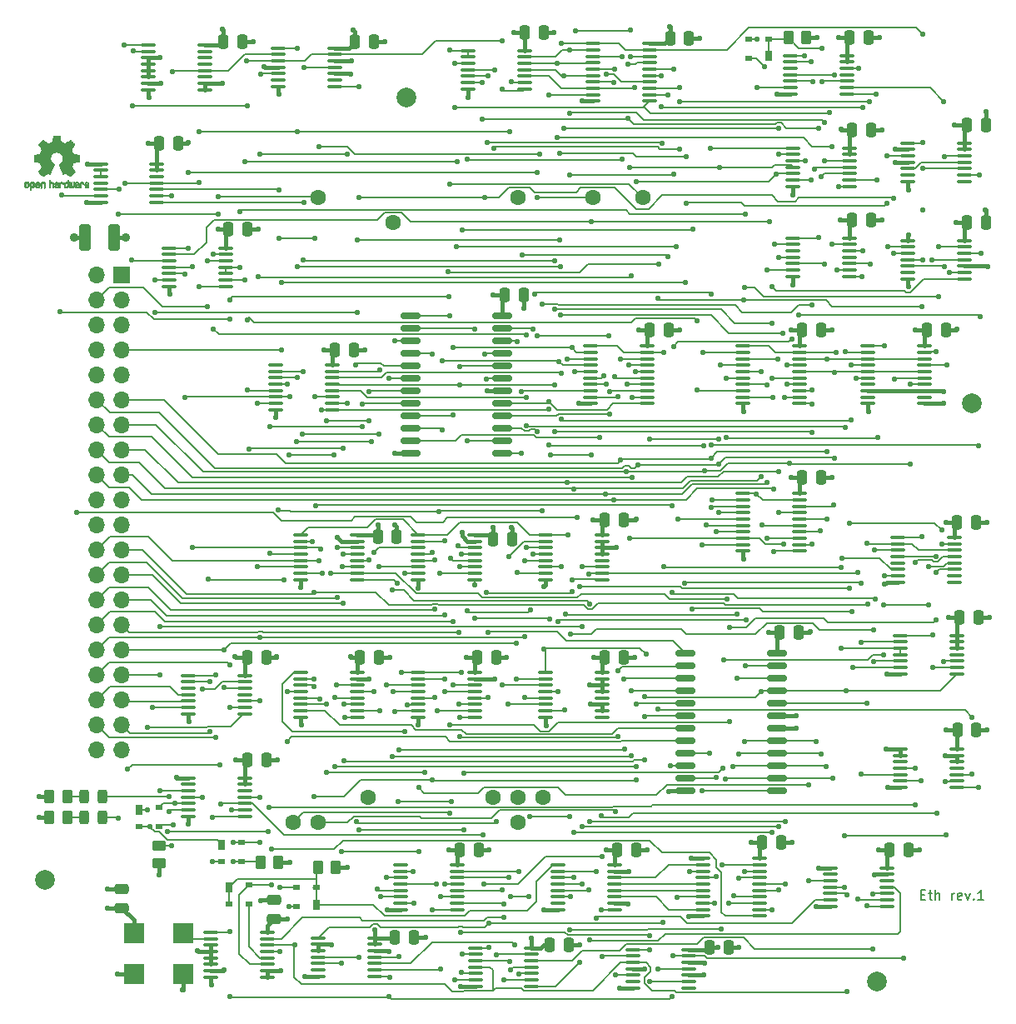
<source format=gbr>
%TF.GenerationSoftware,KiCad,Pcbnew,7.0.8*%
%TF.CreationDate,2023-11-02T18:43:55+01:00*%
%TF.ProjectId,eth,6574682e-6b69-4636-9164-5f7063625858,1*%
%TF.SameCoordinates,PX5f5e100PY7bfa480*%
%TF.FileFunction,Copper,L1,Top*%
%TF.FilePolarity,Positive*%
%FSLAX46Y46*%
G04 Gerber Fmt 4.6, Leading zero omitted, Abs format (unit mm)*
G04 Created by KiCad (PCBNEW 7.0.8) date 2023-11-02 18:43:55*
%MOMM*%
%LPD*%
G01*
G04 APERTURE LIST*
G04 Aperture macros list*
%AMRoundRect*
0 Rectangle with rounded corners*
0 $1 Rounding radius*
0 $2 $3 $4 $5 $6 $7 $8 $9 X,Y pos of 4 corners*
0 Add a 4 corners polygon primitive as box body*
4,1,4,$2,$3,$4,$5,$6,$7,$8,$9,$2,$3,0*
0 Add four circle primitives for the rounded corners*
1,1,$1+$1,$2,$3*
1,1,$1+$1,$4,$5*
1,1,$1+$1,$6,$7*
1,1,$1+$1,$8,$9*
0 Add four rect primitives between the rounded corners*
20,1,$1+$1,$2,$3,$4,$5,0*
20,1,$1+$1,$4,$5,$6,$7,0*
20,1,$1+$1,$6,$7,$8,$9,0*
20,1,$1+$1,$8,$9,$2,$3,0*%
G04 Aperture macros list end*
%ADD10C,0.200000*%
%TA.AperFunction,NonConductor*%
%ADD11C,0.200000*%
%TD*%
%TA.AperFunction,EtchedComponent*%
%ADD12C,0.010000*%
%TD*%
%TA.AperFunction,ComponentPad*%
%ADD13C,2.000000*%
%TD*%
%TA.AperFunction,SMDPad,CuDef*%
%ADD14RoundRect,0.100000X-0.637500X-0.100000X0.637500X-0.100000X0.637500X0.100000X-0.637500X0.100000X0*%
%TD*%
%TA.AperFunction,SMDPad,CuDef*%
%ADD15R,0.700000X1.000000*%
%TD*%
%TA.AperFunction,SMDPad,CuDef*%
%ADD16R,0.700000X0.600000*%
%TD*%
%TA.AperFunction,SMDPad,CuDef*%
%ADD17RoundRect,0.250000X-0.250000X-0.475000X0.250000X-0.475000X0.250000X0.475000X-0.250000X0.475000X0*%
%TD*%
%TA.AperFunction,SMDPad,CuDef*%
%ADD18RoundRect,0.250000X-0.262500X-0.450000X0.262500X-0.450000X0.262500X0.450000X-0.262500X0.450000X0*%
%TD*%
%TA.AperFunction,SMDPad,CuDef*%
%ADD19RoundRect,0.250000X0.450000X-0.262500X0.450000X0.262500X-0.450000X0.262500X-0.450000X-0.262500X0*%
%TD*%
%TA.AperFunction,SMDPad,CuDef*%
%ADD20RoundRect,0.250000X0.325000X1.100000X-0.325000X1.100000X-0.325000X-1.100000X0.325000X-1.100000X0*%
%TD*%
%TA.AperFunction,SMDPad,CuDef*%
%ADD21RoundRect,0.250000X0.475000X-0.250000X0.475000X0.250000X-0.475000X0.250000X-0.475000X-0.250000X0*%
%TD*%
%TA.AperFunction,SMDPad,CuDef*%
%ADD22RoundRect,0.150000X-0.875000X-0.150000X0.875000X-0.150000X0.875000X0.150000X-0.875000X0.150000X0*%
%TD*%
%TA.AperFunction,SMDPad,CuDef*%
%ADD23RoundRect,0.250000X0.262500X0.450000X-0.262500X0.450000X-0.262500X-0.450000X0.262500X-0.450000X0*%
%TD*%
%TA.AperFunction,SMDPad,CuDef*%
%ADD24R,2.000000X2.000000*%
%TD*%
%TA.AperFunction,SMDPad,CuDef*%
%ADD25RoundRect,0.243750X0.243750X0.456250X-0.243750X0.456250X-0.243750X-0.456250X0.243750X-0.456250X0*%
%TD*%
%TA.AperFunction,ComponentPad*%
%ADD26C,1.600000*%
%TD*%
%TA.AperFunction,ComponentPad*%
%ADD27R,1.700000X1.700000*%
%TD*%
%TA.AperFunction,ComponentPad*%
%ADD28O,1.700000X1.700000*%
%TD*%
%TA.AperFunction,ViaPad*%
%ADD29C,0.560000*%
%TD*%
%TA.AperFunction,ViaPad*%
%ADD30C,0.900000*%
%TD*%
%TA.AperFunction,Conductor*%
%ADD31C,0.130000*%
%TD*%
%TA.AperFunction,Conductor*%
%ADD32C,0.400000*%
%TD*%
G04 APERTURE END LIST*
D10*
D11*
X92241273Y11124191D02*
X92574606Y11124191D01*
X92717463Y10600381D02*
X92241273Y10600381D01*
X92241273Y10600381D02*
X92241273Y11600381D01*
X92241273Y11600381D02*
X92717463Y11600381D01*
X93003178Y11267048D02*
X93384130Y11267048D01*
X93146035Y11600381D02*
X93146035Y10743239D01*
X93146035Y10743239D02*
X93193654Y10648000D01*
X93193654Y10648000D02*
X93288892Y10600381D01*
X93288892Y10600381D02*
X93384130Y10600381D01*
X93717464Y10600381D02*
X93717464Y11600381D01*
X94146035Y10600381D02*
X94146035Y11124191D01*
X94146035Y11124191D02*
X94098416Y11219429D01*
X94098416Y11219429D02*
X94003178Y11267048D01*
X94003178Y11267048D02*
X93860321Y11267048D01*
X93860321Y11267048D02*
X93765083Y11219429D01*
X93765083Y11219429D02*
X93717464Y11171810D01*
X95384131Y10600381D02*
X95384131Y11267048D01*
X95384131Y11076572D02*
X95431750Y11171810D01*
X95431750Y11171810D02*
X95479369Y11219429D01*
X95479369Y11219429D02*
X95574607Y11267048D01*
X95574607Y11267048D02*
X95669845Y11267048D01*
X96384131Y10648000D02*
X96288893Y10600381D01*
X96288893Y10600381D02*
X96098417Y10600381D01*
X96098417Y10600381D02*
X96003179Y10648000D01*
X96003179Y10648000D02*
X95955560Y10743239D01*
X95955560Y10743239D02*
X95955560Y11124191D01*
X95955560Y11124191D02*
X96003179Y11219429D01*
X96003179Y11219429D02*
X96098417Y11267048D01*
X96098417Y11267048D02*
X96288893Y11267048D01*
X96288893Y11267048D02*
X96384131Y11219429D01*
X96384131Y11219429D02*
X96431750Y11124191D01*
X96431750Y11124191D02*
X96431750Y11028953D01*
X96431750Y11028953D02*
X95955560Y10933715D01*
X96765084Y11267048D02*
X97003179Y10600381D01*
X97003179Y10600381D02*
X97241274Y11267048D01*
X97622227Y10695620D02*
X97669846Y10648000D01*
X97669846Y10648000D02*
X97622227Y10600381D01*
X97622227Y10600381D02*
X97574608Y10648000D01*
X97574608Y10648000D02*
X97622227Y10695620D01*
X97622227Y10695620D02*
X97622227Y10600381D01*
X98622226Y10600381D02*
X98050798Y10600381D01*
X98336512Y10600381D02*
X98336512Y11600381D01*
X98336512Y11600381D02*
X98241274Y11457524D01*
X98241274Y11457524D02*
X98146036Y11362286D01*
X98146036Y11362286D02*
X98050798Y11314667D01*
%TO.C,REF\u002A\u002A*%
D12*
X1942944Y83579282D02*
X1998401Y83551632D01*
X2047348Y83500720D01*
X2060829Y83481862D01*
X2075514Y83457185D01*
X2085042Y83430384D01*
X2090493Y83394613D01*
X2092947Y83343031D01*
X2093486Y83274933D01*
X2091052Y83181612D01*
X2082594Y83111543D01*
X2066374Y83059269D01*
X2040654Y83019331D01*
X2003697Y82986271D01*
X2000982Y82984314D01*
X1964560Y82964292D01*
X1920702Y82954385D01*
X1864924Y82951943D01*
X1774248Y82951943D01*
X1774210Y82863917D01*
X1773366Y82814892D01*
X1768224Y82786135D01*
X1754787Y82768889D01*
X1729058Y82754392D01*
X1722879Y82751431D01*
X1693964Y82737552D01*
X1671576Y82728786D01*
X1654929Y82728029D01*
X1643236Y82738177D01*
X1635710Y82762127D01*
X1631566Y82802774D01*
X1630015Y82863014D01*
X1630271Y82945745D01*
X1631549Y83053861D01*
X1631948Y83086200D01*
X1633385Y83197676D01*
X1634672Y83270597D01*
X1774171Y83270597D01*
X1774955Y83208701D01*
X1778440Y83168203D01*
X1786324Y83141492D01*
X1800305Y83120956D01*
X1809797Y83110940D01*
X1848604Y83081633D01*
X1882963Y83079248D01*
X1918416Y83103450D01*
X1919314Y83104343D01*
X1933739Y83123047D01*
X1942513Y83148468D01*
X1946939Y83187616D01*
X1948318Y83247503D01*
X1948343Y83260770D01*
X1945012Y83343299D01*
X1934169Y83400509D01*
X1914540Y83435434D01*
X1884850Y83451106D01*
X1867691Y83452686D01*
X1826966Y83445274D01*
X1799032Y83420870D01*
X1782217Y83376220D01*
X1774850Y83308070D01*
X1774171Y83270597D01*
X1634672Y83270597D01*
X1634908Y83283955D01*
X1636877Y83348867D01*
X1639650Y83396242D01*
X1643588Y83429910D01*
X1649049Y83453702D01*
X1656392Y83471447D01*
X1665977Y83486976D01*
X1670087Y83492819D01*
X1724605Y83548015D01*
X1793536Y83579310D01*
X1873272Y83588035D01*
X1942944Y83579282D01*
%TA.AperFunction,EtchedComponent*%
G36*
X1942944Y83579282D02*
G01*
X1998401Y83551632D01*
X2047348Y83500720D01*
X2060829Y83481862D01*
X2075514Y83457185D01*
X2085042Y83430384D01*
X2090493Y83394613D01*
X2092947Y83343031D01*
X2093486Y83274933D01*
X2091052Y83181612D01*
X2082594Y83111543D01*
X2066374Y83059269D01*
X2040654Y83019331D01*
X2003697Y82986271D01*
X2000982Y82984314D01*
X1964560Y82964292D01*
X1920702Y82954385D01*
X1864924Y82951943D01*
X1774248Y82951943D01*
X1774210Y82863917D01*
X1773366Y82814892D01*
X1768224Y82786135D01*
X1754787Y82768889D01*
X1729058Y82754392D01*
X1722879Y82751431D01*
X1693964Y82737552D01*
X1671576Y82728786D01*
X1654929Y82728029D01*
X1643236Y82738177D01*
X1635710Y82762127D01*
X1631566Y82802774D01*
X1630015Y82863014D01*
X1630271Y82945745D01*
X1631549Y83053861D01*
X1631948Y83086200D01*
X1633385Y83197676D01*
X1634672Y83270597D01*
X1774171Y83270597D01*
X1774955Y83208701D01*
X1778440Y83168203D01*
X1786324Y83141492D01*
X1800305Y83120956D01*
X1809797Y83110940D01*
X1848604Y83081633D01*
X1882963Y83079248D01*
X1918416Y83103450D01*
X1919314Y83104343D01*
X1933739Y83123047D01*
X1942513Y83148468D01*
X1946939Y83187616D01*
X1948318Y83247503D01*
X1948343Y83260770D01*
X1945012Y83343299D01*
X1934169Y83400509D01*
X1914540Y83435434D01*
X1884850Y83451106D01*
X1867691Y83452686D01*
X1826966Y83445274D01*
X1799032Y83420870D01*
X1782217Y83376220D01*
X1774850Y83308070D01*
X1774171Y83270597D01*
X1634672Y83270597D01*
X1634908Y83283955D01*
X1636877Y83348867D01*
X1639650Y83396242D01*
X1643588Y83429910D01*
X1649049Y83453702D01*
X1656392Y83471447D01*
X1665977Y83486976D01*
X1670087Y83492819D01*
X1724605Y83548015D01*
X1793536Y83579310D01*
X1873272Y83588035D01*
X1942944Y83579282D01*
G37*
%TD.AperFunction*%
X4873126Y83549445D02*
X4939058Y83525116D01*
X4992473Y83482083D01*
X5013364Y83451791D01*
X5036139Y83396206D01*
X5035666Y83356014D01*
X5011762Y83328983D01*
X5002917Y83324387D01*
X4964730Y83310056D01*
X4945228Y83313728D01*
X4938622Y83337793D01*
X4938286Y83351086D01*
X4926192Y83399990D01*
X4894671Y83434201D01*
X4850859Y83450724D01*
X4801895Y83446566D01*
X4762094Y83424973D01*
X4748650Y83412656D01*
X4739121Y83397713D01*
X4732685Y83375125D01*
X4728517Y83339872D01*
X4725797Y83286934D01*
X4723702Y83211293D01*
X4723160Y83187343D01*
X4721181Y83105410D01*
X4718931Y83047745D01*
X4715557Y83009592D01*
X4710206Y82986196D01*
X4702024Y82972802D01*
X4690159Y82964655D01*
X4682562Y82961056D01*
X4650302Y82948748D01*
X4631311Y82944686D01*
X4625036Y82958252D01*
X4621206Y82999266D01*
X4619800Y83068201D01*
X4620798Y83165531D01*
X4621108Y83180543D01*
X4623301Y83269341D01*
X4625893Y83334181D01*
X4629582Y83380133D01*
X4635064Y83412265D01*
X4643035Y83435647D01*
X4654193Y83455348D01*
X4660030Y83463790D01*
X4693496Y83501143D01*
X4730927Y83530197D01*
X4735509Y83532733D01*
X4802626Y83552757D01*
X4873126Y83549445D01*
%TA.AperFunction,EtchedComponent*%
G36*
X4873126Y83549445D02*
G01*
X4939058Y83525116D01*
X4992473Y83482083D01*
X5013364Y83451791D01*
X5036139Y83396206D01*
X5035666Y83356014D01*
X5011762Y83328983D01*
X5002917Y83324387D01*
X4964730Y83310056D01*
X4945228Y83313728D01*
X4938622Y83337793D01*
X4938286Y83351086D01*
X4926192Y83399990D01*
X4894671Y83434201D01*
X4850859Y83450724D01*
X4801895Y83446566D01*
X4762094Y83424973D01*
X4748650Y83412656D01*
X4739121Y83397713D01*
X4732685Y83375125D01*
X4728517Y83339872D01*
X4725797Y83286934D01*
X4723702Y83211293D01*
X4723160Y83187343D01*
X4721181Y83105410D01*
X4718931Y83047745D01*
X4715557Y83009592D01*
X4710206Y82986196D01*
X4702024Y82972802D01*
X4690159Y82964655D01*
X4682562Y82961056D01*
X4650302Y82948748D01*
X4631311Y82944686D01*
X4625036Y82958252D01*
X4621206Y82999266D01*
X4619800Y83068201D01*
X4620798Y83165531D01*
X4621108Y83180543D01*
X4623301Y83269341D01*
X4625893Y83334181D01*
X4629582Y83380133D01*
X4635064Y83412265D01*
X4643035Y83435647D01*
X4654193Y83455348D01*
X4660030Y83463790D01*
X4693496Y83501143D01*
X4730927Y83530197D01*
X4735509Y83532733D01*
X4802626Y83552757D01*
X4873126Y83549445D01*
G37*
%TD.AperFunction*%
X7496795Y83532234D02*
X7554221Y83494703D01*
X7581919Y83461104D01*
X7603862Y83400136D01*
X7605605Y83351892D01*
X7601657Y83287384D01*
X7452886Y83222266D01*
X7380549Y83188998D01*
X7333284Y83162236D01*
X7308707Y83139056D01*
X7304437Y83116533D01*
X7318089Y83091745D01*
X7333143Y83075314D01*
X7376946Y83048965D01*
X7424589Y83047119D01*
X7468345Y83067654D01*
X7500489Y83108448D01*
X7506238Y83122853D01*
X7533776Y83167844D01*
X7565458Y83187018D01*
X7608914Y83203421D01*
X7608914Y83141234D01*
X7605072Y83098917D01*
X7590023Y83063231D01*
X7558480Y83022257D01*
X7553792Y83016933D01*
X7518706Y82980480D01*
X7488547Y82960917D01*
X7450815Y82951917D01*
X7419535Y82948970D01*
X7363585Y82948235D01*
X7323755Y82957540D01*
X7298908Y82971354D01*
X7259856Y83001733D01*
X7232825Y83034587D01*
X7215717Y83075906D01*
X7206438Y83131679D01*
X7202893Y83207895D01*
X7202610Y83246578D01*
X7203572Y83292953D01*
X7291207Y83292953D01*
X7292223Y83268074D01*
X7294756Y83264000D01*
X7311474Y83269535D01*
X7347449Y83284183D01*
X7395531Y83305010D01*
X7405586Y83309486D01*
X7466352Y83340386D01*
X7499832Y83367543D01*
X7507190Y83392980D01*
X7489591Y83418719D01*
X7475056Y83430091D01*
X7422610Y83452836D01*
X7373522Y83449078D01*
X7332427Y83421316D01*
X7303958Y83372048D01*
X7294831Y83332943D01*
X7291207Y83292953D01*
X7203572Y83292953D01*
X7204485Y83336951D01*
X7211396Y83403816D01*
X7225084Y83452505D01*
X7247296Y83488351D01*
X7279774Y83516687D01*
X7293933Y83525845D01*
X7358253Y83549693D01*
X7428673Y83551194D01*
X7496795Y83532234D01*
%TA.AperFunction,EtchedComponent*%
G36*
X7496795Y83532234D02*
G01*
X7554221Y83494703D01*
X7581919Y83461104D01*
X7603862Y83400136D01*
X7605605Y83351892D01*
X7601657Y83287384D01*
X7452886Y83222266D01*
X7380549Y83188998D01*
X7333284Y83162236D01*
X7308707Y83139056D01*
X7304437Y83116533D01*
X7318089Y83091745D01*
X7333143Y83075314D01*
X7376946Y83048965D01*
X7424589Y83047119D01*
X7468345Y83067654D01*
X7500489Y83108448D01*
X7506238Y83122853D01*
X7533776Y83167844D01*
X7565458Y83187018D01*
X7608914Y83203421D01*
X7608914Y83141234D01*
X7605072Y83098917D01*
X7590023Y83063231D01*
X7558480Y83022257D01*
X7553792Y83016933D01*
X7518706Y82980480D01*
X7488547Y82960917D01*
X7450815Y82951917D01*
X7419535Y82948970D01*
X7363585Y82948235D01*
X7323755Y82957540D01*
X7298908Y82971354D01*
X7259856Y83001733D01*
X7232825Y83034587D01*
X7215717Y83075906D01*
X7206438Y83131679D01*
X7202893Y83207895D01*
X7202610Y83246578D01*
X7203572Y83292953D01*
X7291207Y83292953D01*
X7292223Y83268074D01*
X7294756Y83264000D01*
X7311474Y83269535D01*
X7347449Y83284183D01*
X7395531Y83305010D01*
X7405586Y83309486D01*
X7466352Y83340386D01*
X7499832Y83367543D01*
X7507190Y83392980D01*
X7489591Y83418719D01*
X7475056Y83430091D01*
X7422610Y83452836D01*
X7373522Y83449078D01*
X7332427Y83421316D01*
X7303958Y83372048D01*
X7294831Y83332943D01*
X7291207Y83292953D01*
X7203572Y83292953D01*
X7204485Y83336951D01*
X7211396Y83403816D01*
X7225084Y83452505D01*
X7247296Y83488351D01*
X7279774Y83516687D01*
X7293933Y83525845D01*
X7358253Y83549693D01*
X7428673Y83551194D01*
X7496795Y83532234D01*
G37*
%TD.AperFunction*%
X3719086Y83647911D02*
X3723339Y83588587D01*
X3728225Y83553628D01*
X3734995Y83538380D01*
X3744902Y83538185D01*
X3748114Y83540005D01*
X3790844Y83553185D01*
X3846427Y83552415D01*
X3902937Y83538867D01*
X3938282Y83521339D01*
X3974521Y83493339D01*
X4001013Y83461651D01*
X4019199Y83421387D01*
X4030522Y83367657D01*
X4036422Y83295574D01*
X4038343Y83200249D01*
X4038377Y83181963D01*
X4038400Y82976554D01*
X3992691Y82960620D01*
X3960227Y82949780D01*
X3942415Y82944732D01*
X3941891Y82944686D01*
X3940137Y82958372D01*
X3938644Y82996124D01*
X3937526Y83052976D01*
X3936897Y83123966D01*
X3936800Y83167127D01*
X3936598Y83252227D01*
X3935558Y83313219D01*
X3933031Y83355023D01*
X3928364Y83382558D01*
X3920907Y83400744D01*
X3910011Y83414502D01*
X3903207Y83421127D01*
X3856472Y83447825D01*
X3805472Y83449825D01*
X3759201Y83427245D01*
X3750644Y83419093D01*
X3738093Y83403764D01*
X3729388Y83385582D01*
X3723831Y83359291D01*
X3720726Y83319638D01*
X3719376Y83261368D01*
X3719086Y83181027D01*
X3719086Y82976554D01*
X3673377Y82960620D01*
X3640913Y82949780D01*
X3623101Y82944732D01*
X3622577Y82944686D01*
X3621237Y82958577D01*
X3620028Y82997761D01*
X3619001Y83058500D01*
X3618202Y83137059D01*
X3617681Y83229702D01*
X3617486Y83332691D01*
X3617486Y83729858D01*
X3664657Y83749756D01*
X3711829Y83769653D01*
X3719086Y83647911D01*
%TA.AperFunction,EtchedComponent*%
G36*
X3719086Y83647911D02*
G01*
X3723339Y83588587D01*
X3728225Y83553628D01*
X3734995Y83538380D01*
X3744902Y83538185D01*
X3748114Y83540005D01*
X3790844Y83553185D01*
X3846427Y83552415D01*
X3902937Y83538867D01*
X3938282Y83521339D01*
X3974521Y83493339D01*
X4001013Y83461651D01*
X4019199Y83421387D01*
X4030522Y83367657D01*
X4036422Y83295574D01*
X4038343Y83200249D01*
X4038377Y83181963D01*
X4038400Y82976554D01*
X3992691Y82960620D01*
X3960227Y82949780D01*
X3942415Y82944732D01*
X3941891Y82944686D01*
X3940137Y82958372D01*
X3938644Y82996124D01*
X3937526Y83052976D01*
X3936897Y83123966D01*
X3936800Y83167127D01*
X3936598Y83252227D01*
X3935558Y83313219D01*
X3933031Y83355023D01*
X3928364Y83382558D01*
X3920907Y83400744D01*
X3910011Y83414502D01*
X3903207Y83421127D01*
X3856472Y83447825D01*
X3805472Y83449825D01*
X3759201Y83427245D01*
X3750644Y83419093D01*
X3738093Y83403764D01*
X3729388Y83385582D01*
X3723831Y83359291D01*
X3720726Y83319638D01*
X3719376Y83261368D01*
X3719086Y83181027D01*
X3719086Y82976554D01*
X3673377Y82960620D01*
X3640913Y82949780D01*
X3623101Y82944732D01*
X3622577Y82944686D01*
X3621237Y82958577D01*
X3620028Y82997761D01*
X3619001Y83058500D01*
X3618202Y83137059D01*
X3617681Y83229702D01*
X3617486Y83332691D01*
X3617486Y83729858D01*
X3664657Y83749756D01*
X3711829Y83769653D01*
X3719086Y83647911D01*
G37*
%TD.AperFunction*%
X4447110Y88256852D02*
X4525654Y88256422D01*
X4582498Y88255258D01*
X4621305Y88252993D01*
X4645738Y88249260D01*
X4659462Y88243694D01*
X4666140Y88235927D01*
X4669436Y88225595D01*
X4669756Y88224257D01*
X4674762Y88200121D01*
X4684029Y88152499D01*
X4696592Y88086459D01*
X4711487Y88007072D01*
X4727751Y87919404D01*
X4728319Y87916325D01*
X4744610Y87830411D01*
X4759852Y87754504D01*
X4773061Y87693155D01*
X4783254Y87650918D01*
X4789448Y87632345D01*
X4789743Y87632016D01*
X4807988Y87622947D01*
X4845605Y87607833D01*
X4894471Y87589938D01*
X4894743Y87589842D01*
X4956293Y87566707D01*
X5028857Y87537235D01*
X5097257Y87507603D01*
X5100494Y87506138D01*
X5211902Y87455574D01*
X5458599Y87624040D01*
X5534277Y87675397D01*
X5602831Y87721311D01*
X5660288Y87759170D01*
X5702676Y87786363D01*
X5726025Y87800279D01*
X5728242Y87801311D01*
X5745210Y87796716D01*
X5776901Y87774545D01*
X5824552Y87733753D01*
X5889398Y87673295D01*
X5955597Y87608973D01*
X6019414Y87545588D01*
X6076529Y87487749D01*
X6123505Y87439025D01*
X6156903Y87402990D01*
X6173285Y87383216D01*
X6173894Y87382198D01*
X6175705Y87368628D01*
X6168883Y87346467D01*
X6151740Y87312722D01*
X6122593Y87264400D01*
X6079755Y87198508D01*
X6022648Y87113683D01*
X5971966Y87039023D01*
X5926661Y86972060D01*
X5889350Y86916684D01*
X5862652Y86876780D01*
X5849185Y86856238D01*
X5848337Y86854844D01*
X5849981Y86835162D01*
X5862445Y86796907D01*
X5883248Y86747311D01*
X5890662Y86731472D01*
X5923014Y86660910D01*
X5957528Y86580847D01*
X5985565Y86511571D01*
X6005768Y86460155D01*
X6021815Y86421081D01*
X6031088Y86400659D01*
X6032241Y86399086D01*
X6049296Y86396479D01*
X6089498Y86389337D01*
X6147502Y86378677D01*
X6217963Y86365515D01*
X6295535Y86350867D01*
X6374872Y86335751D01*
X6450631Y86321182D01*
X6517464Y86308178D01*
X6570028Y86297755D01*
X6602976Y86290930D01*
X6611057Y86289001D01*
X6619405Y86284238D01*
X6625706Y86273482D01*
X6630245Y86253102D01*
X6633304Y86219466D01*
X6635167Y86168945D01*
X6636118Y86097908D01*
X6636440Y86002724D01*
X6636457Y85963708D01*
X6636457Y85646401D01*
X6560257Y85631361D01*
X6517863Y85623205D01*
X6454600Y85611301D01*
X6378162Y85597084D01*
X6296243Y85581990D01*
X6273600Y85577845D01*
X6198006Y85563147D01*
X6132153Y85548695D01*
X6081566Y85535825D01*
X6051774Y85525878D01*
X6046812Y85522913D01*
X6034626Y85501917D01*
X6017153Y85461233D01*
X5997777Y85408878D01*
X5993934Y85397600D01*
X5968539Y85327677D01*
X5937017Y85248782D01*
X5906169Y85177934D01*
X5906017Y85177605D01*
X5854647Y85066467D01*
X6023599Y84817947D01*
X6192552Y84569428D01*
X5975629Y84352142D01*
X5910019Y84287474D01*
X5850179Y84230467D01*
X5799467Y84184167D01*
X5761246Y84151616D01*
X5738875Y84135857D01*
X5735666Y84134857D01*
X5716826Y84142731D01*
X5678380Y84164622D01*
X5624530Y84197933D01*
X5559476Y84240069D01*
X5489140Y84287257D01*
X5417755Y84335390D01*
X5354108Y84377272D01*
X5302241Y84410329D01*
X5266195Y84431982D01*
X5250067Y84439657D01*
X5230389Y84433163D01*
X5193075Y84416050D01*
X5145821Y84391874D01*
X5140812Y84389187D01*
X5077177Y84357273D01*
X5033541Y84341621D01*
X5006402Y84341455D01*
X4992257Y84355996D01*
X4992175Y84356200D01*
X4985105Y84373421D01*
X4968242Y84414301D01*
X4942895Y84475675D01*
X4910371Y84554381D01*
X4871978Y84647253D01*
X4829022Y84751128D01*
X4787422Y84851698D01*
X4741704Y84962684D01*
X4699726Y85065497D01*
X4662748Y85156985D01*
X4632027Y85233999D01*
X4608822Y85293385D01*
X4594390Y85331991D01*
X4589943Y85346400D01*
X4601096Y85362928D01*
X4630269Y85389270D01*
X4669171Y85418313D01*
X4779957Y85510161D01*
X4866551Y85615441D01*
X4927916Y85731934D01*
X4963015Y85857424D01*
X4970808Y85989693D01*
X4965143Y86050743D01*
X4934278Y86177405D01*
X4881120Y86289259D01*
X4808967Y86385199D01*
X4721117Y86464124D01*
X4620865Y86524930D01*
X4511510Y86566513D01*
X4396347Y86587772D01*
X4278675Y86587601D01*
X4161790Y86564899D01*
X4048989Y86518562D01*
X3943569Y86447487D01*
X3899568Y86407289D01*
X3815179Y86304071D01*
X3756422Y86191275D01*
X3722904Y86072190D01*
X3714235Y85950105D01*
X3730023Y85828307D01*
X3769878Y85710084D01*
X3833407Y85598725D01*
X3920221Y85497516D01*
X4017229Y85418313D01*
X4057637Y85388038D01*
X4086182Y85361981D01*
X4096457Y85346375D01*
X4091077Y85329357D01*
X4075775Y85288700D01*
X4051812Y85227558D01*
X4020444Y85149081D01*
X3982932Y85056420D01*
X3940533Y84952728D01*
X3898863Y84851674D01*
X3852890Y84740593D01*
X3810307Y84637659D01*
X3772421Y84546035D01*
X3740540Y84468884D01*
X3715971Y84409369D01*
X3700020Y84370656D01*
X3694110Y84356200D01*
X3680148Y84341515D01*
X3653140Y84341558D01*
X3609613Y84357101D01*
X3546090Y84388916D01*
X3545588Y84389187D01*
X3497760Y84413877D01*
X3459097Y84431862D01*
X3437295Y84439586D01*
X3436333Y84439657D01*
X3419921Y84431822D01*
X3383687Y84410035D01*
X3331674Y84376872D01*
X3267925Y84334909D01*
X3197260Y84287257D01*
X3125316Y84239009D01*
X3060474Y84197049D01*
X3006935Y84163973D01*
X2968897Y84142379D01*
X2950733Y84134857D01*
X2934008Y84144743D01*
X2900380Y84172374D01*
X2853210Y84214705D01*
X2795858Y84268695D01*
X2731684Y84331301D01*
X2710697Y84352217D01*
X2493699Y84569577D01*
X2658868Y84811980D01*
X2709064Y84886419D01*
X2753119Y84953228D01*
X2788562Y85008535D01*
X2812919Y85048471D01*
X2823722Y85069164D01*
X2824038Y85070637D01*
X2818343Y85090142D01*
X2803026Y85129378D01*
X2780737Y85181770D01*
X2765093Y85216845D01*
X2735841Y85283999D01*
X2708294Y85351842D01*
X2686937Y85409166D01*
X2681135Y85426628D01*
X2664652Y85473262D01*
X2648540Y85509295D01*
X2639690Y85522913D01*
X2620160Y85531248D01*
X2577534Y85543063D01*
X2517345Y85557019D01*
X2445122Y85571778D01*
X2412800Y85577845D01*
X2330722Y85592927D01*
X2251995Y85607531D01*
X2184309Y85620220D01*
X2135360Y85629558D01*
X2126143Y85631361D01*
X2049943Y85646401D01*
X2049943Y85963708D01*
X2050114Y86068046D01*
X2050816Y86146987D01*
X2052334Y86204162D01*
X2054949Y86243201D01*
X2058946Y86267735D01*
X2064609Y86281395D01*
X2072220Y86287811D01*
X2075343Y86289001D01*
X2094178Y86293220D01*
X2135788Y86301638D01*
X2194830Y86313239D01*
X2265957Y86327005D01*
X2343825Y86341920D01*
X2423087Y86356968D01*
X2498398Y86371131D01*
X2564413Y86383394D01*
X2615787Y86392739D01*
X2647175Y86398150D01*
X2654159Y86399086D01*
X2660485Y86411604D01*
X2674490Y86444954D01*
X2693555Y86492823D01*
X2700834Y86511571D01*
X2730196Y86584005D01*
X2764771Y86664030D01*
X2795737Y86731472D01*
X2818523Y86783041D01*
X2833682Y86825415D01*
X2838742Y86851366D01*
X2837936Y86854844D01*
X2827241Y86871264D01*
X2802820Y86907783D01*
X2767295Y86960513D01*
X2723287Y87025565D01*
X2673417Y87099049D01*
X2663556Y87113555D01*
X2605692Y87199496D01*
X2563156Y87264939D01*
X2534254Y87312896D01*
X2517290Y87346380D01*
X2510567Y87368405D01*
X2512390Y87381983D01*
X2512436Y87382069D01*
X2526786Y87399903D01*
X2558523Y87434383D01*
X2604210Y87481932D01*
X2660404Y87538978D01*
X2723668Y87601945D01*
X2730802Y87608973D01*
X2810530Y87686180D01*
X2872057Y87742870D01*
X2916621Y87780090D01*
X2945457Y87798885D01*
X2958158Y87801311D01*
X2976694Y87790729D01*
X3015161Y87766284D01*
X3069586Y87730588D01*
X3135998Y87686253D01*
X3210425Y87635889D01*
X3227801Y87624040D01*
X3474497Y87455574D01*
X3585906Y87506138D01*
X3653657Y87535605D01*
X3726383Y87565241D01*
X3788903Y87588870D01*
X3791657Y87589842D01*
X3840560Y87607743D01*
X3878257Y87622880D01*
X3896625Y87631990D01*
X3896656Y87632016D01*
X3902485Y87648483D01*
X3912392Y87688981D01*
X3925395Y87748958D01*
X3940509Y87823860D01*
X3956752Y87909136D01*
X3958081Y87916325D01*
X3974375Y88004186D01*
X3989333Y88083940D01*
X4001991Y88150519D01*
X4011386Y88198853D01*
X4016554Y88223875D01*
X4016644Y88224257D01*
X4019789Y88234901D01*
X4025904Y88242938D01*
X4038653Y88248733D01*
X4061700Y88252653D01*
X4098709Y88255065D01*
X4153344Y88256335D01*
X4229267Y88256829D01*
X4330144Y88256914D01*
X4343200Y88256914D01*
X4447110Y88256852D01*
%TA.AperFunction,EtchedComponent*%
G36*
X4447110Y88256852D02*
G01*
X4525654Y88256422D01*
X4582498Y88255258D01*
X4621305Y88252993D01*
X4645738Y88249260D01*
X4659462Y88243694D01*
X4666140Y88235927D01*
X4669436Y88225595D01*
X4669756Y88224257D01*
X4674762Y88200121D01*
X4684029Y88152499D01*
X4696592Y88086459D01*
X4711487Y88007072D01*
X4727751Y87919404D01*
X4728319Y87916325D01*
X4744610Y87830411D01*
X4759852Y87754504D01*
X4773061Y87693155D01*
X4783254Y87650918D01*
X4789448Y87632345D01*
X4789743Y87632016D01*
X4807988Y87622947D01*
X4845605Y87607833D01*
X4894471Y87589938D01*
X4894743Y87589842D01*
X4956293Y87566707D01*
X5028857Y87537235D01*
X5097257Y87507603D01*
X5100494Y87506138D01*
X5211902Y87455574D01*
X5458599Y87624040D01*
X5534277Y87675397D01*
X5602831Y87721311D01*
X5660288Y87759170D01*
X5702676Y87786363D01*
X5726025Y87800279D01*
X5728242Y87801311D01*
X5745210Y87796716D01*
X5776901Y87774545D01*
X5824552Y87733753D01*
X5889398Y87673295D01*
X5955597Y87608973D01*
X6019414Y87545588D01*
X6076529Y87487749D01*
X6123505Y87439025D01*
X6156903Y87402990D01*
X6173285Y87383216D01*
X6173894Y87382198D01*
X6175705Y87368628D01*
X6168883Y87346467D01*
X6151740Y87312722D01*
X6122593Y87264400D01*
X6079755Y87198508D01*
X6022648Y87113683D01*
X5971966Y87039023D01*
X5926661Y86972060D01*
X5889350Y86916684D01*
X5862652Y86876780D01*
X5849185Y86856238D01*
X5848337Y86854844D01*
X5849981Y86835162D01*
X5862445Y86796907D01*
X5883248Y86747311D01*
X5890662Y86731472D01*
X5923014Y86660910D01*
X5957528Y86580847D01*
X5985565Y86511571D01*
X6005768Y86460155D01*
X6021815Y86421081D01*
X6031088Y86400659D01*
X6032241Y86399086D01*
X6049296Y86396479D01*
X6089498Y86389337D01*
X6147502Y86378677D01*
X6217963Y86365515D01*
X6295535Y86350867D01*
X6374872Y86335751D01*
X6450631Y86321182D01*
X6517464Y86308178D01*
X6570028Y86297755D01*
X6602976Y86290930D01*
X6611057Y86289001D01*
X6619405Y86284238D01*
X6625706Y86273482D01*
X6630245Y86253102D01*
X6633304Y86219466D01*
X6635167Y86168945D01*
X6636118Y86097908D01*
X6636440Y86002724D01*
X6636457Y85963708D01*
X6636457Y85646401D01*
X6560257Y85631361D01*
X6517863Y85623205D01*
X6454600Y85611301D01*
X6378162Y85597084D01*
X6296243Y85581990D01*
X6273600Y85577845D01*
X6198006Y85563147D01*
X6132153Y85548695D01*
X6081566Y85535825D01*
X6051774Y85525878D01*
X6046812Y85522913D01*
X6034626Y85501917D01*
X6017153Y85461233D01*
X5997777Y85408878D01*
X5993934Y85397600D01*
X5968539Y85327677D01*
X5937017Y85248782D01*
X5906169Y85177934D01*
X5906017Y85177605D01*
X5854647Y85066467D01*
X6023599Y84817947D01*
X6192552Y84569428D01*
X5975629Y84352142D01*
X5910019Y84287474D01*
X5850179Y84230467D01*
X5799467Y84184167D01*
X5761246Y84151616D01*
X5738875Y84135857D01*
X5735666Y84134857D01*
X5716826Y84142731D01*
X5678380Y84164622D01*
X5624530Y84197933D01*
X5559476Y84240069D01*
X5489140Y84287257D01*
X5417755Y84335390D01*
X5354108Y84377272D01*
X5302241Y84410329D01*
X5266195Y84431982D01*
X5250067Y84439657D01*
X5230389Y84433163D01*
X5193075Y84416050D01*
X5145821Y84391874D01*
X5140812Y84389187D01*
X5077177Y84357273D01*
X5033541Y84341621D01*
X5006402Y84341455D01*
X4992257Y84355996D01*
X4992175Y84356200D01*
X4985105Y84373421D01*
X4968242Y84414301D01*
X4942895Y84475675D01*
X4910371Y84554381D01*
X4871978Y84647253D01*
X4829022Y84751128D01*
X4787422Y84851698D01*
X4741704Y84962684D01*
X4699726Y85065497D01*
X4662748Y85156985D01*
X4632027Y85233999D01*
X4608822Y85293385D01*
X4594390Y85331991D01*
X4589943Y85346400D01*
X4601096Y85362928D01*
X4630269Y85389270D01*
X4669171Y85418313D01*
X4779957Y85510161D01*
X4866551Y85615441D01*
X4927916Y85731934D01*
X4963015Y85857424D01*
X4970808Y85989693D01*
X4965143Y86050743D01*
X4934278Y86177405D01*
X4881120Y86289259D01*
X4808967Y86385199D01*
X4721117Y86464124D01*
X4620865Y86524930D01*
X4511510Y86566513D01*
X4396347Y86587772D01*
X4278675Y86587601D01*
X4161790Y86564899D01*
X4048989Y86518562D01*
X3943569Y86447487D01*
X3899568Y86407289D01*
X3815179Y86304071D01*
X3756422Y86191275D01*
X3722904Y86072190D01*
X3714235Y85950105D01*
X3730023Y85828307D01*
X3769878Y85710084D01*
X3833407Y85598725D01*
X3920221Y85497516D01*
X4017229Y85418313D01*
X4057637Y85388038D01*
X4086182Y85361981D01*
X4096457Y85346375D01*
X4091077Y85329357D01*
X4075775Y85288700D01*
X4051812Y85227558D01*
X4020444Y85149081D01*
X3982932Y85056420D01*
X3940533Y84952728D01*
X3898863Y84851674D01*
X3852890Y84740593D01*
X3810307Y84637659D01*
X3772421Y84546035D01*
X3740540Y84468884D01*
X3715971Y84409369D01*
X3700020Y84370656D01*
X3694110Y84356200D01*
X3680148Y84341515D01*
X3653140Y84341558D01*
X3609613Y84357101D01*
X3546090Y84388916D01*
X3545588Y84389187D01*
X3497760Y84413877D01*
X3459097Y84431862D01*
X3437295Y84439586D01*
X3436333Y84439657D01*
X3419921Y84431822D01*
X3383687Y84410035D01*
X3331674Y84376872D01*
X3267925Y84334909D01*
X3197260Y84287257D01*
X3125316Y84239009D01*
X3060474Y84197049D01*
X3006935Y84163973D01*
X2968897Y84142379D01*
X2950733Y84134857D01*
X2934008Y84144743D01*
X2900380Y84172374D01*
X2853210Y84214705D01*
X2795858Y84268695D01*
X2731684Y84331301D01*
X2710697Y84352217D01*
X2493699Y84569577D01*
X2658868Y84811980D01*
X2709064Y84886419D01*
X2753119Y84953228D01*
X2788562Y85008535D01*
X2812919Y85048471D01*
X2823722Y85069164D01*
X2824038Y85070637D01*
X2818343Y85090142D01*
X2803026Y85129378D01*
X2780737Y85181770D01*
X2765093Y85216845D01*
X2735841Y85283999D01*
X2708294Y85351842D01*
X2686937Y85409166D01*
X2681135Y85426628D01*
X2664652Y85473262D01*
X2648540Y85509295D01*
X2639690Y85522913D01*
X2620160Y85531248D01*
X2577534Y85543063D01*
X2517345Y85557019D01*
X2445122Y85571778D01*
X2412800Y85577845D01*
X2330722Y85592927D01*
X2251995Y85607531D01*
X2184309Y85620220D01*
X2135360Y85629558D01*
X2126143Y85631361D01*
X2049943Y85646401D01*
X2049943Y85963708D01*
X2050114Y86068046D01*
X2050816Y86146987D01*
X2052334Y86204162D01*
X2054949Y86243201D01*
X2058946Y86267735D01*
X2064609Y86281395D01*
X2072220Y86287811D01*
X2075343Y86289001D01*
X2094178Y86293220D01*
X2135788Y86301638D01*
X2194830Y86313239D01*
X2265957Y86327005D01*
X2343825Y86341920D01*
X2423087Y86356968D01*
X2498398Y86371131D01*
X2564413Y86383394D01*
X2615787Y86392739D01*
X2647175Y86398150D01*
X2654159Y86399086D01*
X2660485Y86411604D01*
X2674490Y86444954D01*
X2693555Y86492823D01*
X2700834Y86511571D01*
X2730196Y86584005D01*
X2764771Y86664030D01*
X2795737Y86731472D01*
X2818523Y86783041D01*
X2833682Y86825415D01*
X2838742Y86851366D01*
X2837936Y86854844D01*
X2827241Y86871264D01*
X2802820Y86907783D01*
X2767295Y86960513D01*
X2723287Y87025565D01*
X2673417Y87099049D01*
X2663556Y87113555D01*
X2605692Y87199496D01*
X2563156Y87264939D01*
X2534254Y87312896D01*
X2517290Y87346380D01*
X2510567Y87368405D01*
X2512390Y87381983D01*
X2512436Y87382069D01*
X2526786Y87399903D01*
X2558523Y87434383D01*
X2604210Y87481932D01*
X2660404Y87538978D01*
X2723668Y87601945D01*
X2730802Y87608973D01*
X2810530Y87686180D01*
X2872057Y87742870D01*
X2916621Y87780090D01*
X2945457Y87798885D01*
X2958158Y87801311D01*
X2976694Y87790729D01*
X3015161Y87766284D01*
X3069586Y87730588D01*
X3135998Y87686253D01*
X3210425Y87635889D01*
X3227801Y87624040D01*
X3474497Y87455574D01*
X3585906Y87506138D01*
X3653657Y87535605D01*
X3726383Y87565241D01*
X3788903Y87588870D01*
X3791657Y87589842D01*
X3840560Y87607743D01*
X3878257Y87622880D01*
X3896625Y87631990D01*
X3896656Y87632016D01*
X3902485Y87648483D01*
X3912392Y87688981D01*
X3925395Y87748958D01*
X3940509Y87823860D01*
X3956752Y87909136D01*
X3958081Y87916325D01*
X3974375Y88004186D01*
X3989333Y88083940D01*
X4001991Y88150519D01*
X4011386Y88198853D01*
X4016554Y88223875D01*
X4016644Y88224257D01*
X4019789Y88234901D01*
X4025904Y88242938D01*
X4038653Y88248733D01*
X4061700Y88252653D01*
X4098709Y88255065D01*
X4153344Y88256335D01*
X4229267Y88256829D01*
X4330144Y88256914D01*
X4343200Y88256914D01*
X4447110Y88256852D01*
G37*
%TD.AperFunction*%
X6488076Y83542865D02*
X6529867Y83523856D01*
X6562669Y83500822D01*
X6586703Y83475067D01*
X6603297Y83441842D01*
X6613777Y83396400D01*
X6619471Y83333993D01*
X6621707Y83249873D01*
X6621943Y83194479D01*
X6621943Y82978374D01*
X6584974Y82961530D01*
X6555856Y82949219D01*
X6541431Y82944686D01*
X6538672Y82958175D01*
X6536482Y82994547D01*
X6535142Y83047658D01*
X6534857Y83089828D01*
X6533634Y83150753D01*
X6530336Y83199085D01*
X6525521Y83228682D01*
X6521696Y83234971D01*
X6495983Y83228548D01*
X6455618Y83212075D01*
X6408879Y83189742D01*
X6364045Y83165743D01*
X6329393Y83144270D01*
X6313202Y83129515D01*
X6313138Y83129355D01*
X6314530Y83102048D01*
X6327018Y83075981D01*
X6348943Y83054808D01*
X6380943Y83047726D01*
X6408292Y83048551D01*
X6447026Y83049158D01*
X6467358Y83040084D01*
X6479569Y83016108D01*
X6481109Y83011587D01*
X6486403Y82977394D01*
X6472247Y82956632D01*
X6435348Y82946738D01*
X6395489Y82944908D01*
X6323762Y82958473D01*
X6286632Y82977845D01*
X6240776Y83023355D01*
X6216456Y83079217D01*
X6214273Y83138243D01*
X6234829Y83193247D01*
X6265749Y83227714D01*
X6296620Y83247011D01*
X6345142Y83271441D01*
X6401685Y83296215D01*
X6411110Y83300001D01*
X6473219Y83327409D01*
X6509022Y83351566D01*
X6520537Y83375581D01*
X6509780Y83402565D01*
X6491314Y83423657D01*
X6447669Y83449628D01*
X6399646Y83451576D01*
X6355606Y83431563D01*
X6323909Y83391649D01*
X6319749Y83381352D01*
X6295527Y83343476D01*
X6260165Y83315358D01*
X6215543Y83292283D01*
X6215543Y83357715D01*
X6218169Y83397694D01*
X6229430Y83429203D01*
X6254399Y83462822D01*
X6278369Y83488716D01*
X6315641Y83525383D01*
X6344601Y83545079D01*
X6375705Y83552980D01*
X6410913Y83554286D01*
X6488076Y83542865D01*
%TA.AperFunction,EtchedComponent*%
G36*
X6488076Y83542865D02*
G01*
X6529867Y83523856D01*
X6562669Y83500822D01*
X6586703Y83475067D01*
X6603297Y83441842D01*
X6613777Y83396400D01*
X6619471Y83333993D01*
X6621707Y83249873D01*
X6621943Y83194479D01*
X6621943Y82978374D01*
X6584974Y82961530D01*
X6555856Y82949219D01*
X6541431Y82944686D01*
X6538672Y82958175D01*
X6536482Y82994547D01*
X6535142Y83047658D01*
X6534857Y83089828D01*
X6533634Y83150753D01*
X6530336Y83199085D01*
X6525521Y83228682D01*
X6521696Y83234971D01*
X6495983Y83228548D01*
X6455618Y83212075D01*
X6408879Y83189742D01*
X6364045Y83165743D01*
X6329393Y83144270D01*
X6313202Y83129515D01*
X6313138Y83129355D01*
X6314530Y83102048D01*
X6327018Y83075981D01*
X6348943Y83054808D01*
X6380943Y83047726D01*
X6408292Y83048551D01*
X6447026Y83049158D01*
X6467358Y83040084D01*
X6479569Y83016108D01*
X6481109Y83011587D01*
X6486403Y82977394D01*
X6472247Y82956632D01*
X6435348Y82946738D01*
X6395489Y82944908D01*
X6323762Y82958473D01*
X6286632Y82977845D01*
X6240776Y83023355D01*
X6216456Y83079217D01*
X6214273Y83138243D01*
X6234829Y83193247D01*
X6265749Y83227714D01*
X6296620Y83247011D01*
X6345142Y83271441D01*
X6401685Y83296215D01*
X6411110Y83300001D01*
X6473219Y83327409D01*
X6509022Y83351566D01*
X6520537Y83375581D01*
X6509780Y83402565D01*
X6491314Y83423657D01*
X6447669Y83449628D01*
X6399646Y83451576D01*
X6355606Y83431563D01*
X6323909Y83391649D01*
X6319749Y83381352D01*
X6295527Y83343476D01*
X6260165Y83315358D01*
X6215543Y83292283D01*
X6215543Y83357715D01*
X6218169Y83397694D01*
X6229430Y83429203D01*
X6254399Y83462822D01*
X6278369Y83488716D01*
X6315641Y83525383D01*
X6344601Y83545079D01*
X6375705Y83552980D01*
X6410913Y83554286D01*
X6488076Y83542865D01*
G37*
%TD.AperFunction*%
X3059293Y83571420D02*
X3105872Y83544477D01*
X3138257Y83517734D01*
X3161942Y83489716D01*
X3178259Y83455452D01*
X3188539Y83409973D01*
X3194114Y83348308D01*
X3196316Y83265489D01*
X3196571Y83205954D01*
X3196571Y82986809D01*
X3134886Y82959156D01*
X3073200Y82931503D01*
X3065943Y83171530D01*
X3062944Y83261172D01*
X3059798Y83326238D01*
X3055901Y83371174D01*
X3050647Y83400430D01*
X3043431Y83418452D01*
X3033650Y83429689D01*
X3030512Y83432121D01*
X2982961Y83451117D01*
X2934897Y83443600D01*
X2906286Y83423657D01*
X2894647Y83409525D01*
X2886591Y83390980D01*
X2881471Y83362866D01*
X2878641Y83320027D01*
X2877456Y83257305D01*
X2877257Y83191939D01*
X2877218Y83109932D01*
X2875814Y83051884D01*
X2871114Y83012735D01*
X2861187Y82987420D01*
X2844103Y82970877D01*
X2817932Y82958044D01*
X2782975Y82944709D01*
X2744796Y82930193D01*
X2749341Y83187811D01*
X2751171Y83280681D01*
X2753312Y83349311D01*
X2756381Y83398489D01*
X2760994Y83433002D01*
X2767768Y83457638D01*
X2777319Y83477184D01*
X2788834Y83494430D01*
X2844390Y83549520D01*
X2912180Y83581378D01*
X2985913Y83589009D01*
X3059293Y83571420D01*
%TA.AperFunction,EtchedComponent*%
G36*
X3059293Y83571420D02*
G01*
X3105872Y83544477D01*
X3138257Y83517734D01*
X3161942Y83489716D01*
X3178259Y83455452D01*
X3188539Y83409973D01*
X3194114Y83348308D01*
X3196316Y83265489D01*
X3196571Y83205954D01*
X3196571Y82986809D01*
X3134886Y82959156D01*
X3073200Y82931503D01*
X3065943Y83171530D01*
X3062944Y83261172D01*
X3059798Y83326238D01*
X3055901Y83371174D01*
X3050647Y83400430D01*
X3043431Y83418452D01*
X3033650Y83429689D01*
X3030512Y83432121D01*
X2982961Y83451117D01*
X2934897Y83443600D01*
X2906286Y83423657D01*
X2894647Y83409525D01*
X2886591Y83390980D01*
X2881471Y83362866D01*
X2878641Y83320027D01*
X2877456Y83257305D01*
X2877257Y83191939D01*
X2877218Y83109932D01*
X2875814Y83051884D01*
X2871114Y83012735D01*
X2861187Y82987420D01*
X2844103Y82970877D01*
X2817932Y82958044D01*
X2782975Y82944709D01*
X2744796Y82930193D01*
X2749341Y83187811D01*
X2751171Y83280681D01*
X2753312Y83349311D01*
X2756381Y83398489D01*
X2760994Y83433002D01*
X2767768Y83457638D01*
X2777319Y83477184D01*
X2788834Y83494430D01*
X2844390Y83549520D01*
X2912180Y83581378D01*
X2985913Y83589009D01*
X3059293Y83571420D01*
G37*
%TD.AperFunction*%
X6123033Y83540537D02*
X6125248Y83502350D01*
X6126984Y83444314D01*
X6128099Y83371020D01*
X6128457Y83294145D01*
X6128457Y83034004D01*
X6082526Y82988073D01*
X6050875Y82959771D01*
X6023090Y82948307D01*
X5985115Y82949032D01*
X5970040Y82950879D01*
X5922926Y82956252D01*
X5883956Y82959331D01*
X5874457Y82959615D01*
X5842433Y82957755D01*
X5796632Y82953086D01*
X5778874Y82950879D01*
X5735257Y82947465D01*
X5705945Y82954880D01*
X5676880Y82977773D01*
X5666388Y82988073D01*
X5620457Y83034004D01*
X5620457Y83520598D01*
X5657426Y83537442D01*
X5689259Y83549918D01*
X5707883Y83554286D01*
X5712658Y83540482D01*
X5717121Y83501914D01*
X5720975Y83442844D01*
X5723922Y83367537D01*
X5725343Y83303914D01*
X5729314Y83053543D01*
X5763959Y83048644D01*
X5795468Y83052069D01*
X5810908Y83063159D01*
X5815223Y83083892D01*
X5818908Y83128055D01*
X5821669Y83190054D01*
X5823212Y83264291D01*
X5823435Y83302494D01*
X5823657Y83522417D01*
X5869366Y83538351D01*
X5901718Y83549185D01*
X5919315Y83554238D01*
X5919823Y83554286D01*
X5921588Y83540552D01*
X5923529Y83502470D01*
X5925482Y83444718D01*
X5927284Y83371973D01*
X5928543Y83303914D01*
X5932514Y83053543D01*
X6019600Y83053543D01*
X6023596Y83281960D01*
X6027592Y83510378D01*
X6070047Y83532332D01*
X6101392Y83547407D01*
X6119944Y83554249D01*
X6120479Y83554286D01*
X6123033Y83540537D01*
%TA.AperFunction,EtchedComponent*%
G36*
X6123033Y83540537D02*
G01*
X6125248Y83502350D01*
X6126984Y83444314D01*
X6128099Y83371020D01*
X6128457Y83294145D01*
X6128457Y83034004D01*
X6082526Y82988073D01*
X6050875Y82959771D01*
X6023090Y82948307D01*
X5985115Y82949032D01*
X5970040Y82950879D01*
X5922926Y82956252D01*
X5883956Y82959331D01*
X5874457Y82959615D01*
X5842433Y82957755D01*
X5796632Y82953086D01*
X5778874Y82950879D01*
X5735257Y82947465D01*
X5705945Y82954880D01*
X5676880Y82977773D01*
X5666388Y82988073D01*
X5620457Y83034004D01*
X5620457Y83520598D01*
X5657426Y83537442D01*
X5689259Y83549918D01*
X5707883Y83554286D01*
X5712658Y83540482D01*
X5717121Y83501914D01*
X5720975Y83442844D01*
X5723922Y83367537D01*
X5725343Y83303914D01*
X5729314Y83053543D01*
X5763959Y83048644D01*
X5795468Y83052069D01*
X5810908Y83063159D01*
X5815223Y83083892D01*
X5818908Y83128055D01*
X5821669Y83190054D01*
X5823212Y83264291D01*
X5823435Y83302494D01*
X5823657Y83522417D01*
X5869366Y83538351D01*
X5901718Y83549185D01*
X5919315Y83554238D01*
X5919823Y83554286D01*
X5921588Y83540552D01*
X5923529Y83502470D01*
X5925482Y83444718D01*
X5927284Y83371973D01*
X5928543Y83303914D01*
X5932514Y83053543D01*
X6019600Y83053543D01*
X6023596Y83281960D01*
X6027592Y83510378D01*
X6070047Y83532332D01*
X6101392Y83547407D01*
X6119944Y83554249D01*
X6120479Y83554286D01*
X6123033Y83540537D01*
G37*
%TD.AperFunction*%
X1384315Y83577238D02*
X1452345Y83541467D01*
X1502551Y83483899D01*
X1520385Y83446888D01*
X1534263Y83391318D01*
X1541367Y83321104D01*
X1542040Y83244473D01*
X1536627Y83169648D01*
X1525470Y83104858D01*
X1508914Y83058327D01*
X1503826Y83050313D01*
X1443555Y82990493D01*
X1371969Y82954665D01*
X1294292Y82944180D01*
X1215748Y82960390D01*
X1193889Y82970108D01*
X1151322Y83000057D01*
X1113963Y83039767D01*
X1110432Y83044803D01*
X1096081Y83069076D01*
X1086594Y83095022D01*
X1080990Y83129178D01*
X1078286Y83178081D01*
X1077499Y83248265D01*
X1077486Y83264000D01*
X1077522Y83269008D01*
X1222629Y83269008D01*
X1223473Y83202770D01*
X1226796Y83158814D01*
X1233783Y83130421D01*
X1245616Y83110875D01*
X1251657Y83104343D01*
X1286386Y83079520D01*
X1320103Y83080652D01*
X1354195Y83102184D01*
X1374529Y83125171D01*
X1386571Y83158722D01*
X1393334Y83211631D01*
X1393798Y83217801D01*
X1394952Y83313687D01*
X1382888Y83384901D01*
X1357770Y83431006D01*
X1319760Y83451565D01*
X1306192Y83452686D01*
X1270564Y83447048D01*
X1246194Y83427514D01*
X1231293Y83390158D01*
X1224075Y83331050D01*
X1222629Y83269008D01*
X1077522Y83269008D01*
X1078026Y83338787D01*
X1080296Y83391041D01*
X1085268Y83427251D01*
X1093913Y83453901D01*
X1107205Y83477478D01*
X1110143Y83481862D01*
X1159513Y83540951D01*
X1213309Y83575253D01*
X1278802Y83588869D01*
X1301042Y83589535D01*
X1384315Y83577238D01*
%TA.AperFunction,EtchedComponent*%
G36*
X1384315Y83577238D02*
G01*
X1452345Y83541467D01*
X1502551Y83483899D01*
X1520385Y83446888D01*
X1534263Y83391318D01*
X1541367Y83321104D01*
X1542040Y83244473D01*
X1536627Y83169648D01*
X1525470Y83104858D01*
X1508914Y83058327D01*
X1503826Y83050313D01*
X1443555Y82990493D01*
X1371969Y82954665D01*
X1294292Y82944180D01*
X1215748Y82960390D01*
X1193889Y82970108D01*
X1151322Y83000057D01*
X1113963Y83039767D01*
X1110432Y83044803D01*
X1096081Y83069076D01*
X1086594Y83095022D01*
X1080990Y83129178D01*
X1078286Y83178081D01*
X1077499Y83248265D01*
X1077486Y83264000D01*
X1077522Y83269008D01*
X1222629Y83269008D01*
X1223473Y83202770D01*
X1226796Y83158814D01*
X1233783Y83130421D01*
X1245616Y83110875D01*
X1251657Y83104343D01*
X1286386Y83079520D01*
X1320103Y83080652D01*
X1354195Y83102184D01*
X1374529Y83125171D01*
X1386571Y83158722D01*
X1393334Y83211631D01*
X1393798Y83217801D01*
X1394952Y83313687D01*
X1382888Y83384901D01*
X1357770Y83431006D01*
X1319760Y83451565D01*
X1306192Y83452686D01*
X1270564Y83447048D01*
X1246194Y83427514D01*
X1231293Y83390158D01*
X1224075Y83331050D01*
X1222629Y83269008D01*
X1077522Y83269008D01*
X1078026Y83338787D01*
X1080296Y83391041D01*
X1085268Y83427251D01*
X1093913Y83453901D01*
X1107205Y83477478D01*
X1110143Y83481862D01*
X1159513Y83540951D01*
X1213309Y83575253D01*
X1278802Y83588869D01*
X1301042Y83589535D01*
X1384315Y83577238D01*
G37*
%TD.AperFunction*%
X5533317Y83433842D02*
X5533133Y83325363D01*
X5532419Y83241913D01*
X5530875Y83179496D01*
X5528201Y83134115D01*
X5524094Y83101771D01*
X5518255Y83078467D01*
X5510382Y83060205D01*
X5504421Y83049782D01*
X5455055Y82993255D01*
X5392464Y82957823D01*
X5323213Y82945110D01*
X5253868Y82956737D01*
X5212575Y82977632D01*
X5169225Y83013778D01*
X5139681Y83057924D01*
X5121855Y83115738D01*
X5113663Y83192887D01*
X5112502Y83249486D01*
X5112658Y83253553D01*
X5214057Y83253553D01*
X5214676Y83188650D01*
X5217514Y83145686D01*
X5224040Y83117578D01*
X5235723Y83097247D01*
X5249683Y83081912D01*
X5296565Y83052310D01*
X5346901Y83049781D01*
X5394476Y83074495D01*
X5398179Y83077844D01*
X5413983Y83095265D01*
X5423893Y83115991D01*
X5429258Y83146838D01*
X5431428Y83194623D01*
X5431771Y83247452D01*
X5431027Y83313819D01*
X5427948Y83358094D01*
X5421261Y83387191D01*
X5409696Y83408027D01*
X5400213Y83419093D01*
X5356160Y83447002D01*
X5305424Y83450357D01*
X5256996Y83429041D01*
X5247650Y83421127D01*
X5231740Y83403553D01*
X5221810Y83382613D01*
X5216478Y83351418D01*
X5214363Y83303078D01*
X5214057Y83253553D01*
X5112658Y83253553D01*
X5116010Y83340632D01*
X5127926Y83409114D01*
X5150335Y83460600D01*
X5185324Y83500757D01*
X5212575Y83521339D01*
X5262107Y83543575D01*
X5319516Y83553896D01*
X5372882Y83551133D01*
X5402743Y83539988D01*
X5414461Y83536817D01*
X5422237Y83548643D01*
X5427665Y83580334D01*
X5431771Y83628607D01*
X5436267Y83682371D01*
X5442513Y83714718D01*
X5453876Y83733215D01*
X5473728Y83745430D01*
X5486200Y83750838D01*
X5533371Y83770599D01*
X5533317Y83433842D01*
%TA.AperFunction,EtchedComponent*%
G36*
X5533317Y83433842D02*
G01*
X5533133Y83325363D01*
X5532419Y83241913D01*
X5530875Y83179496D01*
X5528201Y83134115D01*
X5524094Y83101771D01*
X5518255Y83078467D01*
X5510382Y83060205D01*
X5504421Y83049782D01*
X5455055Y82993255D01*
X5392464Y82957823D01*
X5323213Y82945110D01*
X5253868Y82956737D01*
X5212575Y82977632D01*
X5169225Y83013778D01*
X5139681Y83057924D01*
X5121855Y83115738D01*
X5113663Y83192887D01*
X5112502Y83249486D01*
X5112658Y83253553D01*
X5214057Y83253553D01*
X5214676Y83188650D01*
X5217514Y83145686D01*
X5224040Y83117578D01*
X5235723Y83097247D01*
X5249683Y83081912D01*
X5296565Y83052310D01*
X5346901Y83049781D01*
X5394476Y83074495D01*
X5398179Y83077844D01*
X5413983Y83095265D01*
X5423893Y83115991D01*
X5429258Y83146838D01*
X5431428Y83194623D01*
X5431771Y83247452D01*
X5431027Y83313819D01*
X5427948Y83358094D01*
X5421261Y83387191D01*
X5409696Y83408027D01*
X5400213Y83419093D01*
X5356160Y83447002D01*
X5305424Y83450357D01*
X5256996Y83429041D01*
X5247650Y83421127D01*
X5231740Y83403553D01*
X5221810Y83382613D01*
X5216478Y83351418D01*
X5214363Y83303078D01*
X5214057Y83253553D01*
X5112658Y83253553D01*
X5116010Y83340632D01*
X5127926Y83409114D01*
X5150335Y83460600D01*
X5185324Y83500757D01*
X5212575Y83521339D01*
X5262107Y83543575D01*
X5319516Y83553896D01*
X5372882Y83551133D01*
X5402743Y83539988D01*
X5414461Y83536817D01*
X5422237Y83548643D01*
X5427665Y83580334D01*
X5431771Y83628607D01*
X5436267Y83682371D01*
X5442513Y83714718D01*
X5453876Y83733215D01*
X5473728Y83745430D01*
X5486200Y83750838D01*
X5533371Y83770599D01*
X5533317Y83433842D01*
G37*
%TD.AperFunction*%
X2511503Y83567961D02*
X2568727Y83529465D01*
X2612949Y83473865D01*
X2639367Y83403114D01*
X2644710Y83351038D01*
X2644103Y83329307D01*
X2639022Y83312669D01*
X2625055Y83297763D01*
X2597789Y83281227D01*
X2552812Y83259702D01*
X2485711Y83229826D01*
X2485371Y83229676D01*
X2423607Y83201387D01*
X2372959Y83176267D01*
X2338604Y83157021D01*
X2325718Y83146352D01*
X2325714Y83146266D01*
X2337072Y83123034D01*
X2363631Y83097426D01*
X2394123Y83078979D01*
X2409570Y83075314D01*
X2451715Y83087988D01*
X2488008Y83119729D01*
X2505717Y83154628D01*
X2522752Y83180355D01*
X2556122Y83209654D01*
X2595349Y83234965D01*
X2629956Y83248729D01*
X2637193Y83249486D01*
X2645339Y83237040D01*
X2645830Y83205228D01*
X2639843Y83162334D01*
X2628557Y83116642D01*
X2613150Y83076439D01*
X2612371Y83074878D01*
X2566004Y83010138D01*
X2505911Y82966103D01*
X2437665Y82944489D01*
X2366838Y82947015D01*
X2299004Y82975396D01*
X2295988Y82977392D01*
X2242627Y83025752D01*
X2207540Y83088848D01*
X2188122Y83171813D01*
X2185516Y83195122D01*
X2180901Y83305145D01*
X2186433Y83356452D01*
X2325714Y83356452D01*
X2327524Y83324447D01*
X2337422Y83315107D01*
X2362098Y83322095D01*
X2400995Y83338613D01*
X2444475Y83359319D01*
X2445556Y83359867D01*
X2482409Y83379251D01*
X2497200Y83392187D01*
X2493553Y83405749D01*
X2478195Y83423568D01*
X2439123Y83449355D01*
X2397046Y83451250D01*
X2359303Y83432483D01*
X2333234Y83396285D01*
X2325714Y83356452D01*
X2186433Y83356452D01*
X2190394Y83393173D01*
X2214750Y83462988D01*
X2248656Y83511898D01*
X2309853Y83561322D01*
X2377263Y83585841D01*
X2446080Y83587403D01*
X2511503Y83567961D01*
%TA.AperFunction,EtchedComponent*%
G36*
X2511503Y83567961D02*
G01*
X2568727Y83529465D01*
X2612949Y83473865D01*
X2639367Y83403114D01*
X2644710Y83351038D01*
X2644103Y83329307D01*
X2639022Y83312669D01*
X2625055Y83297763D01*
X2597789Y83281227D01*
X2552812Y83259702D01*
X2485711Y83229826D01*
X2485371Y83229676D01*
X2423607Y83201387D01*
X2372959Y83176267D01*
X2338604Y83157021D01*
X2325718Y83146352D01*
X2325714Y83146266D01*
X2337072Y83123034D01*
X2363631Y83097426D01*
X2394123Y83078979D01*
X2409570Y83075314D01*
X2451715Y83087988D01*
X2488008Y83119729D01*
X2505717Y83154628D01*
X2522752Y83180355D01*
X2556122Y83209654D01*
X2595349Y83234965D01*
X2629956Y83248729D01*
X2637193Y83249486D01*
X2645339Y83237040D01*
X2645830Y83205228D01*
X2639843Y83162334D01*
X2628557Y83116642D01*
X2613150Y83076439D01*
X2612371Y83074878D01*
X2566004Y83010138D01*
X2505911Y82966103D01*
X2437665Y82944489D01*
X2366838Y82947015D01*
X2299004Y82975396D01*
X2295988Y82977392D01*
X2242627Y83025752D01*
X2207540Y83088848D01*
X2188122Y83171813D01*
X2185516Y83195122D01*
X2180901Y83305145D01*
X2186433Y83356452D01*
X2325714Y83356452D01*
X2327524Y83324447D01*
X2337422Y83315107D01*
X2362098Y83322095D01*
X2400995Y83338613D01*
X2444475Y83359319D01*
X2445556Y83359867D01*
X2482409Y83379251D01*
X2497200Y83392187D01*
X2493553Y83405749D01*
X2478195Y83423568D01*
X2439123Y83449355D01*
X2397046Y83451250D01*
X2359303Y83432483D01*
X2333234Y83396285D01*
X2325714Y83356452D01*
X2186433Y83356452D01*
X2190394Y83393173D01*
X2214750Y83462988D01*
X2248656Y83511898D01*
X2309853Y83561322D01*
X2377263Y83585841D01*
X2446080Y83587403D01*
X2511503Y83567961D01*
G37*
%TD.AperFunction*%
X4382944Y83548232D02*
X4439816Y83527113D01*
X4440467Y83526707D01*
X4475640Y83500820D01*
X4501607Y83470567D01*
X4519870Y83431142D01*
X4531932Y83377738D01*
X4539296Y83305549D01*
X4543464Y83209768D01*
X4543829Y83196122D01*
X4549076Y82990358D01*
X4504916Y82967522D01*
X4472963Y82952090D01*
X4453670Y82944777D01*
X4452778Y82944686D01*
X4449439Y82958178D01*
X4446787Y82994574D01*
X4445156Y83047748D01*
X4444800Y83090807D01*
X4444792Y83160559D01*
X4441603Y83204363D01*
X4430488Y83225256D01*
X4406701Y83226275D01*
X4365496Y83210459D01*
X4303286Y83181385D01*
X4257541Y83157237D01*
X4234013Y83136287D01*
X4227096Y83113453D01*
X4227086Y83112323D01*
X4238499Y83072988D01*
X4272292Y83051738D01*
X4324009Y83048661D01*
X4361261Y83049194D01*
X4380903Y83038465D01*
X4393152Y83012695D01*
X4400202Y82979863D01*
X4390042Y82961234D01*
X4386217Y82958568D01*
X4350201Y82947860D01*
X4299766Y82946344D01*
X4247826Y82953441D01*
X4211022Y82966412D01*
X4160138Y83009615D01*
X4131214Y83069754D01*
X4125486Y83116738D01*
X4129857Y83159118D01*
X4145675Y83193712D01*
X4176997Y83224437D01*
X4227878Y83255210D01*
X4302376Y83289948D01*
X4306914Y83291912D01*
X4374021Y83322913D01*
X4415432Y83348338D01*
X4433181Y83371186D01*
X4429307Y83394455D01*
X4405843Y83421144D01*
X4398827Y83427286D01*
X4351830Y83451100D01*
X4303133Y83450097D01*
X4260722Y83426749D01*
X4232584Y83383525D01*
X4229969Y83375040D01*
X4204508Y83333892D01*
X4172201Y83314072D01*
X4125486Y83294430D01*
X4125486Y83345250D01*
X4139696Y83419118D01*
X4181875Y83486873D01*
X4203824Y83509539D01*
X4253717Y83538631D01*
X4317167Y83551800D01*
X4382944Y83548232D01*
%TA.AperFunction,EtchedComponent*%
G36*
X4382944Y83548232D02*
G01*
X4439816Y83527113D01*
X4440467Y83526707D01*
X4475640Y83500820D01*
X4501607Y83470567D01*
X4519870Y83431142D01*
X4531932Y83377738D01*
X4539296Y83305549D01*
X4543464Y83209768D01*
X4543829Y83196122D01*
X4549076Y82990358D01*
X4504916Y82967522D01*
X4472963Y82952090D01*
X4453670Y82944777D01*
X4452778Y82944686D01*
X4449439Y82958178D01*
X4446787Y82994574D01*
X4445156Y83047748D01*
X4444800Y83090807D01*
X4444792Y83160559D01*
X4441603Y83204363D01*
X4430488Y83225256D01*
X4406701Y83226275D01*
X4365496Y83210459D01*
X4303286Y83181385D01*
X4257541Y83157237D01*
X4234013Y83136287D01*
X4227096Y83113453D01*
X4227086Y83112323D01*
X4238499Y83072988D01*
X4272292Y83051738D01*
X4324009Y83048661D01*
X4361261Y83049194D01*
X4380903Y83038465D01*
X4393152Y83012695D01*
X4400202Y82979863D01*
X4390042Y82961234D01*
X4386217Y82958568D01*
X4350201Y82947860D01*
X4299766Y82946344D01*
X4247826Y82953441D01*
X4211022Y82966412D01*
X4160138Y83009615D01*
X4131214Y83069754D01*
X4125486Y83116738D01*
X4129857Y83159118D01*
X4145675Y83193712D01*
X4176997Y83224437D01*
X4227878Y83255210D01*
X4302376Y83289948D01*
X4306914Y83291912D01*
X4374021Y83322913D01*
X4415432Y83348338D01*
X4433181Y83371186D01*
X4429307Y83394455D01*
X4405843Y83421144D01*
X4398827Y83427286D01*
X4351830Y83451100D01*
X4303133Y83450097D01*
X4260722Y83426749D01*
X4232584Y83383525D01*
X4229969Y83375040D01*
X4204508Y83333892D01*
X4172201Y83314072D01*
X4125486Y83294430D01*
X4125486Y83345250D01*
X4139696Y83419118D01*
X4181875Y83486873D01*
X4203824Y83509539D01*
X4253717Y83538631D01*
X4317167Y83551800D01*
X4382944Y83548232D01*
G37*
%TD.AperFunction*%
X6995800Y83540448D02*
X7013148Y83532866D01*
X7054556Y83500072D01*
X7089965Y83452653D01*
X7111864Y83402049D01*
X7115429Y83377102D01*
X7103479Y83342273D01*
X7077267Y83323843D01*
X7049164Y83312684D01*
X7036295Y83310628D01*
X7030029Y83325551D01*
X7017656Y83358025D01*
X7012228Y83372698D01*
X6981790Y83423456D01*
X6937720Y83448773D01*
X6881210Y83447994D01*
X6877025Y83446997D01*
X6846855Y83432693D01*
X6824676Y83404807D01*
X6809527Y83359913D01*
X6800450Y83294585D01*
X6796486Y83205396D01*
X6796114Y83157939D01*
X6795930Y83083129D01*
X6794722Y83032131D01*
X6791509Y82999729D01*
X6785309Y82980705D01*
X6775140Y82969844D01*
X6760019Y82961928D01*
X6759146Y82961530D01*
X6730028Y82949219D01*
X6715603Y82944686D01*
X6713386Y82958391D01*
X6711489Y82996275D01*
X6710047Y83053485D01*
X6709198Y83125173D01*
X6709029Y83177635D01*
X6709892Y83279153D01*
X6713270Y83356168D01*
X6720342Y83413177D01*
X6732288Y83454674D01*
X6750290Y83485157D01*
X6775527Y83509120D01*
X6800447Y83525845D01*
X6860371Y83548103D01*
X6930111Y83553124D01*
X6995800Y83540448D01*
%TA.AperFunction,EtchedComponent*%
G36*
X6995800Y83540448D02*
G01*
X7013148Y83532866D01*
X7054556Y83500072D01*
X7089965Y83452653D01*
X7111864Y83402049D01*
X7115429Y83377102D01*
X7103479Y83342273D01*
X7077267Y83323843D01*
X7049164Y83312684D01*
X7036295Y83310628D01*
X7030029Y83325551D01*
X7017656Y83358025D01*
X7012228Y83372698D01*
X6981790Y83423456D01*
X6937720Y83448773D01*
X6881210Y83447994D01*
X6877025Y83446997D01*
X6846855Y83432693D01*
X6824676Y83404807D01*
X6809527Y83359913D01*
X6800450Y83294585D01*
X6796486Y83205396D01*
X6796114Y83157939D01*
X6795930Y83083129D01*
X6794722Y83032131D01*
X6791509Y82999729D01*
X6785309Y82980705D01*
X6775140Y82969844D01*
X6760019Y82961928D01*
X6759146Y82961530D01*
X6730028Y82949219D01*
X6715603Y82944686D01*
X6713386Y82958391D01*
X6711489Y82996275D01*
X6710047Y83053485D01*
X6709198Y83125173D01*
X6709029Y83177635D01*
X6709892Y83279153D01*
X6713270Y83356168D01*
X6720342Y83413177D01*
X6732288Y83454674D01*
X6750290Y83485157D01*
X6775527Y83509120D01*
X6800447Y83525845D01*
X6860371Y83548103D01*
X6930111Y83553124D01*
X6995800Y83540448D01*
G37*
%TD.AperFunction*%
%TD*%
D13*
%TO.P,TP4,1,1*%
%TO.N,GND*%
X87756800Y2339600D03*
%TD*%
%TO.P,TP3,1,1*%
%TO.N,GND*%
X97408800Y61064400D03*
%TD*%
%TO.P,TP2,1,1*%
%TO.N,GND*%
X39954000Y92103200D03*
%TD*%
%TO.P,TP1,1,1*%
%TO.N,GND*%
X3174800Y12601200D03*
%TD*%
D14*
%TO.P,U12,1,~{MR}*%
%TO.N,/~{tx_halt}*%
X20073500Y7307000D03*
%TO.P,U12,2,CP*%
%TO.N,/tx_cp_in*%
X20073500Y6657000D03*
%TO.P,U12,3,D0*%
%TO.N,GND*%
X20073500Y6007000D03*
%TO.P,U12,4,D1*%
X20073500Y5357000D03*
%TO.P,U12,5,D2*%
X20073500Y4707000D03*
%TO.P,U12,6,D3*%
X20073500Y4057000D03*
%TO.P,U12,7,CEP*%
%TO.N,VCC*%
X20073500Y3407000D03*
%TO.P,U12,8,GND*%
%TO.N,GND*%
X20073500Y2757000D03*
%TO.P,U12,9,~{PE}*%
%TO.N,VCC*%
X25798500Y2757000D03*
%TO.P,U12,10,CET*%
X25798500Y3407000D03*
%TO.P,U12,11,Q3*%
%TO.N,/tx_cnt3*%
X25798500Y4057000D03*
%TO.P,U12,12,Q2*%
%TO.N,/tx_cnt2*%
X25798500Y4707000D03*
%TO.P,U12,13,Q1*%
%TO.N,/tx_cnt1*%
X25798500Y5357000D03*
%TO.P,U12,14,Q0*%
%TO.N,/tx_cnt0*%
X25798500Y6007000D03*
%TO.P,U12,15,TC*%
%TO.N,/~{tx_byte_clk}*%
X25798500Y6657000D03*
%TO.P,U12,16,VCC*%
%TO.N,VCC*%
X25798500Y7307000D03*
%TD*%
D15*
%TO.P,D4,1,C1*%
%TO.N,/~{tx_shift_pl}*%
X21936000Y11878000D03*
D16*
%TO.P,D4,2,C2*%
X21936000Y10178000D03*
%TO.P,D4,3,A2*%
%TO.N,/tx_cnt2*%
X23936000Y10178000D03*
%TO.P,D4,4,A1*%
%TO.N,/tx_cnt3*%
X23936000Y12078000D03*
%TD*%
D15*
%TO.P,D3,1,C1*%
%TO.N,/~{tx_shift_pl}*%
X30794000Y10124000D03*
D16*
%TO.P,D3,2,C2*%
X30794000Y11824000D03*
%TO.P,D3,3,A2*%
%TO.N,/tx_cnt1*%
X28794000Y11824000D03*
%TO.P,D3,4,A1*%
%TO.N,/tx_cnt0*%
X28794000Y9924000D03*
%TD*%
D14*
%TO.P,U8,1*%
%TO.N,/recv_ss*%
X46929000Y5712000D03*
%TO.P,U8,2*%
%TO.N,/recv_sck_ena*%
X46929000Y5062000D03*
%TO.P,U8,3*%
%TO.N,/recv_a_sel*%
X46929000Y4412000D03*
%TO.P,U8,4*%
%TO.N,/tx_cnt0*%
X46929000Y3762000D03*
%TO.P,U8,5*%
%TO.N,/tx_oe*%
X46929000Y3112000D03*
%TO.P,U8,6*%
%TO.N,/tx_sck*%
X46929000Y2462000D03*
%TO.P,U8,7,GND*%
%TO.N,GND*%
X46929000Y1812000D03*
%TO.P,U8,8*%
%TO.N,/tx_finish*%
X52654000Y1812000D03*
%TO.P,U8,9*%
%TO.N,/~{tx_byte_clk}*%
X52654000Y2462000D03*
%TO.P,U8,10*%
%TO.N,/tx_byte_cnt10*%
X52654000Y3112000D03*
%TO.P,U8,11*%
%TO.N,/~{tx_halt_set}*%
X52654000Y3762000D03*
%TO.P,U8,12*%
%TO.N,/~{tx_finish}*%
X52654000Y4412000D03*
%TO.P,U8,13*%
%TO.N,/~{rst}*%
X52654000Y5062000D03*
%TO.P,U8,14,VCC*%
%TO.N,VCC*%
X52654000Y5712000D03*
%TD*%
%TO.P,U3,14,VCC*%
%TO.N,VCC*%
X36720500Y6728000D03*
%TO.P,U3,13,~{R}*%
X36720500Y6078000D03*
%TO.P,U3,12,D*%
%TO.N,GND*%
X36720500Y5428000D03*
%TO.P,U3,11,C*%
%TO.N,/~{tx_req}*%
X36720500Y4778000D03*
%TO.P,U3,10,~{S}*%
%TO.N,/~{tx_halt_set}*%
X36720500Y4128000D03*
%TO.P,U3,9,Q*%
%TO.N,/tx_halt*%
X36720500Y3478000D03*
%TO.P,U3,8,~{Q}*%
%TO.N,/~{tx_halt}*%
X36720500Y2828000D03*
%TO.P,U3,7,GND*%
%TO.N,GND*%
X30995500Y2828000D03*
%TO.P,U3,6,~{Q}*%
%TO.N,unconnected-(U3A-~{Q}-Pad6)*%
X30995500Y3478000D03*
%TO.P,U3,5,Q*%
%TO.N,/rearm_sched*%
X30995500Y4128000D03*
%TO.P,U3,4,~{S}*%
%TO.N,/~{rearm_req}*%
X30995500Y4778000D03*
%TO.P,U3,3,C*%
%TO.N,GND*%
X30995500Y5428000D03*
%TO.P,U3,2,D*%
X30995500Y6078000D03*
%TO.P,U3,1,~{R}*%
%TO.N,/recv_ss*%
X30995500Y6728000D03*
%TD*%
%TO.P,U15,1,S*%
%TO.N,/~{tx_buf_we}*%
X29217500Y33723000D03*
%TO.P,U15,2,I0a*%
%TO.N,/a0*%
X29217500Y33073000D03*
%TO.P,U15,3,I1a*%
%TO.N,/tx_byte_cnt0*%
X29217500Y32423000D03*
%TO.P,U15,4,Za*%
%TO.N,/tx_a0*%
X29217500Y31773000D03*
%TO.P,U15,5,I0b*%
%TO.N,/a1*%
X29217500Y31123000D03*
%TO.P,U15,6,I1b*%
%TO.N,/tx_byte_cnt1*%
X29217500Y30473000D03*
%TO.P,U15,7,Zb*%
%TO.N,/tx_a1*%
X29217500Y29823000D03*
%TO.P,U15,8,GND*%
%TO.N,GND*%
X29217500Y29173000D03*
%TO.P,U15,9,Zc*%
%TO.N,/tx_a2*%
X34942500Y29173000D03*
%TO.P,U15,10,I1c*%
%TO.N,/tx_byte_cnt2*%
X34942500Y29823000D03*
%TO.P,U15,11,I0c*%
%TO.N,/a2*%
X34942500Y30473000D03*
%TO.P,U15,12,Zd*%
%TO.N,/tx_a3*%
X34942500Y31123000D03*
%TO.P,U15,13,I1d*%
%TO.N,/tx_byte_cnt3*%
X34942500Y31773000D03*
%TO.P,U15,14,I0d*%
%TO.N,/a3*%
X34942500Y32423000D03*
%TO.P,U15,15,E*%
%TO.N,GND*%
X34942500Y33073000D03*
%TO.P,U15,16,VCC*%
%TO.N,VCC*%
X34942500Y33723000D03*
%TD*%
%TO.P,U29,1,~{R}*%
%TO.N,/~{recv_rst}*%
X26931500Y97152000D03*
%TO.P,U29,2,D*%
%TO.N,/receiver/bit_count2*%
X26931500Y96502000D03*
%TO.P,U29,3,C*%
%TO.N,/receiver/sck_f*%
X26931500Y95852000D03*
%TO.P,U29,4,~{S}*%
%TO.N,VCC*%
X26931500Y95202000D03*
%TO.P,U29,5,Q*%
%TO.N,/receiver/byte_clk*%
X26931500Y94552000D03*
%TO.P,U29,6,~{Q}*%
%TO.N,unconnected-(U29A-~{Q}-Pad6)*%
X26931500Y93902000D03*
%TO.P,U29,7,GND*%
%TO.N,GND*%
X26931500Y93252000D03*
%TO.P,U29,8,~{Q}*%
%TO.N,/~{recv_buf_we}*%
X32656500Y93252000D03*
%TO.P,U29,9,Q*%
%TO.N,unconnected-(U29B-Q-Pad9)*%
X32656500Y93902000D03*
%TO.P,U29,10,~{S}*%
%TO.N,VCC*%
X32656500Y94552000D03*
%TO.P,U29,11,C*%
%TO.N,/receiver/~{bit_count_2}*%
X32656500Y95202000D03*
%TO.P,U29,12,D*%
%TO.N,VCC*%
X32656500Y95852000D03*
%TO.P,U29,13,~{R}*%
%TO.N,/receiver/sck_f*%
X32656500Y96502000D03*
%TO.P,U29,14,VCC*%
%TO.N,VCC*%
X32656500Y97152000D03*
%TD*%
D17*
%TO.P,C26,1*%
%TO.N,VCC*%
X95900000Y48974000D03*
%TO.P,C26,2*%
%TO.N,GND*%
X97800000Y48974000D03*
%TD*%
D18*
%TO.P,R3,1*%
%TO.N,/~{tx_shift_pl}*%
X30913500Y13922000D03*
%TO.P,R3,2*%
%TO.N,GND*%
X32738500Y13922000D03*
%TD*%
D19*
%TO.P,R1,1*%
%TO.N,VCC*%
X14808000Y14279500D03*
%TO.P,R1,2*%
%TO.N,Net-(D1-A1)*%
X14808000Y16104500D03*
%TD*%
D17*
%TO.P,C8,1*%
%TO.N,VCC*%
X96916000Y89360000D03*
%TO.P,C8,2*%
%TO.N,GND*%
X98816000Y89360000D03*
%TD*%
%TO.P,C23,1*%
%TO.N,VCC*%
X47132000Y35258000D03*
%TO.P,C23,2*%
%TO.N,GND*%
X49032000Y35258000D03*
%TD*%
%TO.P,C2,1*%
%TO.N,VCC*%
X21325600Y97792800D03*
%TO.P,C2,2*%
%TO.N,GND*%
X23225600Y97792800D03*
%TD*%
D14*
%TO.P,U13,1,S*%
%TO.N,/recv_a_sel*%
X29217500Y47693000D03*
%TO.P,U13,2,I0a*%
%TO.N,/a0*%
X29217500Y47043000D03*
%TO.P,U13,3,I1a*%
%TO.N,/recv_byte_cnt0*%
X29217500Y46393000D03*
%TO.P,U13,4,Za*%
%TO.N,/recv_a0*%
X29217500Y45743000D03*
%TO.P,U13,5,I0b*%
%TO.N,/a1*%
X29217500Y45093000D03*
%TO.P,U13,6,I1b*%
%TO.N,/recv_byte_cnt1*%
X29217500Y44443000D03*
%TO.P,U13,7,Zb*%
%TO.N,/recv_a1*%
X29217500Y43793000D03*
%TO.P,U13,8,GND*%
%TO.N,GND*%
X29217500Y43143000D03*
%TO.P,U13,9,Zc*%
%TO.N,/recv_a2*%
X34942500Y43143000D03*
%TO.P,U13,10,I1c*%
%TO.N,/recv_byte_cnt2*%
X34942500Y43793000D03*
%TO.P,U13,11,I0c*%
%TO.N,/a2*%
X34942500Y44443000D03*
%TO.P,U13,12,Zd*%
%TO.N,/recv_a3*%
X34942500Y45093000D03*
%TO.P,U13,13,I1d*%
%TO.N,/recv_byte_cnt3*%
X34942500Y45743000D03*
%TO.P,U13,14,I0d*%
%TO.N,/a3*%
X34942500Y46393000D03*
%TO.P,U13,15,E*%
%TO.N,GND*%
X34942500Y47043000D03*
%TO.P,U13,16,VCC*%
%TO.N,VCC*%
X34942500Y47693000D03*
%TD*%
D20*
%TO.P,C1,1*%
%TO.N,VCC*%
X10237800Y77879200D03*
%TO.P,C1,2*%
%TO.N,GND*%
X7287800Y77879200D03*
%TD*%
D14*
%TO.P,U30,1,~{MR}*%
%TO.N,/~{recv_rst}*%
X13723500Y97477000D03*
%TO.P,U30,2,CP*%
%TO.N,/receiver/sck_f*%
X13723500Y96827000D03*
%TO.P,U30,3,D0*%
%TO.N,GND*%
X13723500Y96177000D03*
%TO.P,U30,4,D1*%
X13723500Y95527000D03*
%TO.P,U30,5,D2*%
X13723500Y94877000D03*
%TO.P,U30,6,D3*%
X13723500Y94227000D03*
%TO.P,U30,7,CEP*%
%TO.N,VCC*%
X13723500Y93577000D03*
%TO.P,U30,8,GND*%
%TO.N,GND*%
X13723500Y92927000D03*
%TO.P,U30,9,~{PE}*%
%TO.N,VCC*%
X19448500Y92927000D03*
%TO.P,U30,10,CET*%
X19448500Y93577000D03*
%TO.P,U30,11,Q3*%
%TO.N,unconnected-(U30-Q3-Pad11)*%
X19448500Y94227000D03*
%TO.P,U30,12,Q2*%
%TO.N,/receiver/bit_count2*%
X19448500Y94877000D03*
%TO.P,U30,13,Q1*%
%TO.N,unconnected-(U30-Q1-Pad13)*%
X19448500Y95527000D03*
%TO.P,U30,14,Q0*%
%TO.N,unconnected-(U30-Q0-Pad14)*%
X19448500Y96177000D03*
%TO.P,U30,15,TC*%
%TO.N,unconnected-(U30-TC-Pad15)*%
X19448500Y96827000D03*
%TO.P,U30,16,VCC*%
%TO.N,VCC*%
X19448500Y97477000D03*
%TD*%
D17*
%TO.P,C5,1*%
%TO.N,VCC*%
X66740800Y98148400D03*
%TO.P,C5,2*%
%TO.N,GND*%
X68640800Y98148400D03*
%TD*%
D14*
%TO.P,U21,1,1OE*%
%TO.N,/~{recv_ss}*%
X58935500Y97619000D03*
%TO.P,U21,2,1A0*%
%TO.N,/recv_byte0*%
X58935500Y96969000D03*
%TO.P,U21,3,2Y0*%
%TO.N,/recv_d4*%
X58935500Y96319000D03*
%TO.P,U21,4,1A1*%
%TO.N,/recv_byte1*%
X58935500Y95669000D03*
%TO.P,U21,5,2Y1*%
%TO.N,/recv_d5*%
X58935500Y95019000D03*
%TO.P,U21,6,1A2*%
%TO.N,/recv_byte2*%
X58935500Y94369000D03*
%TO.P,U21,7,2Y2*%
%TO.N,/recv_d6*%
X58935500Y93719000D03*
%TO.P,U21,8,1A3*%
%TO.N,/recv_byte3*%
X58935500Y93069000D03*
%TO.P,U21,9,2Y3*%
%TO.N,/recv_d7*%
X58935500Y92419000D03*
%TO.P,U21,10,GND*%
%TO.N,GND*%
X58935500Y91769000D03*
%TO.P,U21,11,2A3*%
%TO.N,/recv_byte7*%
X64660500Y91769000D03*
%TO.P,U21,12,1Y3*%
%TO.N,/recv_d3*%
X64660500Y92419000D03*
%TO.P,U21,13,2A2*%
%TO.N,/recv_byte6*%
X64660500Y93069000D03*
%TO.P,U21,14,1Y2*%
%TO.N,/recv_d2*%
X64660500Y93719000D03*
%TO.P,U21,15,2A1*%
%TO.N,/recv_byte5*%
X64660500Y94369000D03*
%TO.P,U21,16,1Y1*%
%TO.N,/recv_d1*%
X64660500Y95019000D03*
%TO.P,U21,17,2A0*%
%TO.N,/recv_byte4*%
X64660500Y95669000D03*
%TO.P,U21,18,1Y0*%
%TO.N,/recv_d0*%
X64660500Y96319000D03*
%TO.P,U21,19,2OE*%
%TO.N,/~{recv_ss}*%
X64660500Y96969000D03*
%TO.P,U21,20,VCC*%
%TO.N,VCC*%
X64660500Y97619000D03*
%TD*%
D17*
%TO.P,C17,1*%
%TO.N,VCC*%
X80152000Y53546000D03*
%TO.P,C17,2*%
%TO.N,GND*%
X82052000Y53546000D03*
%TD*%
%TO.P,C16,1*%
%TO.N,VCC*%
X92852000Y68532000D03*
%TO.P,C16,2*%
%TO.N,GND*%
X94752000Y68532000D03*
%TD*%
%TO.P,C35,1*%
%TO.N,VCC*%
X38750000Y6810000D03*
%TO.P,C35,2*%
%TO.N,GND*%
X40650000Y6810000D03*
%TD*%
%TO.P,C18,1*%
%TO.N,VCC*%
X60086000Y49228000D03*
%TO.P,C18,2*%
%TO.N,GND*%
X61986000Y49228000D03*
%TD*%
D14*
%TO.P,U18,1,S*%
%TO.N,/recv_a_sel*%
X54109500Y47693000D03*
%TO.P,U18,2,I0a*%
%TO.N,/a8*%
X54109500Y47043000D03*
%TO.P,U18,3,I1a*%
%TO.N,/recv_byte_cnt8*%
X54109500Y46393000D03*
%TO.P,U18,4,Za*%
%TO.N,/recv_a8*%
X54109500Y45743000D03*
%TO.P,U18,5,I0b*%
%TO.N,/a9*%
X54109500Y45093000D03*
%TO.P,U18,6,I1b*%
%TO.N,/recv_byte_cnt9*%
X54109500Y44443000D03*
%TO.P,U18,7,Zb*%
%TO.N,/recv_a9*%
X54109500Y43793000D03*
%TO.P,U18,8,GND*%
%TO.N,GND*%
X54109500Y43143000D03*
%TO.P,U18,9,Zc*%
%TO.N,/recv_a10*%
X59834500Y43143000D03*
%TO.P,U18,10,I1c*%
%TO.N,/recv_byte_cnt10*%
X59834500Y43793000D03*
%TO.P,U18,11,I0c*%
%TO.N,/a10*%
X59834500Y44443000D03*
%TO.P,U18,12,Zd*%
%TO.N,unconnected-(U18-Zd-Pad12)*%
X59834500Y45093000D03*
%TO.P,U18,13,I1d*%
%TO.N,GND*%
X59834500Y45743000D03*
%TO.P,U18,14,I0d*%
X59834500Y46393000D03*
%TO.P,U18,15,E*%
X59834500Y47043000D03*
%TO.P,U18,16,VCC*%
%TO.N,VCC*%
X59834500Y47693000D03*
%TD*%
D17*
%TO.P,C7,1*%
%TO.N,VCC*%
X85232000Y88852000D03*
%TO.P,C7,2*%
%TO.N,GND*%
X87132000Y88852000D03*
%TD*%
D14*
%TO.P,U4,1,E*%
%TO.N,/~{reg_oe_ena}*%
X89923500Y47439000D03*
%TO.P,U4,2,A0*%
%TO.N,/a0*%
X89923500Y46789000D03*
%TO.P,U4,3,A1*%
%TO.N,/a1*%
X89923500Y46139000D03*
%TO.P,U4,4,O0*%
%TO.N,/~{oe_cr_to_d}*%
X89923500Y45489000D03*
%TO.P,U4,5,O1*%
%TO.N,unconnected-(U4A-O1-Pad5)*%
X89923500Y44839000D03*
%TO.P,U4,6,O2*%
%TO.N,/~{recv_byte_cnt_lo_oe}*%
X89923500Y44189000D03*
%TO.P,U4,7,O3*%
%TO.N,/~{recv_byte_cnt_hi_oe}*%
X89923500Y43539000D03*
%TO.P,U4,8,GND*%
%TO.N,GND*%
X89923500Y42889000D03*
%TO.P,U4,9,O3*%
%TO.N,unconnected-(U4B-O3-Pad9)*%
X95648500Y42889000D03*
%TO.P,U4,10,O2*%
%TO.N,unconnected-(U4B-O2-Pad10)*%
X95648500Y43539000D03*
%TO.P,U4,11,O1*%
%TO.N,/~{tx_req}*%
X95648500Y44189000D03*
%TO.P,U4,12,O0*%
%TO.N,/~{rearm_req}*%
X95648500Y44839000D03*
%TO.P,U4,13,A1*%
%TO.N,/~{a_fbxx}*%
X95648500Y45489000D03*
%TO.P,U4,14,A0*%
%TO.N,/a0*%
X95648500Y46139000D03*
%TO.P,U4,15,E*%
%TO.N,/~{we}*%
X95648500Y46789000D03*
%TO.P,U4,16,VCC*%
%TO.N,VCC*%
X95648500Y47439000D03*
%TD*%
%TO.P,U28,1,~{PL}*%
%TO.N,/~{tx_shift_pl}*%
X55379500Y14165000D03*
%TO.P,U28,2,CP*%
%TO.N,/tx_shift_cp*%
X55379500Y13515000D03*
%TO.P,U28,3,D4*%
%TO.N,/tx_buf_d4*%
X55379500Y12865000D03*
%TO.P,U28,4,D5*%
%TO.N,/tx_buf_d5*%
X55379500Y12215000D03*
%TO.P,U28,5,D6*%
%TO.N,/tx_buf_d6*%
X55379500Y11565000D03*
%TO.P,U28,6,D7*%
%TO.N,/tx_buf_d7*%
X55379500Y10915000D03*
%TO.P,U28,7,~{Q7}*%
%TO.N,unconnected-(U28-~{Q7}-Pad7)*%
X55379500Y10265000D03*
%TO.P,U28,8,GND*%
%TO.N,GND*%
X55379500Y9615000D03*
%TO.P,U28,9,Q7*%
%TO.N,/tx_shift_q7*%
X61104500Y9615000D03*
%TO.P,U28,10,DS*%
%TO.N,GND*%
X61104500Y10265000D03*
%TO.P,U28,11,D0*%
%TO.N,/tx_buf_d0*%
X61104500Y10915000D03*
%TO.P,U28,12,D1*%
%TO.N,/tx_buf_d1*%
X61104500Y11565000D03*
%TO.P,U28,13,D2*%
%TO.N,/tx_buf_d2*%
X61104500Y12215000D03*
%TO.P,U28,14,D3*%
%TO.N,/tx_buf_d3*%
X61104500Y12865000D03*
%TO.P,U28,15,~{CE}*%
%TO.N,GND*%
X61104500Y13515000D03*
%TO.P,U28,16,VCC*%
%TO.N,VCC*%
X61104500Y14165000D03*
%TD*%
%TO.P,U11,1,~{R}*%
%TO.N,/tx_oe*%
X62931000Y5540000D03*
%TO.P,U11,2,D*%
%TO.N,/tx_shift_q7*%
X62931000Y4890000D03*
%TO.P,U11,3,C*%
%TO.N,/tx_cnt0*%
X62931000Y4240000D03*
%TO.P,U11,4,~{S}*%
%TO.N,VCC*%
X62931000Y3590000D03*
%TO.P,U11,5,Q*%
%TO.N,/tx_mosi*%
X62931000Y2940000D03*
%TO.P,U11,6,~{Q}*%
%TO.N,unconnected-(U11A-~{Q}-Pad6)*%
X62931000Y2290000D03*
%TO.P,U11,7,GND*%
%TO.N,GND*%
X62931000Y1640000D03*
%TO.P,U11,8,~{Q}*%
%TO.N,unconnected-(U11B-~{Q}-Pad8)*%
X68656000Y1640000D03*
%TO.P,U11,9,Q*%
%TO.N,/tx_oe*%
X68656000Y2290000D03*
%TO.P,U11,10,~{S}*%
%TO.N,VCC*%
X68656000Y2940000D03*
%TO.P,U11,11,C*%
%TO.N,/tx_byte_cnt0*%
X68656000Y3590000D03*
%TO.P,U11,12,D*%
%TO.N,VCC*%
X68656000Y4240000D03*
%TO.P,U11,13,~{R}*%
%TO.N,/~{tx_halt}*%
X68656000Y4890000D03*
%TO.P,U11,14,VCC*%
%TO.N,VCC*%
X68656000Y5540000D03*
%TD*%
%TO.P,U37,14,VCC*%
%TO.N,VCC*%
X14554000Y85386000D03*
%TO.P,U37,13*%
X14554000Y84736000D03*
%TO.P,U37,12*%
%TO.N,unconnected-(U37-Pad12)*%
X14554000Y84086000D03*
%TO.P,U37,11*%
%TO.N,/~{recv_rst}*%
X14554000Y83436000D03*
%TO.P,U37,10*%
%TO.N,/receiver/rst*%
X14554000Y82786000D03*
%TO.P,U37,9*%
%TO.N,/receiver/bit_count2*%
X14554000Y82136000D03*
%TO.P,U37,8*%
%TO.N,/receiver/~{bit_count_2}*%
X14554000Y81486000D03*
%TO.P,U37,7,GND*%
%TO.N,GND*%
X8829000Y81486000D03*
%TO.P,U37,6*%
%TO.N,/recv_ss*%
X8829000Y82136000D03*
%TO.P,U37,5*%
%TO.N,/~{recv_ss}*%
X8829000Y82786000D03*
%TO.P,U37,4*%
%TO.N,unconnected-(U37-Pad4)*%
X8829000Y83436000D03*
%TO.P,U37,3*%
%TO.N,Net-(U37-Pad2)*%
X8829000Y84086000D03*
%TO.P,U37,2*%
X8829000Y84736000D03*
%TO.P,U37,1*%
%TO.N,GND*%
X8829000Y85386000D03*
%TD*%
D17*
%TO.P,C33,1*%
%TO.N,VCC*%
X54498000Y6048000D03*
%TO.P,C33,2*%
%TO.N,GND*%
X56398000Y6048000D03*
%TD*%
D14*
%TO.P,U2,1*%
%TO.N,/a15*%
X17787500Y33398000D03*
%TO.P,U2,2*%
%TO.N,/a14*%
X17787500Y32748000D03*
%TO.P,U2,3*%
%TO.N,N/C*%
X17787500Y32098000D03*
%TO.P,U2,4*%
%TO.N,/a13*%
X17787500Y31448000D03*
%TO.P,U2,5*%
%TO.N,/a12*%
X17787500Y30798000D03*
%TO.P,U2,6*%
%TO.N,/a_cdef_set*%
X17787500Y30148000D03*
%TO.P,U2,7,GND*%
%TO.N,GND*%
X17787500Y29498000D03*
%TO.P,U2,8*%
%TO.N,/a_89nab_set*%
X23512500Y29498000D03*
%TO.P,U2,9*%
%TO.N,/a11*%
X23512500Y30148000D03*
%TO.P,U2,10*%
%TO.N,/a9*%
X23512500Y30798000D03*
%TO.P,U2,11*%
%TO.N,N/C*%
X23512500Y31448000D03*
%TO.P,U2,12*%
%TO.N,/a8*%
X23512500Y32098000D03*
%TO.P,U2,13*%
%TO.N,/~{a10}*%
X23512500Y32748000D03*
%TO.P,U2,14,VCC*%
%TO.N,VCC*%
X23512500Y33398000D03*
%TD*%
D17*
%TO.P,C22,1*%
%TO.N,VCC*%
X35194000Y35258000D03*
%TO.P,C22,2*%
%TO.N,GND*%
X37094000Y35258000D03*
%TD*%
%TO.P,C21,1*%
%TO.N,VCC*%
X23764000Y35258000D03*
%TO.P,C21,2*%
%TO.N,GND*%
X25664000Y35258000D03*
%TD*%
D14*
%TO.P,U26,1,1OE*%
%TO.N,/~{recv_byte_cnt_lo_oe}*%
X74175500Y66885000D03*
%TO.P,U26,2,1A0*%
%TO.N,/recv_byte_cnt0*%
X74175500Y66235000D03*
%TO.P,U26,3,2Y0*%
%TO.N,/d4*%
X74175500Y65585000D03*
%TO.P,U26,4,1A1*%
%TO.N,/recv_byte_cnt1*%
X74175500Y64935000D03*
%TO.P,U26,5,2Y1*%
%TO.N,/d5*%
X74175500Y64285000D03*
%TO.P,U26,6,1A2*%
%TO.N,/recv_byte_cnt2*%
X74175500Y63635000D03*
%TO.P,U26,7,2Y2*%
%TO.N,/d6*%
X74175500Y62985000D03*
%TO.P,U26,8,1A3*%
%TO.N,/recv_byte_cnt3*%
X74175500Y62335000D03*
%TO.P,U26,9,2Y3*%
%TO.N,/d7*%
X74175500Y61685000D03*
%TO.P,U26,10,GND*%
%TO.N,GND*%
X74175500Y61035000D03*
%TO.P,U26,11,2A3*%
%TO.N,/recv_byte_cnt7*%
X79900500Y61035000D03*
%TO.P,U26,12,1Y3*%
%TO.N,/d3*%
X79900500Y61685000D03*
%TO.P,U26,13,2A2*%
%TO.N,/recv_byte_cnt6*%
X79900500Y62335000D03*
%TO.P,U26,14,1Y2*%
%TO.N,/d2*%
X79900500Y62985000D03*
%TO.P,U26,15,2A1*%
%TO.N,/recv_byte_cnt5*%
X79900500Y63635000D03*
%TO.P,U26,16,1Y1*%
%TO.N,/d1*%
X79900500Y64285000D03*
%TO.P,U26,17,2A0*%
%TO.N,/recv_byte_cnt4*%
X79900500Y64935000D03*
%TO.P,U26,18,1Y0*%
%TO.N,/d0*%
X79900500Y65585000D03*
%TO.P,U26,19,2OE*%
%TO.N,/~{recv_byte_cnt_lo_oe}*%
X79900500Y66235000D03*
%TO.P,U26,20,VCC*%
%TO.N,VCC*%
X79900500Y66885000D03*
%TD*%
%TO.P,U23,1,1OE*%
%TO.N,/~{tx_buf_we}*%
X74175500Y51899000D03*
%TO.P,U23,2,1A0*%
%TO.N,/d0*%
X74175500Y51249000D03*
%TO.P,U23,3,2Y0*%
%TO.N,/tx_d4*%
X74175500Y50599000D03*
%TO.P,U23,4,1A1*%
%TO.N,/d1*%
X74175500Y49949000D03*
%TO.P,U23,5,2Y1*%
%TO.N,/tx_d5*%
X74175500Y49299000D03*
%TO.P,U23,6,1A2*%
%TO.N,/d2*%
X74175500Y48649000D03*
%TO.P,U23,7,2Y2*%
%TO.N,/tx_d6*%
X74175500Y47999000D03*
%TO.P,U23,8,1A3*%
%TO.N,/d3*%
X74175500Y47349000D03*
%TO.P,U23,9,2Y3*%
%TO.N,/tx_d7*%
X74175500Y46699000D03*
%TO.P,U23,10,GND*%
%TO.N,GND*%
X74175500Y46049000D03*
%TO.P,U23,11,2A3*%
%TO.N,/d7*%
X79900500Y46049000D03*
%TO.P,U23,12,1Y3*%
%TO.N,/tx_d3*%
X79900500Y46699000D03*
%TO.P,U23,13,2A2*%
%TO.N,/d6*%
X79900500Y47349000D03*
%TO.P,U23,14,1Y2*%
%TO.N,/tx_d2*%
X79900500Y47999000D03*
%TO.P,U23,15,2A1*%
%TO.N,/d5*%
X79900500Y48649000D03*
%TO.P,U23,16,1Y1*%
%TO.N,/tx_d1*%
X79900500Y49299000D03*
%TO.P,U23,17,2A0*%
%TO.N,/d4*%
X79900500Y49949000D03*
%TO.P,U23,18,1Y0*%
%TO.N,/tx_d0*%
X79900500Y50599000D03*
%TO.P,U23,19,2OE*%
%TO.N,/~{tx_buf_we}*%
X79900500Y51249000D03*
%TO.P,U23,20,VCC*%
%TO.N,VCC*%
X79900500Y51899000D03*
%TD*%
D17*
%TO.P,C30,1*%
%TO.N,VCC*%
X76088000Y16462000D03*
%TO.P,C30,2*%
%TO.N,GND*%
X77988000Y16462000D03*
%TD*%
%TO.P,C31,1*%
%TO.N,VCC*%
X70754000Y5794000D03*
%TO.P,C31,2*%
%TO.N,GND*%
X72654000Y5794000D03*
%TD*%
%TO.P,C29,1*%
%TO.N,VCC*%
X89042000Y15700000D03*
%TO.P,C29,2*%
%TO.N,GND*%
X90942000Y15700000D03*
%TD*%
%TO.P,C4,1*%
%TO.N,VCC*%
X51958000Y98758000D03*
%TO.P,C4,2*%
%TO.N,GND*%
X53858000Y98758000D03*
%TD*%
D14*
%TO.P,U6,1*%
%TO.N,/recv_sck*%
X15806300Y76832000D03*
%TO.P,U6,2*%
%TO.N,/recv_sck_ena*%
X15806300Y76182000D03*
%TO.P,U6,3*%
%TO.N,/receiver/sck_f*%
X15806300Y75532000D03*
%TO.P,U6,4*%
%TO.N,/recv_byte_cnt0*%
X15806300Y74882000D03*
%TO.P,U6,5*%
%TO.N,/recv_byte_cnt2*%
X15806300Y74232000D03*
%TO.P,U6,6*%
%TO.N,/filter/a02*%
X15806300Y73582000D03*
%TO.P,U6,7,GND*%
%TO.N,GND*%
X15806300Y72932000D03*
%TO.P,U6,8*%
%TO.N,/~{recv_rst}*%
X21531300Y72932000D03*
%TO.P,U6,9*%
%TO.N,/~{inhibit}*%
X21531300Y73582000D03*
%TO.P,U6,10*%
%TO.N,/~{clr_frame_received}*%
X21531300Y74232000D03*
%TO.P,U6,11*%
X21531300Y74882000D03*
%TO.P,U6,12*%
%TO.N,/~{rst}*%
X21531300Y75532000D03*
%TO.P,U6,13*%
%TO.N,/~{rearm}*%
X21531300Y76182000D03*
%TO.P,U6,14,VCC*%
%TO.N,VCC*%
X21531300Y76832000D03*
%TD*%
%TO.P,U33,1*%
%TO.N,/recv_byte_cnt0*%
X79255500Y86992000D03*
%TO.P,U33,2*%
%TO.N,/recv_byte2*%
X79255500Y86342000D03*
%TO.P,U33,3*%
%TO.N,/filter/d_xor_a0*%
X79255500Y85692000D03*
%TO.P,U33,4*%
%TO.N,/recv_byte_cnt1*%
X79255500Y85042000D03*
%TO.P,U33,5*%
%TO.N,/recv_byte3*%
X79255500Y84392000D03*
%TO.P,U33,6*%
%TO.N,/filter/d_xor_a1*%
X79255500Y83742000D03*
%TO.P,U33,7,GND*%
%TO.N,GND*%
X79255500Y83092000D03*
%TO.P,U33,8*%
%TO.N,/filter/d_xor_a2*%
X84980500Y83092000D03*
%TO.P,U33,9*%
%TO.N,/recv_byte_cnt2*%
X84980500Y83742000D03*
%TO.P,U33,10*%
%TO.N,/recv_byte4*%
X84980500Y84392000D03*
%TO.P,U33,11*%
%TO.N,/filter/~{d0}*%
X84980500Y85042000D03*
%TO.P,U33,12*%
%TO.N,/recv_byte0*%
X84980500Y85692000D03*
%TO.P,U33,13*%
%TO.N,VCC*%
X84980500Y86342000D03*
%TO.P,U33,14,VCC*%
X84980500Y86992000D03*
%TD*%
D21*
%TO.P,C38,1*%
%TO.N,VCC*%
X10998000Y9771600D03*
%TO.P,C38,2*%
%TO.N,GND*%
X10998000Y11671600D03*
%TD*%
D14*
%TO.P,U5,1*%
%TO.N,GND*%
X90177500Y25930400D03*
%TO.P,U5,2*%
X90177500Y25280400D03*
%TO.P,U5,3*%
%TO.N,unconnected-(U5-Pad3)*%
X90177500Y24630400D03*
%TO.P,U5,4*%
%TO.N,/~{a_fbxx}*%
X90177500Y23980400D03*
%TO.P,U5,5*%
%TO.N,/~{oe}*%
X90177500Y23330400D03*
%TO.P,U5,6*%
%TO.N,/~{reg_oe_ena}*%
X90177500Y22680400D03*
%TO.P,U5,7,GND*%
%TO.N,GND*%
X90177500Y22030400D03*
%TO.P,U5,8*%
%TO.N,/~{rearm}*%
X95902500Y22030400D03*
%TO.P,U5,9*%
%TO.N,/~{rearm_sched}*%
X95902500Y22680400D03*
%TO.P,U5,10*%
%TO.N,/recv_ss*%
X95902500Y23330400D03*
%TO.P,U5,11*%
%TO.N,unconnected-(U5-Pad11)*%
X95902500Y23980400D03*
%TO.P,U5,12*%
%TO.N,GND*%
X95902500Y24630400D03*
%TO.P,U5,13*%
X95902500Y25280400D03*
%TO.P,U5,14,VCC*%
%TO.N,VCC*%
X95902500Y25930400D03*
%TD*%
D22*
%TO.P,U22,1,A7*%
%TO.N,/tx_a7*%
X68324000Y35639000D03*
%TO.P,U22,2,A6*%
%TO.N,/tx_a6*%
X68324000Y34369000D03*
%TO.P,U22,3,A5*%
%TO.N,/tx_a5*%
X68324000Y33099000D03*
%TO.P,U22,4,A4*%
%TO.N,/tx_a4*%
X68324000Y31829000D03*
%TO.P,U22,5,A3*%
%TO.N,/tx_a3*%
X68324000Y30559000D03*
%TO.P,U22,6,A2*%
%TO.N,/tx_a2*%
X68324000Y29289000D03*
%TO.P,U22,7,A1*%
%TO.N,/tx_a1*%
X68324000Y28019000D03*
%TO.P,U22,8,A0*%
%TO.N,/tx_a0*%
X68324000Y26749000D03*
%TO.P,U22,9,D0*%
%TO.N,/tx_d4*%
X68324000Y25479000D03*
%TO.P,U22,10,D1*%
%TO.N,/tx_d5*%
X68324000Y24209000D03*
%TO.P,U22,11,D2*%
%TO.N,/tx_d6*%
X68324000Y22939000D03*
%TO.P,U22,12,GND*%
%TO.N,GND*%
X68324000Y21669000D03*
%TO.P,U22,13,D3*%
%TO.N,/tx_d7*%
X77624000Y21669000D03*
%TO.P,U22,14,D4*%
%TO.N,/tx_d0*%
X77624000Y22939000D03*
%TO.P,U22,15,D5*%
%TO.N,/tx_d1*%
X77624000Y24209000D03*
%TO.P,U22,16,D6*%
%TO.N,/tx_d2*%
X77624000Y25479000D03*
%TO.P,U22,17,D7*%
%TO.N,/tx_d3*%
X77624000Y26749000D03*
%TO.P,U22,18,~{CS}*%
%TO.N,GND*%
X77624000Y28019000D03*
%TO.P,U22,19,A10*%
X77624000Y29289000D03*
%TO.P,U22,20,~{OE}*%
%TO.N,/~{tx_buf_oe}*%
X77624000Y30559000D03*
%TO.P,U22,21,~{WE}*%
%TO.N,/~{tx_buf_we}*%
X77624000Y31829000D03*
%TO.P,U22,22,A9*%
%TO.N,/tx_a9*%
X77624000Y33099000D03*
%TO.P,U22,23,A8*%
%TO.N,/tx_a8*%
X77624000Y34369000D03*
%TO.P,U22,24,VCC*%
%TO.N,VCC*%
X77624000Y35639000D03*
%TD*%
D17*
%TO.P,C24,1*%
%TO.N,VCC*%
X60086000Y35258000D03*
%TO.P,C24,2*%
%TO.N,GND*%
X61986000Y35258000D03*
%TD*%
D14*
%TO.P,U17,1,S*%
%TO.N,/~{tx_buf_we}*%
X41155500Y33723000D03*
%TO.P,U17,2,I0a*%
%TO.N,/a4*%
X41155500Y33073000D03*
%TO.P,U17,3,I1a*%
%TO.N,/tx_byte_cnt4*%
X41155500Y32423000D03*
%TO.P,U17,4,Za*%
%TO.N,/tx_a4*%
X41155500Y31773000D03*
%TO.P,U17,5,I0b*%
%TO.N,/a5*%
X41155500Y31123000D03*
%TO.P,U17,6,I1b*%
%TO.N,/tx_byte_cnt5*%
X41155500Y30473000D03*
%TO.P,U17,7,Zb*%
%TO.N,/tx_a5*%
X41155500Y29823000D03*
%TO.P,U17,8,GND*%
%TO.N,GND*%
X41155500Y29173000D03*
%TO.P,U17,9,Zc*%
%TO.N,/tx_a6*%
X46880500Y29173000D03*
%TO.P,U17,10,I1c*%
%TO.N,/tx_byte_cnt6*%
X46880500Y29823000D03*
%TO.P,U17,11,I0c*%
%TO.N,/a6*%
X46880500Y30473000D03*
%TO.P,U17,12,Zd*%
%TO.N,/tx_a7*%
X46880500Y31123000D03*
%TO.P,U17,13,I1d*%
%TO.N,/tx_byte_cnt7*%
X46880500Y31773000D03*
%TO.P,U17,14,I0d*%
%TO.N,/a7*%
X46880500Y32423000D03*
%TO.P,U17,15,E*%
%TO.N,GND*%
X46880500Y33073000D03*
%TO.P,U17,16,VCC*%
%TO.N,VCC*%
X46880500Y33723000D03*
%TD*%
D17*
%TO.P,C36,1*%
%TO.N,VCC*%
X23764000Y24844000D03*
%TO.P,C36,2*%
%TO.N,GND*%
X25664000Y24844000D03*
%TD*%
%TO.P,C6,1*%
%TO.N,VCC*%
X84978000Y98250000D03*
%TO.P,C6,2*%
%TO.N,GND*%
X86878000Y98250000D03*
%TD*%
%TO.P,C25,1*%
%TO.N,VCC*%
X77866000Y37798000D03*
%TO.P,C25,2*%
%TO.N,GND*%
X79766000Y37798000D03*
%TD*%
D14*
%TO.P,U19,1,S*%
%TO.N,/~{tx_buf_we}*%
X54109500Y33723000D03*
%TO.P,U19,2,I0a*%
%TO.N,/a8*%
X54109500Y33073000D03*
%TO.P,U19,3,I1a*%
%TO.N,/tx_byte_cnt8*%
X54109500Y32423000D03*
%TO.P,U19,4,Za*%
%TO.N,/tx_a8*%
X54109500Y31773000D03*
%TO.P,U19,5,I0b*%
%TO.N,/a9*%
X54109500Y31123000D03*
%TO.P,U19,6,I1b*%
%TO.N,/tx_byte_cnt9*%
X54109500Y30473000D03*
%TO.P,U19,7,Zb*%
%TO.N,/tx_a9*%
X54109500Y29823000D03*
%TO.P,U19,8,GND*%
%TO.N,GND*%
X54109500Y29173000D03*
%TO.P,U19,9,Zc*%
%TO.N,unconnected-(U19-Zc-Pad9)*%
X59834500Y29173000D03*
%TO.P,U19,10,I1c*%
%TO.N,GND*%
X59834500Y29823000D03*
%TO.P,U19,11,I0c*%
X59834500Y30473000D03*
%TO.P,U19,12,Zd*%
%TO.N,unconnected-(U19-Zd-Pad12)*%
X59834500Y31123000D03*
%TO.P,U19,13,I1d*%
%TO.N,GND*%
X59834500Y31773000D03*
%TO.P,U19,14,I0d*%
X59834500Y32423000D03*
%TO.P,U19,15,E*%
X59834500Y33073000D03*
%TO.P,U19,16,VCC*%
%TO.N,VCC*%
X59834500Y33723000D03*
%TD*%
D17*
%TO.P,C19,1*%
%TO.N,VCC*%
X48757600Y47246800D03*
%TO.P,C19,2*%
%TO.N,GND*%
X50657600Y47246800D03*
%TD*%
D21*
%TO.P,C37,1*%
%TO.N,VCC*%
X26492000Y8654000D03*
%TO.P,C37,2*%
%TO.N,GND*%
X26492000Y10554000D03*
%TD*%
D14*
%TO.P,U1,1*%
%TO.N,GND*%
X17787500Y22984000D03*
%TO.P,U1,2*%
%TO.N,unconnected-(U1-Pad2)*%
X17787500Y22334000D03*
%TO.P,U1,3*%
%TO.N,/a10*%
X17787500Y21684000D03*
%TO.P,U1,4*%
%TO.N,/~{a10}*%
X17787500Y21034000D03*
%TO.P,U1,5*%
%TO.N,Net-(D1-A1)*%
X17787500Y20384000D03*
%TO.P,U1,6*%
%TO.N,/~{a_fbxx}*%
X17787500Y19734000D03*
%TO.P,U1,7,GND*%
%TO.N,GND*%
X17787500Y19084000D03*
%TO.P,U1,8*%
%TO.N,/~{a11}*%
X23512500Y19084000D03*
%TO.P,U1,9*%
%TO.N,/a11*%
X23512500Y19734000D03*
%TO.P,U1,10*%
%TO.N,/~{a_buf_sel}*%
X23512500Y20384000D03*
%TO.P,U1,11*%
%TO.N,Net-(D2-A1)*%
X23512500Y21034000D03*
%TO.P,U1,12*%
%TO.N,unconnected-(U1-Pad12)*%
X23512500Y21684000D03*
%TO.P,U1,13*%
%TO.N,VCC*%
X23512500Y22334000D03*
%TO.P,U1,14,VCC*%
X23512500Y22984000D03*
%TD*%
D17*
%TO.P,C20,1*%
%TO.N,VCC*%
X37022800Y47500800D03*
%TO.P,C20,2*%
%TO.N,GND*%
X38922800Y47500800D03*
%TD*%
%TO.P,C11,1*%
%TO.N,VCC*%
X95950800Y27841200D03*
%TO.P,C11,2*%
%TO.N,GND*%
X97850800Y27841200D03*
%TD*%
D23*
%TO.P,R5,1*%
%TO.N,Net-(D5-A)*%
X5458900Y21084800D03*
%TO.P,R5,2*%
%TO.N,VCC*%
X3633900Y21084800D03*
%TD*%
D15*
%TO.P,D2,1,C1*%
%TO.N,/a_cdef_set*%
X21174000Y16196000D03*
D16*
%TO.P,D2,2,C2*%
%TO.N,/~{a11}*%
X21174000Y14496000D03*
%TO.P,D2,3,A2*%
%TO.N,Net-(D2-A1)*%
X23174000Y14496000D03*
%TO.P,D2,4,A1*%
X23174000Y16396000D03*
%TD*%
D24*
%TO.P,X1,1,EN*%
%TO.N,VCC*%
X12206400Y3033600D03*
%TO.P,X1,2,GND*%
%TO.N,GND*%
X17206400Y3033600D03*
%TO.P,X1,3,OUT*%
%TO.N,/tx_cp_in*%
X17206400Y7233600D03*
%TO.P,X1,4,V+*%
%TO.N,VCC*%
X12206400Y7233600D03*
%TD*%
D15*
%TO.P,D1,1,C1*%
%TO.N,/a_89nab_set*%
X12792000Y19752000D03*
D16*
%TO.P,D1,2,C2*%
%TO.N,/a_cdef_set*%
X12792000Y18052000D03*
%TO.P,D1,3,A2*%
%TO.N,Net-(D1-A1)*%
X14792000Y18052000D03*
%TO.P,D1,4,A1*%
X14792000Y19952000D03*
%TD*%
D14*
%TO.P,U16,1,S*%
%TO.N,/recv_a_sel*%
X41155500Y47693000D03*
%TO.P,U16,2,I0a*%
%TO.N,/a4*%
X41155500Y47043000D03*
%TO.P,U16,3,I1a*%
%TO.N,/recv_byte_cnt4*%
X41155500Y46393000D03*
%TO.P,U16,4,Za*%
%TO.N,/recv_a4*%
X41155500Y45743000D03*
%TO.P,U16,5,I0b*%
%TO.N,/a5*%
X41155500Y45093000D03*
%TO.P,U16,6,I1b*%
%TO.N,/recv_byte_cnt5*%
X41155500Y44443000D03*
%TO.P,U16,7,Zb*%
%TO.N,/recv_a5*%
X41155500Y43793000D03*
%TO.P,U16,8,GND*%
%TO.N,GND*%
X41155500Y43143000D03*
%TO.P,U16,9,Zc*%
%TO.N,/recv_a6*%
X46880500Y43143000D03*
%TO.P,U16,10,I1c*%
%TO.N,/recv_byte_cnt6*%
X46880500Y43793000D03*
%TO.P,U16,11,I0c*%
%TO.N,/a6*%
X46880500Y44443000D03*
%TO.P,U16,12,Zd*%
%TO.N,/recv_a7*%
X46880500Y45093000D03*
%TO.P,U16,13,I1d*%
%TO.N,/recv_byte_cnt7*%
X46880500Y45743000D03*
%TO.P,U16,14,I0d*%
%TO.N,/a7*%
X46880500Y46393000D03*
%TO.P,U16,15,E*%
%TO.N,GND*%
X46880500Y47043000D03*
%TO.P,U16,16,VCC*%
%TO.N,VCC*%
X46880500Y47693000D03*
%TD*%
D18*
%TO.P,R4,1*%
%TO.N,VCC*%
X3633900Y18951200D03*
%TO.P,R4,2*%
%TO.N,Net-(D6-A)*%
X5458900Y18951200D03*
%TD*%
D17*
%TO.P,C27,1*%
%TO.N,VCC*%
X96154000Y39322000D03*
%TO.P,C27,2*%
%TO.N,GND*%
X98054000Y39322000D03*
%TD*%
%TO.P,C32,1*%
%TO.N,VCC*%
X61356000Y15700000D03*
%TO.P,C32,2*%
%TO.N,GND*%
X63256000Y15700000D03*
%TD*%
D25*
%TO.P,D6,1,K*%
%TO.N,/~{a_buf_sel}*%
X9067600Y18951200D03*
%TO.P,D6,2,A*%
%TO.N,Net-(D6-A)*%
X7192600Y18951200D03*
%TD*%
D17*
%TO.P,C10,1*%
%TO.N,VCC*%
X85232000Y79708000D03*
%TO.P,C10,2*%
%TO.N,GND*%
X87132000Y79708000D03*
%TD*%
D14*
%TO.P,U32,1,DSA*%
%TO.N,/recv_mosi*%
X46235500Y96898000D03*
%TO.P,U32,2,DSB*%
X46235500Y96248000D03*
%TO.P,U32,3,Q0*%
%TO.N,/recv_byte7*%
X46235500Y95598000D03*
%TO.P,U32,4,Q1*%
%TO.N,/recv_byte6*%
X46235500Y94948000D03*
%TO.P,U32,5,Q2*%
%TO.N,/recv_byte5*%
X46235500Y94298000D03*
%TO.P,U32,6,Q3*%
%TO.N,/recv_byte4*%
X46235500Y93648000D03*
%TO.P,U32,7,GND*%
%TO.N,GND*%
X46235500Y92998000D03*
%TO.P,U32,8,CP*%
%TO.N,/receiver/sck_f*%
X51960500Y92998000D03*
%TO.P,U32,9,~{MR}*%
%TO.N,/~{recv_rst}*%
X51960500Y93648000D03*
%TO.P,U32,10,Q4*%
%TO.N,/recv_byte3*%
X51960500Y94298000D03*
%TO.P,U32,11,Q5*%
%TO.N,/recv_byte2*%
X51960500Y94948000D03*
%TO.P,U32,12,Q6*%
%TO.N,/recv_byte1*%
X51960500Y95598000D03*
%TO.P,U32,13,Q7*%
%TO.N,/recv_byte0*%
X51960500Y96248000D03*
%TO.P,U32,14,VCC*%
%TO.N,VCC*%
X51960500Y96898000D03*
%TD*%
%TO.P,U9,1*%
%TO.N,GND*%
X83065500Y13840000D03*
%TO.P,U9,2*%
%TO.N,unconnected-(U9-Pad2)*%
X83065500Y13190000D03*
%TO.P,U9,3*%
%TO.N,/rearm_sched*%
X83065500Y12540000D03*
%TO.P,U9,4*%
%TO.N,/~{rearm_sched}*%
X83065500Y11890000D03*
%TO.P,U9,5*%
%TO.N,/tx_cnt0*%
X83065500Y11240000D03*
%TO.P,U9,6*%
%TO.N,/tx_shift_cp*%
X83065500Y10590000D03*
%TO.P,U9,7,GND*%
%TO.N,GND*%
X83065500Y9940000D03*
%TO.P,U9,8*%
%TO.N,/~{tx_buf_oe}*%
X88790500Y9940000D03*
%TO.P,U9,9*%
%TO.N,/~{tx_buf_we}*%
X88790500Y10590000D03*
%TO.P,U9,10*%
%TO.N,/~{tx_finish}*%
X88790500Y11240000D03*
%TO.P,U9,11*%
%TO.N,/tx_finish*%
X88790500Y11890000D03*
%TO.P,U9,12*%
%TO.N,unconnected-(U9-Pad12)*%
X88790500Y12540000D03*
%TO.P,U9,13*%
%TO.N,GND*%
X88790500Y13190000D03*
%TO.P,U9,14,VCC*%
%TO.N,VCC*%
X88790500Y13840000D03*
%TD*%
%TO.P,U27,1,1OE*%
%TO.N,/~{recv_byte_cnt_hi_oe}*%
X86875500Y66885000D03*
%TO.P,U27,2,1A0*%
%TO.N,/recv_byte_cnt8*%
X86875500Y66235000D03*
%TO.P,U27,3,2Y0*%
%TO.N,/d0*%
X86875500Y65585000D03*
%TO.P,U27,4,1A1*%
%TO.N,/recv_byte_cnt9*%
X86875500Y64935000D03*
%TO.P,U27,5,2Y1*%
%TO.N,/d1*%
X86875500Y64285000D03*
%TO.P,U27,6,1A2*%
%TO.N,/recv_byte_cnt10*%
X86875500Y63635000D03*
%TO.P,U27,7,2Y2*%
%TO.N,unconnected-(U27-2Y2-Pad7)*%
X86875500Y62985000D03*
%TO.P,U27,8,1A3*%
%TO.N,GND*%
X86875500Y62335000D03*
%TO.P,U27,9,2Y3*%
%TO.N,unconnected-(U27-2Y3-Pad9)*%
X86875500Y61685000D03*
%TO.P,U27,10,GND*%
%TO.N,GND*%
X86875500Y61035000D03*
%TO.P,U27,11,2A3*%
X92600500Y61035000D03*
%TO.P,U27,12,1Y3*%
%TO.N,unconnected-(U27-1Y3-Pad12)*%
X92600500Y61685000D03*
%TO.P,U27,13,2A2*%
%TO.N,GND*%
X92600500Y62335000D03*
%TO.P,U27,14,1Y2*%
%TO.N,/d2*%
X92600500Y62985000D03*
%TO.P,U27,15,2A1*%
%TO.N,/~{tx_halt}*%
X92600500Y63635000D03*
%TO.P,U27,16,1Y1*%
%TO.N,/d1*%
X92600500Y64285000D03*
%TO.P,U27,17,2A0*%
%TO.N,/buf_full*%
X92600500Y64935000D03*
%TO.P,U27,18,1Y0*%
%TO.N,/d0*%
X92600500Y65585000D03*
%TO.P,U27,19,2OE*%
%TO.N,/~{oe_cr_to_d}*%
X92600500Y66235000D03*
%TO.P,U27,20,VCC*%
%TO.N,VCC*%
X92600500Y66885000D03*
%TD*%
D18*
%TO.P,R2,1*%
%TO.N,Net-(D2-A1)*%
X25071500Y14430000D03*
%TO.P,R2,2*%
%TO.N,VCC*%
X26896500Y14430000D03*
%TD*%
D14*
%TO.P,U35,1*%
%TO.N,/recv_byte4*%
X79255500Y77848000D03*
%TO.P,U35,2*%
%TO.N,/recv_byte3*%
X79255500Y77198000D03*
%TO.P,U35,3*%
%TO.N,N/C*%
X79255500Y76548000D03*
%TO.P,U35,4*%
%TO.N,/recv_byte2*%
X79255500Y75898000D03*
%TO.P,U35,5*%
%TO.N,/recv_byte0*%
X79255500Y75248000D03*
%TO.P,U35,6*%
%TO.N,/filter/d_4320_set*%
X79255500Y74598000D03*
%TO.P,U35,7,GND*%
%TO.N,GND*%
X79255500Y73948000D03*
%TO.P,U35,8*%
%TO.N,/filter/d_7651_set*%
X84980500Y73948000D03*
%TO.P,U35,9*%
%TO.N,/recv_byte7*%
X84980500Y74598000D03*
%TO.P,U35,10*%
%TO.N,/recv_byte6*%
X84980500Y75248000D03*
%TO.P,U35,11*%
%TO.N,N/C*%
X84980500Y75898000D03*
%TO.P,U35,12*%
%TO.N,/recv_byte5*%
X84980500Y76548000D03*
%TO.P,U35,13*%
%TO.N,/recv_byte1*%
X84980500Y77198000D03*
%TO.P,U35,14,VCC*%
%TO.N,VCC*%
X84980500Y77848000D03*
%TD*%
%TO.P,U31,1,Q11*%
%TO.N,unconnected-(U31-Q11-Pad1)*%
X26677500Y64965000D03*
%TO.P,U31,2,Q5*%
%TO.N,/recv_byte_cnt5*%
X26677500Y64315000D03*
%TO.P,U31,3,Q4*%
%TO.N,/recv_byte_cnt4*%
X26677500Y63665000D03*
%TO.P,U31,4,Q6*%
%TO.N,/recv_byte_cnt6*%
X26677500Y63015000D03*
%TO.P,U31,5,Q3*%
%TO.N,/recv_byte_cnt3*%
X26677500Y62365000D03*
%TO.P,U31,6,Q2*%
%TO.N,/recv_byte_cnt2*%
X26677500Y61715000D03*
%TO.P,U31,7,Q1*%
%TO.N,/recv_byte_cnt1*%
X26677500Y61065000D03*
%TO.P,U31,8,GND*%
%TO.N,GND*%
X26677500Y60415000D03*
%TO.P,U31,9,Q0*%
%TO.N,/recv_byte_cnt0*%
X32402500Y60415000D03*
%TO.P,U31,10,CP*%
%TO.N,/receiver/byte_clk*%
X32402500Y61065000D03*
%TO.P,U31,11,MR*%
%TO.N,/receiver/rst*%
X32402500Y61715000D03*
%TO.P,U31,12,Q8*%
%TO.N,/recv_byte_cnt8*%
X32402500Y62365000D03*
%TO.P,U31,13,Q7*%
%TO.N,/recv_byte_cnt7*%
X32402500Y63015000D03*
%TO.P,U31,14,Q9*%
%TO.N,/recv_byte_cnt9*%
X32402500Y63665000D03*
%TO.P,U31,15,Q10*%
%TO.N,/recv_byte_cnt10*%
X32402500Y64315000D03*
%TO.P,U31,16,VCC*%
%TO.N,VCC*%
X32402500Y64965000D03*
%TD*%
%TO.P,U34,1*%
%TO.N,/filter/d_xor_a0*%
X79001500Y96390000D03*
%TO.P,U34,2*%
%TO.N,/filter/d_xor_a1*%
X79001500Y95740000D03*
%TO.P,U34,3*%
%TO.N,N/C*%
X79001500Y95090000D03*
%TO.P,U34,4*%
%TO.N,/filter/d_xor_a2*%
X79001500Y94440000D03*
%TO.P,U34,5*%
%TO.N,/filter/~{d0}*%
X79001500Y93790000D03*
%TO.P,U34,6*%
%TO.N,/filter/d_4320_mac*%
X79001500Y93140000D03*
%TO.P,U34,7,GND*%
%TO.N,GND*%
X79001500Y92490000D03*
%TO.P,U34,8*%
%TO.N,/filter/next_mac_ok*%
X84726500Y92490000D03*
%TO.P,U34,9*%
%TO.N,/filter/last_mac_ok*%
X84726500Y93140000D03*
%TO.P,U34,10*%
%TO.N,/filter/d_4320_ok*%
X84726500Y93790000D03*
%TO.P,U34,11*%
%TO.N,N/C*%
X84726500Y94440000D03*
%TO.P,U34,12*%
%TO.N,/filter/d_7651_set*%
X84726500Y95090000D03*
%TO.P,U34,13*%
%TO.N,VCC*%
X84726500Y95740000D03*
%TO.P,U34,14,VCC*%
X84726500Y96390000D03*
%TD*%
%TO.P,U36,1,~{R}*%
%TO.N,/recv_ss*%
X90939500Y87500000D03*
%TO.P,U36,2,D*%
%TO.N,VCC*%
X90939500Y86850000D03*
%TO.P,U36,3,C*%
%TO.N,/filter/a02*%
X90939500Y86200000D03*
%TO.P,U36,4,~{S}*%
%TO.N,VCC*%
X90939500Y85550000D03*
%TO.P,U36,5,Q*%
%TO.N,/filter/mac_end*%
X90939500Y84900000D03*
%TO.P,U36,6,~{Q}*%
%TO.N,unconnected-(U36A-~{Q}-Pad6)*%
X90939500Y84250000D03*
%TO.P,U36,7,GND*%
%TO.N,GND*%
X90939500Y83600000D03*
%TO.P,U36,8,~{Q}*%
%TO.N,unconnected-(U36B-~{Q}-Pad8)*%
X96664500Y83600000D03*
%TO.P,U36,9,Q*%
%TO.N,/~{inhibit}*%
X96664500Y84250000D03*
%TO.P,U36,10,~{S}*%
%TO.N,/recv_ss*%
X96664500Y84900000D03*
%TO.P,U36,11,C*%
%TO.N,/filter/mac_end*%
X96664500Y85550000D03*
%TO.P,U36,12,D*%
%TO.N,/filter/last_mac_ok*%
X96664500Y86200000D03*
%TO.P,U36,13,~{R}*%
%TO.N,VCC*%
X96664500Y86850000D03*
%TO.P,U36,14,VCC*%
X96664500Y87500000D03*
%TD*%
D25*
%TO.P,D5,1,K*%
%TO.N,/~{a_fbxx}*%
X9067600Y21084800D03*
%TO.P,D5,2,A*%
%TO.N,Net-(D5-A)*%
X7192600Y21084800D03*
%TD*%
D26*
%TO.P,J2,+5V,+5V*%
%TO.N,VCC*%
X48700000Y21000000D03*
%TO.P,J2,GND,GND*%
%TO.N,GND*%
X51240000Y18460000D03*
X36000000Y21000000D03*
X51240000Y21000000D03*
X53780000Y21000000D03*
X38540000Y79420000D03*
X51240000Y81960000D03*
%TO.P,J2,PB13,PB13*%
%TO.N,/recv_mosi*%
X63940000Y81960000D03*
%TO.P,J2,PB15,PB15*%
%TO.N,/recv_sck*%
X58860000Y81960000D03*
%TO.P,J2,PC6,PC6*%
%TO.N,/~{recv_ss}*%
X30920000Y81960000D03*
%TO.P,J2,PC10,PC10*%
%TO.N,/tx_sck*%
X28380000Y18460000D03*
%TO.P,J2,PC12,PC12*%
%TO.N,/tx_mosi*%
X30920000Y18460000D03*
%TD*%
D17*
%TO.P,C9,1*%
%TO.N,VCC*%
X96916000Y79454000D03*
%TO.P,C9,2*%
%TO.N,GND*%
X98816000Y79454000D03*
%TD*%
%TO.P,C15,1*%
%TO.N,VCC*%
X80152000Y68532000D03*
%TO.P,C15,2*%
%TO.N,GND*%
X82052000Y68532000D03*
%TD*%
D14*
%TO.P,U24,1,~{Mr}*%
%TO.N,VCC*%
X70111500Y14815000D03*
%TO.P,U24,2,Q0*%
%TO.N,/tx_buf_d3*%
X70111500Y14165000D03*
%TO.P,U24,3,D0*%
%TO.N,/tx_d7*%
X70111500Y13515000D03*
%TO.P,U24,4,D1*%
%TO.N,/tx_d6*%
X70111500Y12865000D03*
%TO.P,U24,5,Q1*%
%TO.N,/tx_buf_d2*%
X70111500Y12215000D03*
%TO.P,U24,6,Q2*%
%TO.N,/tx_buf_d1*%
X70111500Y11565000D03*
%TO.P,U24,7,D2*%
%TO.N,/tx_d5*%
X70111500Y10915000D03*
%TO.P,U24,8,D3*%
%TO.N,/tx_d4*%
X70111500Y10265000D03*
%TO.P,U24,9,Q3*%
%TO.N,/tx_buf_d0*%
X70111500Y9615000D03*
%TO.P,U24,10,GND*%
%TO.N,GND*%
X70111500Y8965000D03*
%TO.P,U24,11,Cp*%
%TO.N,/tx_cnt3*%
X75836500Y8965000D03*
%TO.P,U24,12,Q4*%
%TO.N,/tx_buf_d4*%
X75836500Y9615000D03*
%TO.P,U24,13,D4*%
%TO.N,/tx_d0*%
X75836500Y10265000D03*
%TO.P,U24,14,D5*%
%TO.N,/tx_d1*%
X75836500Y10915000D03*
%TO.P,U24,15,Q5*%
%TO.N,/tx_buf_d5*%
X75836500Y11565000D03*
%TO.P,U24,16,Q6*%
%TO.N,/tx_buf_d6*%
X75836500Y12215000D03*
%TO.P,U24,17,D6*%
%TO.N,/tx_d2*%
X75836500Y12865000D03*
%TO.P,U24,18,D7*%
%TO.N,/tx_d3*%
X75836500Y13515000D03*
%TO.P,U24,19,Q7*%
%TO.N,/tx_buf_d7*%
X75836500Y14165000D03*
%TO.P,U24,20,VCC*%
%TO.N,VCC*%
X75836500Y14815000D03*
%TD*%
D15*
%TO.P,D7,1,C1*%
%TO.N,/filter/d_4320_ok*%
X76768000Y96331600D03*
D16*
%TO.P,D7,2,C2*%
X76768000Y98031600D03*
%TO.P,D7,3,A2*%
%TO.N,/filter/d_4320_mac*%
X74768000Y98031600D03*
%TO.P,D7,4,A1*%
%TO.N,/filter/d_4320_set*%
X74768000Y96131600D03*
%TD*%
D14*
%TO.P,U10,1,~{R}*%
%TO.N,VCC*%
X90939500Y77594000D03*
%TO.P,U10,2,D*%
%TO.N,/filter/next_mac_ok*%
X90939500Y76944000D03*
%TO.P,U10,3,C*%
%TO.N,/~{recv_buf_we}*%
X90939500Y76294000D03*
%TO.P,U10,4,~{S}*%
%TO.N,/recv_ss*%
X90939500Y75644000D03*
%TO.P,U10,5,Q*%
%TO.N,/filter/last_mac_ok*%
X90939500Y74994000D03*
%TO.P,U10,6,~{Q}*%
%TO.N,unconnected-(U10A-~{Q}-Pad6)*%
X90939500Y74344000D03*
%TO.P,U10,7,GND*%
%TO.N,GND*%
X90939500Y73694000D03*
%TO.P,U10,8,~{Q}*%
%TO.N,/recv_sck_ena*%
X96664500Y73694000D03*
%TO.P,U10,9,Q*%
%TO.N,/buf_full*%
X96664500Y74344000D03*
%TO.P,U10,10,~{S}*%
%TO.N,VCC*%
X96664500Y74994000D03*
%TO.P,U10,11,C*%
%TO.N,/~{recv_ss}*%
X96664500Y75644000D03*
%TO.P,U10,12,D*%
%TO.N,/~{inhibit}*%
X96664500Y76294000D03*
%TO.P,U10,13,~{R}*%
%TO.N,/~{clr_frame_received}*%
X96664500Y76944000D03*
%TO.P,U10,14,VCC*%
%TO.N,VCC*%
X96664500Y77594000D03*
%TD*%
D17*
%TO.P,C12,1*%
%TO.N,VCC*%
X49926000Y72088000D03*
%TO.P,C12,2*%
%TO.N,GND*%
X51826000Y72088000D03*
%TD*%
D14*
%TO.P,U14,1,Q11*%
%TO.N,unconnected-(U14-Q11-Pad1)*%
X39377500Y14165000D03*
%TO.P,U14,2,Q5*%
%TO.N,/tx_byte_cnt5*%
X39377500Y13515000D03*
%TO.P,U14,3,Q4*%
%TO.N,/tx_byte_cnt4*%
X39377500Y12865000D03*
%TO.P,U14,4,Q6*%
%TO.N,/tx_byte_cnt6*%
X39377500Y12215000D03*
%TO.P,U14,5,Q3*%
%TO.N,/tx_byte_cnt3*%
X39377500Y11565000D03*
%TO.P,U14,6,Q2*%
%TO.N,/tx_byte_cnt2*%
X39377500Y10915000D03*
%TO.P,U14,7,Q1*%
%TO.N,/tx_byte_cnt1*%
X39377500Y10265000D03*
%TO.P,U14,8,GND*%
%TO.N,GND*%
X39377500Y9615000D03*
%TO.P,U14,9,Q0*%
%TO.N,/tx_byte_cnt0*%
X45102500Y9615000D03*
%TO.P,U14,10,CP*%
%TO.N,/~{tx_byte_clk}*%
X45102500Y10265000D03*
%TO.P,U14,11,MR*%
%TO.N,/tx_halt*%
X45102500Y10915000D03*
%TO.P,U14,12,Q8*%
%TO.N,/tx_byte_cnt8*%
X45102500Y11565000D03*
%TO.P,U14,13,Q7*%
%TO.N,/tx_byte_cnt7*%
X45102500Y12215000D03*
%TO.P,U14,14,Q9*%
%TO.N,/tx_byte_cnt9*%
X45102500Y12865000D03*
%TO.P,U14,15,Q10*%
%TO.N,/tx_byte_cnt10*%
X45102500Y13515000D03*
%TO.P,U14,16,VCC*%
%TO.N,VCC*%
X45102500Y14165000D03*
%TD*%
%TO.P,U25,1,1OE*%
%TO.N,/~{recv_d_oe}*%
X58681500Y66885000D03*
%TO.P,U25,2,1A0*%
%TO.N,/recv_d0*%
X58681500Y66235000D03*
%TO.P,U25,3,2Y0*%
%TO.N,/d4*%
X58681500Y65585000D03*
%TO.P,U25,4,1A1*%
%TO.N,/recv_d1*%
X58681500Y64935000D03*
%TO.P,U25,5,2Y1*%
%TO.N,/d5*%
X58681500Y64285000D03*
%TO.P,U25,6,1A2*%
%TO.N,/recv_d2*%
X58681500Y63635000D03*
%TO.P,U25,7,2Y2*%
%TO.N,/d6*%
X58681500Y62985000D03*
%TO.P,U25,8,1A3*%
%TO.N,/recv_d3*%
X58681500Y62335000D03*
%TO.P,U25,9,2Y3*%
%TO.N,/d7*%
X58681500Y61685000D03*
%TO.P,U25,10,GND*%
%TO.N,GND*%
X58681500Y61035000D03*
%TO.P,U25,11,2A3*%
%TO.N,/recv_d7*%
X64406500Y61035000D03*
%TO.P,U25,12,1Y3*%
%TO.N,/d3*%
X64406500Y61685000D03*
%TO.P,U25,13,2A2*%
%TO.N,/recv_d6*%
X64406500Y62335000D03*
%TO.P,U25,14,1Y2*%
%TO.N,/d2*%
X64406500Y62985000D03*
%TO.P,U25,15,2A1*%
%TO.N,/recv_d5*%
X64406500Y63635000D03*
%TO.P,U25,16,1Y1*%
%TO.N,/d1*%
X64406500Y64285000D03*
%TO.P,U25,17,2A0*%
%TO.N,/recv_d4*%
X64406500Y64935000D03*
%TO.P,U25,18,1Y0*%
%TO.N,/d0*%
X64406500Y65585000D03*
%TO.P,U25,19,2OE*%
%TO.N,/~{recv_d_oe}*%
X64406500Y66235000D03*
%TO.P,U25,20,VCC*%
%TO.N,VCC*%
X64406500Y66885000D03*
%TD*%
D22*
%TO.P,U20,1,A7*%
%TO.N,/recv_a7*%
X40384000Y69929000D03*
%TO.P,U20,2,A6*%
%TO.N,/recv_a6*%
X40384000Y68659000D03*
%TO.P,U20,3,A5*%
%TO.N,/recv_a5*%
X40384000Y67389000D03*
%TO.P,U20,4,A4*%
%TO.N,/recv_a4*%
X40384000Y66119000D03*
%TO.P,U20,5,A3*%
%TO.N,/recv_a3*%
X40384000Y64849000D03*
%TO.P,U20,6,A2*%
%TO.N,/recv_a2*%
X40384000Y63579000D03*
%TO.P,U20,7,A1*%
%TO.N,/recv_a1*%
X40384000Y62309000D03*
%TO.P,U20,8,A0*%
%TO.N,/recv_a0*%
X40384000Y61039000D03*
%TO.P,U20,9,D0*%
%TO.N,/recv_d0*%
X40384000Y59769000D03*
%TO.P,U20,10,D1*%
%TO.N,/recv_d1*%
X40384000Y58499000D03*
%TO.P,U20,11,D2*%
%TO.N,/recv_d2*%
X40384000Y57229000D03*
%TO.P,U20,12,GND*%
%TO.N,GND*%
X40384000Y55959000D03*
%TO.P,U20,13,D3*%
%TO.N,/recv_d3*%
X49684000Y55959000D03*
%TO.P,U20,14,D4*%
%TO.N,/recv_d4*%
X49684000Y57229000D03*
%TO.P,U20,15,D5*%
%TO.N,/recv_d5*%
X49684000Y58499000D03*
%TO.P,U20,16,D6*%
%TO.N,/recv_d6*%
X49684000Y59769000D03*
%TO.P,U20,17,D7*%
%TO.N,/recv_d7*%
X49684000Y61039000D03*
%TO.P,U20,18,~{CS}*%
%TO.N,GND*%
X49684000Y62309000D03*
%TO.P,U20,19,A10*%
%TO.N,/recv_a10*%
X49684000Y63579000D03*
%TO.P,U20,20,~{OE}*%
%TO.N,/~{recv_buf_oe}*%
X49684000Y64849000D03*
%TO.P,U20,21,~{WE}*%
%TO.N,/~{recv_buf_we}*%
X49684000Y66119000D03*
%TO.P,U20,22,A9*%
%TO.N,/recv_a9*%
X49684000Y67389000D03*
%TO.P,U20,23,A8*%
%TO.N,/recv_a8*%
X49684000Y68659000D03*
%TO.P,U20,24,VCC*%
%TO.N,VCC*%
X49684000Y69929000D03*
%TD*%
D23*
%TO.P,R6,1*%
%TO.N,GND*%
X80592100Y98199200D03*
%TO.P,R6,2*%
%TO.N,/filter/d_4320_ok*%
X78767100Y98199200D03*
%TD*%
D17*
%TO.P,C28,1*%
%TO.N,VCC*%
X21851300Y78722000D03*
%TO.P,C28,2*%
%TO.N,GND*%
X23751300Y78722000D03*
%TD*%
%TO.P,C3,1*%
%TO.N,VCC*%
X34686000Y97792800D03*
%TO.P,C3,2*%
%TO.N,GND*%
X36586000Y97792800D03*
%TD*%
%TO.P,C39,1*%
%TO.N,VCC*%
X14823200Y87480400D03*
%TO.P,C39,2*%
%TO.N,GND*%
X16723200Y87480400D03*
%TD*%
%TO.P,C34,1*%
%TO.N,VCC*%
X45354000Y15700000D03*
%TO.P,C34,2*%
%TO.N,GND*%
X47254000Y15700000D03*
%TD*%
%TO.P,C13,1*%
%TO.N,VCC*%
X32654000Y66500000D03*
%TO.P,C13,2*%
%TO.N,GND*%
X34554000Y66500000D03*
%TD*%
D14*
%TO.P,U7,1*%
%TO.N,/~{a_buf_sel}*%
X90177500Y37462000D03*
%TO.P,U7,2*%
%TO.N,/~{oe}*%
X90177500Y36812000D03*
%TO.P,U7,3*%
%TO.N,/~{recv_d_oe}*%
X90177500Y36162000D03*
%TO.P,U7,4*%
X90177500Y35512000D03*
%TO.P,U7,5*%
%TO.N,/recv_a_sel*%
X90177500Y34862000D03*
%TO.P,U7,6*%
%TO.N,/~{recv_buf_oe}*%
X90177500Y34212000D03*
%TO.P,U7,7,GND*%
%TO.N,GND*%
X90177500Y33562000D03*
%TO.P,U7,8*%
%TO.N,/~{tx_buf_we}*%
X95902500Y33562000D03*
%TO.P,U7,9*%
%TO.N,/~{a_buf_sel}*%
X95902500Y34212000D03*
%TO.P,U7,10*%
%TO.N,/~{we}*%
X95902500Y34862000D03*
%TO.P,U7,11*%
%TO.N,unconnected-(U7-Pad11)*%
X95902500Y35512000D03*
%TO.P,U7,12*%
%TO.N,VCC*%
X95902500Y36162000D03*
%TO.P,U7,13*%
X95902500Y36812000D03*
%TO.P,U7,14,VCC*%
X95902500Y37462000D03*
%TD*%
D17*
%TO.P,C14,1*%
%TO.N,VCC*%
X64658000Y68532000D03*
%TO.P,C14,2*%
%TO.N,GND*%
X66558000Y68532000D03*
%TD*%
D27*
%TO.P,J1,1,Pin_1*%
%TO.N,VCC*%
X11000000Y74130000D03*
D28*
%TO.P,J1,2,Pin_2*%
%TO.N,GND*%
X8460000Y74130000D03*
%TO.P,J1,3,Pin_3*%
%TO.N,unconnected-(J1-Pin_3-Pad3)*%
X11000000Y71590000D03*
%TO.P,J1,4,Pin_4*%
%TO.N,/~{rst}*%
X8460000Y71590000D03*
%TO.P,J1,5,Pin_5*%
%TO.N,/rdy*%
X11000000Y69050000D03*
%TO.P,J1,6,Pin_6*%
%TO.N,unconnected-(J1-Pin_6-Pad6)*%
X8460000Y69050000D03*
%TO.P,J1,7,Pin_7*%
%TO.N,/~{oe}*%
X11000000Y66510000D03*
%TO.P,J1,8,Pin_8*%
%TO.N,/~{we}*%
X8460000Y66510000D03*
%TO.P,J1,9,Pin_9*%
%TO.N,unconnected-(J1-Pin_9-Pad9)*%
X11000000Y63970000D03*
%TO.P,J1,10,Pin_10*%
%TO.N,unconnected-(J1-Pin_10-Pad10)*%
X8460000Y63970000D03*
%TO.P,J1,11,Pin_11*%
%TO.N,/d0*%
X11000000Y61430000D03*
%TO.P,J1,12,Pin_12*%
%TO.N,/d1*%
X8460000Y61430000D03*
%TO.P,J1,13,Pin_13*%
%TO.N,/d2*%
X11000000Y58890000D03*
%TO.P,J1,14,Pin_14*%
%TO.N,/d3*%
X8460000Y58890000D03*
%TO.P,J1,15,Pin_15*%
%TO.N,/d4*%
X11000000Y56350000D03*
%TO.P,J1,16,Pin_16*%
%TO.N,/d5*%
X8460000Y56350000D03*
%TO.P,J1,17,Pin_17*%
%TO.N,/d6*%
X11000000Y53810000D03*
%TO.P,J1,18,Pin_18*%
%TO.N,/d7*%
X8460000Y53810000D03*
%TO.P,J1,19,Pin_19*%
%TO.N,unconnected-(J1-Pin_19-Pad19)*%
X11000000Y51270000D03*
%TO.P,J1,20,Pin_20*%
%TO.N,unconnected-(J1-Pin_20-Pad20)*%
X8460000Y51270000D03*
%TO.P,J1,21,Pin_21*%
%TO.N,unconnected-(J1-Pin_21-Pad21)*%
X11000000Y48730000D03*
%TO.P,J1,22,Pin_22*%
%TO.N,unconnected-(J1-Pin_22-Pad22)*%
X8460000Y48730000D03*
%TO.P,J1,23,Pin_23*%
%TO.N,/a0*%
X11000000Y46190000D03*
%TO.P,J1,24,Pin_24*%
%TO.N,/a1*%
X8460000Y46190000D03*
%TO.P,J1,25,Pin_25*%
%TO.N,/a2*%
X11000000Y43650000D03*
%TO.P,J1,26,Pin_26*%
%TO.N,/a3*%
X8460000Y43650000D03*
%TO.P,J1,27,Pin_27*%
%TO.N,/a4*%
X11000000Y41110000D03*
%TO.P,J1,28,Pin_28*%
%TO.N,/a5*%
X8460000Y41110000D03*
%TO.P,J1,29,Pin_29*%
%TO.N,/a6*%
X11000000Y38570000D03*
%TO.P,J1,30,Pin_30*%
%TO.N,/a7*%
X8460000Y38570000D03*
%TO.P,J1,31,Pin_31*%
%TO.N,/a8*%
X11000000Y36030000D03*
%TO.P,J1,32,Pin_32*%
%TO.N,/a9*%
X8460000Y36030000D03*
%TO.P,J1,33,Pin_33*%
%TO.N,/a10*%
X11000000Y33490000D03*
%TO.P,J1,34,Pin_34*%
%TO.N,/a11*%
X8460000Y33490000D03*
%TO.P,J1,35,Pin_35*%
%TO.N,/a12*%
X11000000Y30950000D03*
%TO.P,J1,36,Pin_36*%
%TO.N,/a13*%
X8460000Y30950000D03*
%TO.P,J1,37,Pin_37*%
%TO.N,/a14*%
X11000000Y28410000D03*
%TO.P,J1,38,Pin_38*%
%TO.N,/a15*%
X8460000Y28410000D03*
%TO.P,J1,39,Pin_39*%
%TO.N,GND*%
X11000000Y25870000D03*
%TO.P,J1,40,Pin_40*%
%TO.N,VCC*%
X8460000Y25870000D03*
%TD*%
D29*
%TO.N,/a8*%
X51130000Y33073600D03*
%TO.N,/~{a_buf_sel}*%
X59715200Y19154400D03*
X93852800Y19408400D03*
X59867600Y14988800D03*
X47777200Y12194800D03*
X47726400Y17224000D03*
%TO.N,/~{tx_halt_set}*%
X50520400Y3508000D03*
X50926800Y6048000D03*
%TO.N,/recv_ss*%
X64693600Y57457600D03*
X71653200Y57457600D03*
X74244000Y71566200D03*
%TO.N,GND*%
X51841200Y70716400D03*
X81711600Y98199200D03*
X32892800Y47450000D03*
X36144000Y33073600D03*
%TO.N,VCC*%
X25476000Y95303600D03*
%TO.N,GND*%
X45592800Y47958000D03*
X48894800Y33073600D03*
D30*
X6121200Y77930000D03*
%TO.N,VCC*%
X11404400Y77879200D03*
D29*
X71602400Y5794000D03*
X94823400Y48974000D03*
X37058400Y48720000D03*
X27863600Y8689600D03*
X84065613Y79674413D03*
X58953200Y35258000D03*
X2565200Y18951200D03*
X60274000Y15700000D03*
X14960400Y93576400D03*
X48742400Y48415200D03*
X20820100Y78722000D03*
X70281600Y4168400D03*
X83896000Y98250000D03*
X90957200Y78184000D03*
X95681600Y89360000D03*
X21361200Y3457200D03*
X58902400Y49228000D03*
X13690400Y87480400D03*
X34315200Y95862400D03*
X89636400Y85550000D03*
X36753600Y7572000D03*
X9524800Y9756400D03*
X79044600Y68532648D03*
X28066800Y14430000D03*
X48742400Y72088000D03*
X74955200Y16462000D03*
X91692228Y68500374D03*
X68910000Y14836400D03*
X21259600Y93576400D03*
X46024600Y35258000D03*
X95834000Y79403200D03*
X87909200Y15700000D03*
X50825200Y98707200D03*
X70129200Y2949200D03*
X94818000Y27841200D03*
X22529600Y35308800D03*
X14808000Y13160000D03*
X79019200Y53495200D03*
X34518400Y99012000D03*
X64185600Y3558800D03*
X52654000Y6703000D03*
X21259600Y99062800D03*
X34219000Y35289610D03*
X22602857Y24846184D03*
X27152400Y3406400D03*
X31521200Y66500000D03*
X66725600Y99316800D03*
X2565200Y21084800D03*
X95072000Y39322000D03*
X10591600Y3050800D03*
X89636400Y86870800D03*
X99034400Y74983600D03*
X44223384Y15700000D03*
X84120882Y88872647D03*
X63576002Y68532000D03*
X34264400Y94541600D03*
X76738600Y37747200D03*
%TO.N,GND*%
X16535200Y23015200D03*
X37718800Y97792800D03*
X26748374Y35278142D03*
X73685200Y5794000D03*
X20091200Y1933200D03*
X88823600Y33581600D03*
X38785600Y48669200D03*
X57530800Y6048000D03*
X53918600Y42445957D03*
X74193200Y60200800D03*
X46202400Y92154000D03*
X53873200Y9604000D03*
X13741200Y92103200D03*
X79527200Y28044400D03*
X98932800Y48974000D03*
X88284800Y88866142D03*
X41131766Y42289102D03*
X18668800Y5438400D03*
X90957200Y72902985D03*
X32283200Y6048000D03*
X7391200Y81486000D03*
X95884800Y68582800D03*
X57784800Y91798400D03*
X88518800Y42658897D03*
X38226800Y35258000D03*
X79222400Y73054276D03*
X41884400Y6810000D03*
X88259400Y79708273D03*
X83184800Y68532000D03*
X87502800Y13160000D03*
X61645600Y1628400D03*
X98831200Y90680800D03*
X94716400Y25250400D03*
X50114000Y35258000D03*
X26796800Y24844000D03*
X25120400Y10518400D03*
X98782857Y80724000D03*
X17754400Y87531200D03*
X48183600Y62334400D03*
X68656000Y8943600D03*
X17805473Y28710200D03*
X90957200Y82756000D03*
X83235600Y53546000D03*
X57429200Y61019000D03*
X81813200Y13820400D03*
X45440127Y1786200D03*
X62458400Y10213600D03*
X29590800Y2847600D03*
X15841700Y72118000D03*
X38772013Y55950813D03*
X24897800Y78722000D03*
X63115729Y35254929D03*
X14909600Y96167200D03*
X79527200Y29314400D03*
X37941174Y9610972D03*
X26949200Y92458800D03*
X79222400Y82197200D03*
X88874400Y22050000D03*
X94564000Y61064400D03*
X74193200Y45214800D03*
X26644400Y59642000D03*
X29235200Y28400000D03*
X88010800Y98250000D03*
X64439600Y15700000D03*
X58648400Y30482800D03*
X69722800Y98148400D03*
X63274135Y49278800D03*
X17195600Y1425200D03*
X54127200Y28303800D03*
X62560000Y13515600D03*
X48336000Y15700000D03*
X66629400Y21643600D03*
X7492800Y85397600D03*
X54889200Y98758000D03*
X35737600Y66500000D03*
X77647600Y92509602D03*
X58597600Y32464000D03*
X41122400Y28405400D03*
X81610000Y9959600D03*
X9524800Y11686800D03*
X33959600Y13922000D03*
X50622000Y48415200D03*
X67690800Y68532000D03*
X24358400Y97792800D03*
X29187471Y42322271D03*
X86893200Y60251600D03*
X81000400Y37848800D03*
X99186800Y39322000D03*
X17754400Y18290800D03*
X38125200Y5387600D03*
X98983600Y27841200D03*
X61290000Y46383200D03*
X94564000Y62283600D03*
X79120800Y16411200D03*
X92074800Y15700000D03*
X88722000Y25910800D03*
%TO.N,/a_89nab_set*%
X13588800Y19764000D03*
X13588800Y28095200D03*
%TO.N,/a_cdef_set*%
X14147600Y30127200D03*
X13893600Y18087600D03*
%TO.N,Net-(D1-A1)*%
X16382800Y20384000D03*
X16078000Y16106400D03*
X16230400Y18189200D03*
%TO.N,/~{a11}*%
X20243600Y18951200D03*
X20243600Y14480800D03*
%TO.N,Net-(D2-A1)*%
X22326400Y14480800D03*
X22326400Y16462000D03*
X25018800Y16411200D03*
X25018800Y21034000D03*
%TO.N,/tx_cnt1*%
X27050800Y5336800D03*
X27050800Y11890000D03*
%TO.N,/tx_cnt0*%
X28574800Y5997200D03*
X84759600Y11128000D03*
X27965200Y9908800D03*
X84708800Y1272800D03*
%TO.N,/tx_cnt3*%
X26238000Y12144000D03*
X26238000Y15750800D03*
%TO.N,/~{rst}*%
X49098000Y5032000D03*
X19786400Y43182800D03*
X34823200Y18544800D03*
X19735600Y75542400D03*
X49047200Y18544800D03*
X27457200Y43132000D03*
X19735600Y70919600D03*
%TO.N,/~{oe}*%
X86131203Y23370803D03*
X27203200Y73307200D03*
X27203200Y66449200D03*
X68300400Y73307200D03*
X86131200Y36782000D03*
X68198800Y42776400D03*
X86131200Y42776400D03*
%TO.N,/~{we}*%
X85013600Y48872400D03*
X85013600Y42268400D03*
X94360800Y46789600D03*
X94513200Y34851600D03*
X94360800Y48161200D03*
X6426000Y49939200D03*
X57327600Y49431200D03*
X57530800Y42420800D03*
%TO.N,/d0*%
X61696400Y65585600D03*
X82727600Y56136800D03*
X70891200Y55476400D03*
X82676800Y65585600D03*
X70992800Y51260000D03*
X61696400Y55273200D03*
%TO.N,/d1*%
X83489600Y55476400D03*
X71704000Y54866800D03*
X63220400Y64264800D03*
X63474400Y54816000D03*
X83438800Y64214000D03*
X71704000Y49990000D03*
%TO.N,/d2*%
X78612800Y63045600D03*
X91160400Y54917600D03*
X70281600Y54206400D03*
X62356800Y63045600D03*
X62306000Y54155600D03*
X91160400Y62994800D03*
X78917600Y54968400D03*
X70383200Y48669200D03*
%TO.N,/d3*%
X62864800Y53546000D03*
X62661600Y47348400D03*
X78308000Y46738800D03*
X62864800Y61674000D03*
X78358800Y61674000D03*
%TO.N,/d4*%
X56311600Y65585600D03*
X77800000Y54155600D03*
X77800000Y49939200D03*
X77698400Y65585600D03*
X56311600Y52987200D03*
%TO.N,/d5*%
X76022000Y64264800D03*
X76072800Y48669200D03*
X57022800Y64315600D03*
X76022000Y53596800D03*
X56971998Y52377600D03*
%TO.N,/d6*%
X60172400Y51869600D03*
X76631600Y62944000D03*
X76631600Y52987200D03*
X60223200Y62994800D03*
X76580800Y47348400D03*
%TO.N,/d7*%
X77190400Y61674000D03*
X77241200Y52377600D03*
X77292000Y46027600D03*
X61036000Y51259996D03*
X61442400Y61775600D03*
%TO.N,/a0*%
X30403600Y47043600D03*
X86842400Y40693602D03*
X86791600Y46840400D03*
X30556000Y41811200D03*
X30556000Y33073600D03*
%TO.N,/a1*%
X30708400Y50650400D03*
X66928800Y41811200D03*
X31013200Y45062400D03*
X66928800Y50650400D03*
X31165600Y31041600D03*
X87502800Y46129200D03*
X87604400Y41201600D03*
%TO.N,/a2*%
X33502400Y40744400D03*
X33451600Y44452800D03*
X33604000Y30482800D03*
%TO.N,/a3*%
X32892800Y41303200D03*
X32842000Y32464000D03*
X32892800Y46383200D03*
%TO.N,/a4*%
X43865600Y33073600D03*
X43814800Y47094400D03*
X43865600Y39525200D03*
%TO.N,/a5*%
X42849600Y31143200D03*
X42798800Y45113200D03*
X42849602Y40134800D03*
%TO.N,/a6*%
X45288000Y37798000D03*
X45389600Y44452800D03*
X45288000Y30482800D03*
%TO.N,/a7*%
X44678400Y38915600D03*
X44678400Y32464000D03*
X45186400Y46586400D03*
%TO.N,/a8*%
X21361200Y32159200D03*
X50367998Y45519600D03*
X21361200Y35969200D03*
X51130000Y36680400D03*
%TO.N,/a9*%
X25069600Y30838400D03*
X51942800Y37340800D03*
X51942800Y45062400D03*
X25069600Y37290000D03*
X51942800Y31143200D03*
%TO.N,/a10*%
X14858798Y38407600D03*
X14858800Y33480000D03*
X14858800Y21694400D03*
X57784800Y44452800D03*
X57835600Y38407600D03*
%TO.N,/a11*%
X22123200Y19764000D03*
X21970800Y30127200D03*
X22021600Y34496000D03*
%TO.N,/a14*%
X19938800Y32768800D03*
X19938800Y27688800D03*
%TO.N,/a15*%
X20548400Y33429200D03*
X20548400Y27129998D03*
%TO.N,/recv_mosi*%
X44322800Y96929200D03*
X44373600Y83365600D03*
%TO.N,/recv_sck*%
X17754400Y76812400D03*
X17754400Y84534000D03*
X53263600Y84483200D03*
X53263600Y81943200D03*
%TO.N,/~{recv_ss}*%
X20802400Y82095600D03*
X55702000Y97619000D03*
X93344800Y75593200D03*
X20802400Y80317600D03*
X31013200Y87175600D03*
X10693200Y82806800D03*
X10642400Y80317600D03*
X53466800Y86362800D03*
X92430402Y98554800D03*
%TO.N,/tx_sck*%
X44373600Y19408400D03*
X44830800Y2492000D03*
%TO.N,/tx_mosi*%
X61188400Y2949200D03*
X61188400Y19560800D03*
%TO.N,/recv_ss*%
X48336004Y8232400D03*
X92430400Y75644000D03*
X48336000Y5743200D03*
X92430400Y80724000D03*
X21970800Y71580000D03*
X92379600Y70919600D03*
X22021600Y69598800D03*
X44272000Y71884800D03*
X97408800Y29162000D03*
X44170400Y74424800D03*
X66014400Y8334000D03*
X4749600Y70360800D03*
X65557200Y75237600D03*
X92430400Y87531200D03*
X65457127Y29974800D03*
X65457127Y71732400D03*
X97408800Y23370800D03*
X4851200Y82197200D03*
X92430400Y84940400D03*
%TO.N,/~{a10}*%
X19227600Y32006800D03*
X19176800Y21034000D03*
%TO.N,/~{a_fbxx}*%
X25882400Y17579600D03*
X15773200Y19611600D03*
X15773200Y21084800D03*
X91668400Y44859200D03*
X91668400Y20272000D03*
X25933200Y20018000D03*
X15671600Y17528800D03*
X91668400Y23980400D03*
%TO.N,/~{a_buf_sel}*%
X21056400Y20373600D03*
X93446400Y34191200D03*
X21005600Y24336000D03*
X11607600Y23878802D03*
X10642400Y18900400D03*
X93446400Y37544000D03*
%TO.N,/~{rearm_sched}*%
X94716400Y22659600D03*
X84505600Y11890000D03*
X84505600Y17122400D03*
X94767200Y17224000D03*
%TO.N,/rearm_sched*%
X41173200Y21999200D03*
X41173200Y15496800D03*
X80848000Y22253200D03*
X33299200Y15496800D03*
X33299200Y4128000D03*
X80848000Y12550400D03*
%TO.N,/~{rearm_req}*%
X45796000Y17732000D03*
X35128000Y17732000D03*
X88468000Y35512000D03*
X72110400Y23980400D03*
X92989200Y40541200D03*
X72161200Y35004000D03*
X45795999Y23472399D03*
X93040000Y44503600D03*
X35128000Y4778000D03*
X88468000Y40541200D03*
%TO.N,/~{tx_halt}*%
X67030400Y4930400D03*
X38176000Y764800D03*
X21970800Y764800D03*
X22021600Y7368800D03*
X38277600Y2746000D03*
X90449200Y4690000D03*
X66979608Y815600D03*
X89585600Y63553600D03*
%TO.N,/tx_halt*%
X43408400Y10924800D03*
X43408400Y3558800D03*
%TO.N,/~{tx_req}*%
X39141200Y4828800D03*
X72821600Y28704800D03*
X44526000Y20627600D03*
X72821600Y38255200D03*
X44373600Y28400000D03*
X93802000Y43894000D03*
X39090400Y20627600D03*
X93802000Y39017200D03*
%TO.N,/~{reg_oe_ena}*%
X92328800Y47551600D03*
X92278000Y22710400D03*
%TO.N,/~{oe_cr_to_d}*%
X93751200Y45519600D03*
X93802000Y66296800D03*
%TO.N,/~{recv_byte_cnt_lo_oe}*%
X83642000Y66246000D03*
X84200800Y45316400D03*
%TO.N,/~{recv_byte_cnt_hi_oe}*%
X88518800Y43538400D03*
X88518800Y66906400D03*
%TO.N,/filter/d_4320_mac*%
X75615600Y98046800D03*
X75615600Y93170000D03*
%TO.N,/filter/d_4320_set*%
X76631600Y74577200D03*
X76326800Y95252800D03*
%TO.N,/filter/d_4320_ok*%
X82219600Y93779600D03*
X82219600Y97132400D03*
%TO.N,/~{rearm}*%
X53009600Y72189600D03*
X70942000Y72138800D03*
X98069200Y56746400D03*
X20294400Y76202800D03*
X70942000Y56797200D03*
X20294400Y68633600D03*
X52146000Y68024000D03*
X98069200Y22050000D03*
%TO.N,/recv_sck_ena*%
X54533600Y39169600D03*
X46862800Y39220400D03*
X54584400Y55832000D03*
X76885600Y79504800D03*
X58699200Y79555600D03*
X45592800Y5082800D03*
X77088800Y72900800D03*
X58699200Y55832000D03*
%TO.N,/receiver/sck_f*%
X49707600Y97894400D03*
X12064800Y91290400D03*
X49707600Y93017600D03*
X12166400Y96878400D03*
X12014000Y75644000D03*
X23698000Y95862400D03*
X23799600Y91290400D03*
%TO.N,/recv_byte_cnt0*%
X70129200Y56746400D03*
X54381200Y60454800D03*
X18211600Y74932800D03*
X31216400Y46281600D03*
X54381200Y56848002D03*
X31267200Y60353200D03*
X70078400Y66246000D03*
X18160800Y46383200D03*
X70840400Y86972400D03*
%TO.N,/recv_byte_cnt2*%
X87858400Y57559200D03*
X32232400Y43792400D03*
X87756800Y83772000D03*
X72567600Y41150800D03*
X28066800Y61724800D03*
X72466000Y57610000D03*
X32537200Y55832000D03*
X28016000Y55781200D03*
X72466000Y63604400D03*
X17398800Y74221600D03*
X17398800Y61674000D03*
%TO.N,/filter/a02*%
X68351200Y86108800D03*
X55498800Y77676000D03*
X68351200Y81384400D03*
X88772800Y81384400D03*
X34975600Y70310000D03*
X55498800Y86464400D03*
X34924800Y77676000D03*
X14350800Y70310000D03*
X14350800Y73612000D03*
X88772800Y86210400D03*
%TO.N,/~{clr_frame_received}*%
X22986800Y80571600D03*
X74345600Y72799200D03*
X94005200Y71935600D03*
X22986800Y74882000D03*
X74396400Y80317600D03*
X94005200Y76964800D03*
%TO.N,/~{recv_rst}*%
X28828800Y97132400D03*
X18821200Y88648800D03*
X18872000Y83467200D03*
X18872000Y72900800D03*
X50622000Y93728800D03*
X28828800Y88648800D03*
X11302800Y83416400D03*
X11201200Y97488000D03*
X50469600Y88699600D03*
%TO.N,/~{inhibit}*%
X98170800Y84229200D03*
X67081200Y66855600D03*
X67386000Y77015600D03*
X79832000Y70005200D03*
X23545600Y85600800D03*
X98272400Y69903600D03*
X79120800Y67617600D03*
X23545600Y73561200D03*
X98323200Y76304400D03*
X45084800Y85651600D03*
X45034000Y77015600D03*
%TO.N,/~{recv_d_oe}*%
X84150000Y36172400D03*
X84150000Y44402000D03*
X66065200Y66195200D03*
X66065200Y44503600D03*
%TO.N,/recv_a_sel*%
X87452000Y34851600D03*
X50520400Y10924800D03*
X52450800Y19103600D03*
X56565600Y19052800D03*
X56362400Y47653200D03*
X52400000Y10924800D03*
X56616400Y37594800D03*
X87451998Y38001200D03*
X50469600Y4371600D03*
%TO.N,/~{recv_buf_oe}*%
X85267600Y39931600D03*
X45338800Y64772800D03*
X85318400Y34242000D03*
X45592800Y78692000D03*
X69062400Y78793600D03*
X68960800Y40185600D03*
%TO.N,/~{tx_buf_we}*%
X39750800Y27739600D03*
X46100802Y39982400D03*
X76022000Y31803600D03*
X64185600Y31244800D03*
X85826400Y10670800D03*
X39446002Y33683200D03*
X84658000Y31829004D03*
X45542000Y33683200D03*
X64287200Y35562800D03*
X53924000Y36070800D03*
X75514000Y51869600D03*
X52552400Y40033200D03*
%TO.N,/tx_oe*%
X45491200Y3203200D03*
X64642800Y5540000D03*
X64693600Y2339600D03*
X45440400Y7318000D03*
X64642800Y6962400D03*
%TO.N,/tx_finish*%
X57581600Y4270000D03*
X58597600Y6505200D03*
%TO.N,/~{tx_byte_clk}*%
X49860000Y2441200D03*
X49860000Y8791200D03*
X49860000Y10213600D03*
%TO.N,/tx_byte_cnt10*%
X51384000Y13515600D03*
X51384000Y3101600D03*
%TO.N,/~{tx_finish}*%
X87350400Y11178800D03*
X87350400Y5641600D03*
%TO.N,/receiver/rst*%
X26949200Y77828400D03*
X30606800Y61724800D03*
X30606800Y77828400D03*
X26949200Y82756000D03*
%TO.N,/receiver/bit_count2*%
X16128800Y94795600D03*
X16078000Y82146400D03*
%TO.N,/receiver/~{bit_count_2}*%
X29489200Y81435200D03*
X29489200Y95202000D03*
%TO.N,/tx_shift_cp*%
X59207200Y13464800D03*
X59207200Y8740400D03*
%TO.N,/~{tx_buf_oe}*%
X86740800Y10010400D03*
X86740800Y30584400D03*
%TO.N,/filter/next_mac_ok*%
X87706000Y92458800D03*
X88874400Y77015600D03*
%TO.N,/~{recv_buf_we}*%
X35077200Y93271600D03*
X47878800Y81943200D03*
X89433200Y76304400D03*
X89433200Y81892400D03*
X47878800Y66093600D03*
X35077200Y81943200D03*
%TO.N,/filter/last_mac_ok*%
X94614800Y86159600D03*
X94564000Y91747600D03*
X94614800Y74983600D03*
%TO.N,/buf_full*%
X94868800Y64925200D03*
X95173600Y74374000D03*
%TO.N,/tx_shift_q7*%
X59766000Y9604000D03*
X59816800Y4879600D03*
%TO.N,/tx_byte_cnt0*%
X30505200Y21084800D03*
X63322000Y22761200D03*
X42544800Y22812000D03*
X65506400Y3609600D03*
X42544800Y9604000D03*
X30556000Y32260800D03*
%TO.N,/recv_a0*%
X26085600Y45824400D03*
X35432800Y58727600D03*
X26085600Y58676800D03*
X35432800Y61013600D03*
%TO.N,/recv_byte_cnt1*%
X24866400Y73967600D03*
X24764800Y44452800D03*
X62661596Y85042000D03*
X62763200Y74018400D03*
X24764800Y61064400D03*
X71805600Y85042000D03*
X71856400Y64925200D03*
%TO.N,/recv_a1*%
X31419600Y43792400D03*
X36093200Y62283600D03*
X31826000Y59286400D03*
X36093200Y59286400D03*
%TO.N,/recv_a2*%
X39039600Y42776400D03*
X38176000Y63604400D03*
%TO.N,/recv_a3*%
X34772400Y64925200D03*
X36144000Y45113200D03*
%TO.N,/recv_byte_cnt3*%
X69519600Y69446394D03*
X23799600Y62385200D03*
X33502400Y56492400D03*
X23748800Y69548000D03*
X69519600Y62385200D03*
X33502400Y45722800D03*
X23901200Y56441600D03*
%TO.N,/tx_byte_cnt5*%
X40614400Y13515600D03*
X40055600Y30432000D03*
%TO.N,/tx_byte_cnt4*%
X37922000Y32413200D03*
X37922000Y12855200D03*
%TO.N,/tx_byte_cnt6*%
X43103600Y29822400D03*
X43002000Y12194800D03*
%TO.N,/tx_byte_cnt3*%
X36601200Y31773000D03*
X36956800Y11686800D03*
%TO.N,/tx_byte_cnt2*%
X37210800Y29823000D03*
X37312400Y10924800D03*
%TO.N,/tx_byte_cnt1*%
X40665200Y10265000D03*
X41833600Y23574000D03*
X31775200Y23523200D03*
X31775200Y30482800D03*
%TO.N,/tx_byte_cnt8*%
X49656800Y11585200D03*
X49707600Y32413200D03*
%TO.N,/tx_byte_cnt7*%
X43814800Y12245600D03*
X43814800Y31803600D03*
%TO.N,/tx_byte_cnt9*%
X50266400Y30482800D03*
X50317200Y12855200D03*
%TO.N,/tx_a0*%
X27863600Y31803600D03*
X27812800Y26723600D03*
%TO.N,/tx_a2*%
X33654800Y29162000D03*
X33604000Y24742400D03*
X64134800Y29263600D03*
X64134800Y24793200D03*
%TO.N,/tx_a3*%
X63322000Y30533600D03*
X32689600Y31143200D03*
X32638800Y24183600D03*
X63322000Y24183600D03*
%TO.N,/recv_byte_cnt4*%
X28778000Y57203600D03*
X55600400Y74932800D03*
X78206400Y68176400D03*
X78612800Y64925200D03*
X55600400Y70005200D03*
X36601200Y45875200D03*
X28828800Y63655200D03*
X28828800Y74983600D03*
X36398000Y57203600D03*
%TO.N,/recv_a4*%
X42544800Y45875200D03*
X42595600Y66093600D03*
%TO.N,/recv_byte_cnt5*%
X55041600Y70614800D03*
X37160000Y44452800D03*
X29438400Y64315600D03*
X77088800Y69192402D03*
X77088800Y63604400D03*
X55041600Y75542400D03*
X29387600Y57914800D03*
X29438400Y75593200D03*
X37160000Y57914800D03*
%TO.N,/recv_a5*%
X38785600Y67414400D03*
X39801600Y43792400D03*
%TO.N,/recv_a6*%
X46913600Y42573200D03*
X46913600Y68633600D03*
%TO.N,/recv_byte_cnt6*%
X53771600Y50142400D03*
X26898400Y50193200D03*
X27863600Y62994800D03*
X81203600Y62385200D03*
X81203600Y71021200D03*
X53771600Y71122800D03*
X43256000Y50040800D03*
X43357600Y43792400D03*
%TO.N,/recv_a7*%
X44424400Y45316400D03*
X44373600Y69954400D03*
%TO.N,/recv_byte_cnt7*%
X81203600Y61013600D03*
X45491200Y45722800D03*
X54990800Y62944000D03*
X81152800Y58067200D03*
X54990800Y58168800D03*
X45389600Y62944000D03*
%TO.N,/tx_a4*%
X62763200Y25250400D03*
X62763200Y31854400D03*
X38582400Y31752800D03*
X38531600Y25199600D03*
%TO.N,/tx_a5*%
X62102800Y25910800D03*
X62052000Y33073600D03*
X38785600Y29771600D03*
X39141200Y25860000D03*
%TO.N,/tx_a6*%
X45389600Y27231600D03*
X45389600Y29111200D03*
X61442400Y27231600D03*
X61442400Y33886400D03*
%TO.N,/tx_a7*%
X48234400Y31143200D03*
X48234400Y37798000D03*
%TO.N,/recv_byte_cnt8*%
X84556400Y58575200D03*
X52146000Y61623200D03*
X52095200Y46383200D03*
X84556400Y66296800D03*
X52146000Y58778400D03*
%TO.N,/recv_a8*%
X52806400Y68633600D03*
X52806400Y45773600D03*
%TO.N,/recv_byte_cnt9*%
X85166000Y59388000D03*
X55651200Y59438800D03*
X85166000Y64976000D03*
X55651200Y64112400D03*
X55702000Y44452800D03*
%TO.N,/recv_a9*%
X51231600Y67363600D03*
X51231600Y43843200D03*
%TO.N,/recv_a10*%
X48082000Y41862000D03*
X56768800Y41912800D03*
X56768800Y43132000D03*
X48082000Y63553600D03*
%TO.N,/recv_byte_cnt10*%
X37261600Y64417200D03*
X58496000Y43741600D03*
X38531600Y42065200D03*
X58597600Y40693600D03*
X85623200Y63604400D03*
X85826400Y43843200D03*
%TO.N,/tx_a8*%
X55346400Y31752800D03*
X74447200Y39017200D03*
X74396400Y34394400D03*
X55346400Y38915600D03*
%TO.N,/tx_a9*%
X73583600Y33124400D03*
X73583600Y39677600D03*
X56057600Y29873200D03*
X56108400Y39626800D03*
%TO.N,/recv_d0*%
X44678400Y59845200D03*
X44678400Y66754000D03*
X57124400Y98910400D03*
X62712400Y96319600D03*
X62712400Y98961200D03*
X56768800Y66703200D03*
%TO.N,/recv_d1*%
X56514800Y84280000D03*
X67132000Y94998800D03*
X67132000Y84330800D03*
X43560800Y65382400D03*
X43560800Y58372000D03*
X55448000Y65331600D03*
%TO.N,/recv_d2*%
X59969200Y63858400D03*
X59562800Y57559200D03*
X60274000Y94490800D03*
%TO.N,/recv_d3*%
X66522400Y92408000D03*
X51587200Y55984400D03*
X51739600Y76101200D03*
X66522400Y75999600D03*
X51638000Y62283600D03*
%TO.N,/recv_d4*%
X61848800Y85854800D03*
X61848800Y96319600D03*
X46151600Y85854800D03*
X62560000Y64976000D03*
X46151600Y57254400D03*
%TO.N,/recv_d5*%
X60477200Y67922400D03*
X61137600Y95049600D03*
X61137600Y63807600D03*
X53263600Y58168800D03*
X53263600Y67922400D03*
%TO.N,/recv_d6*%
X60629600Y59946800D03*
X61036000Y93678000D03*
X60629600Y62283600D03*
%TO.N,/recv_d7*%
X54381200Y61267600D03*
X54432000Y92408000D03*
%TO.N,/recv_byte0*%
X56514800Y96969000D03*
X82473600Y89563200D03*
X56514800Y90528400D03*
X82473600Y75237600D03*
X82473600Y85702400D03*
%TO.N,/recv_byte1*%
X83235600Y87175600D03*
X55244800Y95598000D03*
X83235594Y77218800D03*
X55244800Y88090000D03*
%TO.N,/recv_byte2*%
X55956000Y94369000D03*
X55956000Y89004400D03*
X77800000Y86362800D03*
X77749200Y75898000D03*
X77800000Y89004400D03*
%TO.N,/recv_byte3*%
X77393600Y77218800D03*
X77495200Y84381600D03*
X63322000Y83619600D03*
X63169600Y93119200D03*
%TO.N,/recv_byte7*%
X82930802Y90579200D03*
X44881600Y91138000D03*
X44881600Y95608400D03*
X83743600Y74577200D03*
%TO.N,/recv_byte6*%
X48894800Y94948000D03*
X67690800Y93119200D03*
X87096400Y75186800D03*
X48844000Y86972400D03*
X87045600Y91696800D03*
X67690800Y91747600D03*
X67690800Y86921600D03*
%TO.N,/recv_byte5*%
X86334400Y91138000D03*
X86334400Y76558400D03*
X48183600Y87531200D03*
X65912800Y87480400D03*
X48234400Y94338400D03*
X65862000Y94338400D03*
X65862000Y91188800D03*
%TO.N,/recv_byte4*%
X47675600Y89969600D03*
X81813200Y77879200D03*
X47624800Y93678000D03*
X81813200Y89004400D03*
X62458400Y95506800D03*
X82118000Y84076800D03*
X62458400Y90020400D03*
%TO.N,/tx_d0*%
X72364400Y22913600D03*
X72720000Y10265000D03*
X83286400Y22964400D03*
X83337200Y50701200D03*
%TO.N,/tx_d1*%
X73126400Y24183600D03*
X73177200Y11026402D03*
X82676800Y49329600D03*
X82626000Y24183600D03*
%TO.N,/tx_d2*%
X82016400Y48110400D03*
X82067200Y25453600D03*
X73736002Y12804400D03*
X73736000Y25453600D03*
%TO.N,/tx_d3*%
X81152800Y46738800D03*
X74294800Y13464800D03*
X74294800Y26723600D03*
X81610000Y26723600D03*
%TO.N,/tx_d4*%
X71297600Y10264400D03*
X70738800Y25504400D03*
X70891200Y50447200D03*
%TO.N,/tx_d5*%
X67487600Y10874000D03*
X66776400Y24234400D03*
X67538400Y49278800D03*
%TO.N,/tx_d6*%
X71399200Y12956800D03*
X71450000Y48008800D03*
X71450000Y23015200D03*
%TO.N,/tx_d7*%
X70027600Y46688000D03*
X70027600Y21694400D03*
X68757600Y13515600D03*
%TO.N,/tx_buf_d4*%
X56972000Y12906000D03*
X77139600Y9604000D03*
X56972000Y17478000D03*
X77139600Y17478000D03*
%TO.N,/tx_buf_d5*%
X77749200Y11585200D03*
X57835600Y18087600D03*
X57784800Y12245600D03*
X77749200Y18036800D03*
%TO.N,/tx_buf_d6*%
X58546800Y18595600D03*
X58496000Y11585200D03*
X78460400Y18595600D03*
X78460400Y12194800D03*
%TO.N,/tx_buf_d7*%
X56565600Y7572000D03*
X71958000Y7673600D03*
X56616400Y10924800D03*
X72008800Y14176000D03*
%TO.N,/receiver/byte_clk*%
X25120400Y94541600D03*
X25018800Y86413600D03*
X33908800Y61064400D03*
X33908800Y86413600D03*
%TO.N,/filter/d_xor_a0*%
X80441600Y96370400D03*
X80492400Y85702400D03*
%TO.N,/filter/d_xor_a1*%
X81051200Y95760800D03*
X81051200Y83772000D03*
%TO.N,/filter/d_xor_a2*%
X83489600Y94440000D03*
X83896000Y83060800D03*
%TO.N,/filter/~{d0}*%
X81406800Y84838800D03*
X81254400Y93779600D03*
%TO.N,/filter/d_7651_set*%
X86283600Y73916800D03*
X85928000Y95100400D03*
%TD*%
D31*
%TO.N,/recv_sck_ena*%
X15806300Y76182000D02*
X18343200Y76182000D01*
X18343200Y76182000D02*
X19583200Y77422000D01*
X19583200Y77422000D02*
X19583200Y78946000D01*
X19583200Y78946000D02*
X20345200Y79708000D01*
X20345200Y79708000D02*
X37007600Y79708000D01*
X37007600Y79708000D02*
X37734600Y80435000D01*
X37734600Y80435000D02*
X39455600Y80435000D01*
X39455600Y80435000D02*
X40335000Y79555600D01*
X40335000Y79555600D02*
X58699200Y79555600D01*
%TO.N,/~{rst}*%
X8460000Y71590000D02*
X9720000Y72850000D01*
X9720000Y72850000D02*
X13182400Y72850000D01*
X13182400Y72850000D02*
X15112800Y70919600D01*
X15112800Y70919600D02*
X19735600Y70919600D01*
%TO.N,/a8*%
X51130600Y33073000D02*
X54109500Y33073000D01*
%TO.N,/~{tx_buf_we}*%
X54109500Y33723000D02*
X54109500Y35885300D01*
X54109500Y35885300D02*
X53924000Y36070800D01*
%TO.N,/a0*%
X30556000Y41811200D02*
X30593000Y41848200D01*
X42485255Y40541200D02*
X42623855Y40679800D01*
X36818200Y41848200D02*
X38125200Y40541200D01*
X43075349Y40679800D02*
X43213949Y40541200D01*
X52289653Y40541200D02*
X52326653Y40578200D01*
X42623855Y40679800D02*
X43075349Y40679800D01*
X30593000Y41848200D02*
X36818200Y41848200D01*
X52326653Y40578200D02*
X57942253Y40578200D01*
X38125200Y40541200D02*
X42485255Y40541200D01*
X57942253Y40578200D02*
X58371853Y40148600D01*
X43213949Y40541200D02*
X52289653Y40541200D01*
X58371853Y40148600D02*
X58823347Y40148600D01*
X58823347Y40148600D02*
X59405347Y40730600D01*
X59405347Y40730600D02*
X72217053Y40730600D01*
X72217053Y40730600D02*
X72341853Y40605800D01*
X72341853Y40605800D02*
X86754598Y40605800D01*
X86754598Y40605800D02*
X86842400Y40693602D01*
%TO.N,/recv_byte_cnt10*%
X58597600Y40693600D02*
X58292800Y40998400D01*
X58292800Y40998400D02*
X40716000Y40998400D01*
X40716000Y40998400D02*
X39649200Y42065200D01*
X39649200Y42065200D02*
X38531600Y42065200D01*
%TO.N,/recv_byte_cnt2*%
X34942500Y43793000D02*
X38857121Y43793000D01*
X47611000Y41317000D02*
X57327600Y41317000D01*
X38857121Y43793000D02*
X40906019Y41744102D01*
X40906019Y41744102D02*
X47183898Y41744102D01*
X47183898Y41744102D02*
X47611000Y41317000D01*
X57327600Y41317000D02*
X57720200Y41709600D01*
X57720200Y41709600D02*
X66166800Y41709600D01*
X66725600Y41150800D02*
X72567600Y41150800D01*
X66166800Y41709600D02*
X66725600Y41150800D01*
%TO.N,/recv_a2*%
X34942500Y43143000D02*
X38673000Y43143000D01*
X38673000Y43143000D02*
X39039600Y42776400D01*
%TO.N,/d6*%
X11000000Y53810000D02*
X12054800Y53810000D01*
X12054800Y53810000D02*
X14032200Y51832600D01*
X14032200Y51832600D02*
X60135400Y51832600D01*
X60135400Y51832600D02*
X60172400Y51869600D01*
%TO.N,/d5*%
X8460000Y56350000D02*
X9740000Y55070000D01*
X9740000Y55070000D02*
X12776000Y55070000D01*
X15417600Y52428400D02*
X56921198Y52428400D01*
X12776000Y55070000D02*
X15417600Y52428400D01*
X56921198Y52428400D02*
X56971998Y52377600D01*
%TO.N,/d4*%
X11000000Y56350000D02*
X13375600Y56350000D01*
X13375600Y56350000D02*
X16738400Y52987200D01*
X16738400Y52987200D02*
X56311600Y52987200D01*
%TO.N,/d3*%
X8460000Y58890000D02*
X9689200Y57660800D01*
X9689200Y57660800D02*
X14046000Y57660800D01*
X14046000Y57660800D02*
X18160800Y53546000D01*
X18160800Y53546000D02*
X62864800Y53546000D01*
%TO.N,/d2*%
X11000000Y58890000D02*
X14442400Y58890000D01*
X14442400Y58890000D02*
X19241400Y54091000D01*
X19241400Y54091000D02*
X62241400Y54091000D01*
X62241400Y54091000D02*
X62306000Y54155600D01*
%TO.N,/d1*%
X8460000Y61430000D02*
X9790800Y60099200D01*
X62531747Y54700600D02*
X62771947Y54460400D01*
X14808000Y60099200D02*
X20446800Y54460400D01*
X9790800Y60099200D02*
X14808000Y60099200D01*
X20446800Y54460400D02*
X61840053Y54460400D01*
X61840053Y54460400D02*
X62080253Y54700600D01*
X62080253Y54700600D02*
X62531747Y54700600D01*
X62771947Y54460400D02*
X63118800Y54460400D01*
X63118800Y54460400D02*
X63474400Y54816000D01*
%TO.N,/d0*%
X11000000Y61430000D02*
X15255200Y61430000D01*
X26732200Y55896600D02*
X27648200Y54980600D01*
X15255200Y61430000D02*
X20788600Y55896600D01*
X27648200Y54980600D02*
X61403800Y54980600D01*
X20788600Y55896600D02*
X26732200Y55896600D01*
X61403800Y54980600D02*
X61696400Y55273200D01*
%TO.N,/~{recv_buf_we}*%
X89433200Y81892400D02*
X89396200Y81929400D01*
X63322000Y80774800D02*
X61121800Y82975000D01*
X49352000Y81943200D02*
X47878800Y81943200D01*
X89396200Y81929400D02*
X79824342Y81929400D01*
X79824342Y81929400D02*
X79477142Y81582200D01*
X61121800Y82975000D02*
X57648200Y82975000D01*
X57648200Y82975000D02*
X57175200Y82502000D01*
X77703800Y81582200D02*
X77088800Y82197200D01*
X79477142Y81582200D02*
X77703800Y81582200D01*
X77088800Y82197200D02*
X65963600Y82197200D01*
X65963600Y82197200D02*
X64541200Y80774800D01*
X50383800Y82975000D02*
X49352000Y81943200D01*
X64541200Y80774800D02*
X63322000Y80774800D01*
X52958800Y82502000D02*
X52485800Y82975000D01*
X57175200Y82502000D02*
X52958800Y82502000D01*
X52485800Y82975000D02*
X50383800Y82975000D01*
%TO.N,/filter/a02*%
X55498800Y86464400D02*
X62966400Y86464400D01*
X63322000Y86108800D02*
X68351200Y86108800D01*
X62966400Y86464400D02*
X63322000Y86108800D01*
X68351200Y81384400D02*
X68452800Y81486000D01*
X68452800Y81486000D02*
X73947947Y81486000D01*
X73947947Y81486000D02*
X74289747Y81144200D01*
X74289747Y81144200D02*
X88532600Y81144200D01*
X88532600Y81144200D02*
X88772800Y81384400D01*
%TO.N,/recv_byte_cnt6*%
X81203600Y71021200D02*
X79781200Y71021200D01*
X55448000Y71021200D02*
X55295600Y71173600D01*
X53822400Y71173600D02*
X53771600Y71122800D01*
X74091600Y70310000D02*
X73380400Y71021200D01*
X79781200Y71021200D02*
X79070000Y70310000D01*
X79070000Y70310000D02*
X74091600Y70310000D01*
X73380400Y71021200D02*
X55448000Y71021200D01*
X55295600Y71173600D02*
X53822400Y71173600D01*
%TO.N,/tx_mosi*%
X30920000Y18460000D02*
X30936800Y18443200D01*
X49389000Y19699400D02*
X61049800Y19699400D01*
X30936800Y18443200D02*
X33950853Y18443200D01*
X33950853Y18443200D02*
X34597453Y19089800D01*
X61049800Y19699400D02*
X61188400Y19560800D01*
X34597453Y19089800D02*
X41258827Y19089800D01*
X41258827Y19089800D02*
X41485227Y18863400D01*
X41485227Y18863400D02*
X48553000Y18863400D01*
X48553000Y18863400D02*
X49389000Y19699400D01*
%TO.N,/~{a_buf_sel}*%
X47777200Y12194800D02*
X51282400Y12194800D01*
X51282400Y12194800D02*
X54076400Y14988800D01*
X54076400Y14988800D02*
X59867600Y14988800D01*
X24250000Y20384000D02*
X27460800Y17173200D01*
X23512500Y20384000D02*
X24250000Y20384000D01*
X47675600Y17173200D02*
X47726400Y17224000D01*
X27460800Y17173200D02*
X47675600Y17173200D01*
%TO.N,/~{rst}*%
X49047200Y18544800D02*
X48894800Y18392400D01*
X48894800Y18392400D02*
X34975600Y18392400D01*
X34975600Y18392400D02*
X34823200Y18544800D01*
%TO.N,/tx_cnt3*%
X75836500Y8965000D02*
X72335000Y8965000D01*
X71944200Y13427800D02*
X71463800Y13908200D01*
X72335000Y8965000D02*
X71944200Y9355800D01*
X70728080Y15381400D02*
X65926600Y15381400D01*
X71463800Y13908200D02*
X71463800Y14645680D01*
X71944200Y9355800D02*
X71944200Y13427800D01*
X71463800Y14645680D02*
X70728080Y15381400D01*
X64668202Y16639798D02*
X33476998Y16639798D01*
X32588000Y15750800D02*
X26238000Y15750800D01*
X65926600Y15381400D02*
X64668202Y16639798D01*
X33476998Y16639798D02*
X32588000Y15750800D01*
%TO.N,/~{a_buf_sel}*%
X59715200Y19154400D02*
X59853800Y19015800D01*
X59853800Y19015800D02*
X62573800Y19015800D01*
X62573800Y19015800D02*
X62966400Y19408400D01*
X62966400Y19408400D02*
X72110400Y19408400D01*
%TO.N,/~{a_fbxx}*%
X91668400Y20272000D02*
X64947600Y20272000D01*
X64947600Y20272000D02*
X64781400Y20105800D01*
X64781400Y20105800D02*
X60962653Y20105800D01*
X60962653Y20105800D02*
X60841853Y19985000D01*
X60841853Y19985000D02*
X25966200Y19985000D01*
X25966200Y19985000D02*
X25933200Y20018000D01*
%TO.N,/~{a_buf_sel}*%
X72110400Y19408400D02*
X93852800Y19408400D01*
%TO.N,/~{tx_halt}*%
X38416200Y524600D02*
X38176000Y764800D01*
X66979608Y815600D02*
X66688608Y524600D01*
X66688608Y524600D02*
X38416200Y524600D01*
%TO.N,/tx_a0*%
X27812800Y26723600D02*
X28270000Y27180800D01*
X43879400Y27180800D02*
X44373600Y26686600D01*
X28270000Y27180800D02*
X43879400Y27180800D01*
X61774273Y26749000D02*
X68324000Y26749000D01*
X44373600Y26686600D02*
X61711873Y26686600D01*
X61711873Y26686600D02*
X61774273Y26749000D01*
%TO.N,/~{tx_buf_we}*%
X29217500Y33723000D02*
X28480000Y33723000D01*
X28480000Y33723000D02*
X27318600Y32561600D01*
X28320800Y27739600D02*
X39750800Y27739600D01*
X27318600Y32561600D02*
X27318600Y28741800D01*
X27318600Y28741800D02*
X28320800Y27739600D01*
%TO.N,/tx_cnt3*%
X25798500Y4057000D02*
X24012600Y4057000D01*
X22936000Y5133600D02*
X22936000Y11078000D01*
X24012600Y4057000D02*
X22936000Y5133600D01*
X22936000Y11078000D02*
X23936000Y12078000D01*
%TO.N,/tx_cnt2*%
X25798500Y4707000D02*
X25061000Y4707000D01*
X25061000Y4707000D02*
X23936000Y5832000D01*
X23936000Y5832000D02*
X23936000Y10178000D01*
%TO.N,/~{tx_shift_pl}*%
X30794000Y10124000D02*
X36558404Y10124000D01*
X36558404Y10124000D02*
X37688004Y8994400D01*
X45846800Y8994400D02*
X46354800Y9502400D01*
X37688004Y8994400D02*
X45846800Y8994400D01*
X46354800Y9502400D02*
X52196800Y9502400D01*
X54827400Y14165000D02*
X55379500Y14165000D01*
X52196800Y9502400D02*
X53162000Y10467600D01*
X53162000Y10467600D02*
X53162000Y12499600D01*
X53162000Y12499600D02*
X54827400Y14165000D01*
X21936000Y11878000D02*
X21936000Y10178000D01*
X30794000Y11824000D02*
X30794000Y12652000D01*
X30794000Y12652000D02*
X30794000Y13802500D01*
X21936000Y11878000D02*
X22747000Y12689000D01*
X30757000Y12689000D02*
X30794000Y12652000D01*
X22747000Y12689000D02*
X30757000Y12689000D01*
X30794000Y13802500D02*
X30913500Y13922000D01*
X30794000Y10124000D02*
X30794000Y11824000D01*
%TO.N,/tx_finish*%
X71695253Y7165600D02*
X66268400Y7165600D01*
X89890400Y7165600D02*
X72220747Y7165600D01*
X89528000Y11890000D02*
X90144400Y11273600D01*
X88790500Y11890000D02*
X89528000Y11890000D01*
X90144400Y7419600D02*
X89890400Y7165600D01*
X72220747Y7165600D02*
X72183747Y7128600D01*
X90144400Y11273600D02*
X90144400Y7419600D01*
X72183747Y7128600D02*
X71732253Y7128600D01*
X66268400Y7165600D02*
X65520200Y6417400D01*
X71732253Y7128600D02*
X71695253Y7165600D01*
X65520200Y6417400D02*
X58685400Y6417400D01*
X58685400Y6417400D02*
X58597600Y6505200D01*
%TO.N,/~{tx_halt_set}*%
X36720500Y4128000D02*
X40370800Y4128000D01*
X40370800Y4128000D02*
X42531000Y6288200D01*
X42531000Y6288200D02*
X50686600Y6288200D01*
X50686600Y6288200D02*
X50926800Y6048000D01*
%TO.N,/tx_byte_cnt0*%
X42544800Y22812000D02*
X35280400Y22812000D01*
X35280400Y22812000D02*
X33553200Y21084800D01*
X33553200Y21084800D02*
X30505200Y21084800D01*
%TO.N,/tx_cnt0*%
X46929000Y3762000D02*
X48437600Y3762000D01*
X61708453Y4240000D02*
X62931000Y4240000D01*
X48742400Y1374400D02*
X48996400Y1628400D01*
X48437600Y3762000D02*
X48742400Y3457200D01*
X48742400Y3457200D02*
X48742400Y1374400D01*
X48996400Y1628400D02*
X51654620Y1628400D01*
X58865453Y1397000D02*
X61708453Y4240000D01*
X51654620Y1628400D02*
X51886020Y1397000D01*
X51886020Y1397000D02*
X58865453Y1397000D01*
X48742400Y1374400D02*
X45799074Y1374400D01*
X45799074Y1374400D02*
X45665874Y1241200D01*
X44608400Y1241200D02*
X43814800Y2034800D01*
X43814800Y2034800D02*
X29235200Y2034800D01*
X45665874Y1241200D02*
X44608400Y1241200D01*
X29235200Y2034800D02*
X28524000Y2746000D01*
X28524000Y2746000D02*
X28524000Y5946400D01*
X28524000Y5946400D02*
X28574800Y5997200D01*
%TO.N,/tx_shift_cp*%
X81469653Y10590000D02*
X79098253Y8218600D01*
X79098253Y8218600D02*
X68466600Y8218600D01*
X68466600Y8218600D02*
X67806200Y8879000D01*
X83065500Y10590000D02*
X81469653Y10590000D01*
X67806200Y8879000D02*
X59345800Y8879000D01*
X59345800Y8879000D02*
X59207200Y8740400D01*
%TO.N,/tx_byte_cnt1*%
X39377500Y10265000D02*
X40665200Y10265000D01*
%TO.N,/~{tx_req}*%
X93802000Y39017200D02*
X93548000Y38763200D01*
X82321200Y39220400D02*
X75421147Y39220400D01*
X93548000Y38763200D02*
X82778400Y38763200D01*
X82778400Y38763200D02*
X82321200Y39220400D01*
X74455947Y38255200D02*
X72821600Y38255200D01*
X75421147Y39220400D02*
X74455947Y38255200D01*
X72770800Y28654000D02*
X55347142Y28654000D01*
X55347142Y28654000D02*
X54381942Y27688800D01*
X72821600Y28704800D02*
X72770800Y28654000D01*
X54381942Y27688800D02*
X53568400Y27688800D01*
X53568400Y27688800D02*
X52857200Y28400000D01*
X52857200Y28400000D02*
X44373600Y28400000D01*
%TO.N,/recv_ss*%
X30995500Y6728000D02*
X32093500Y7826000D01*
X36236853Y7826000D02*
X36527853Y8117000D01*
X47929604Y7826000D02*
X48336004Y8232400D01*
X32093500Y7826000D02*
X36236853Y7826000D01*
X36527853Y8117000D02*
X36979347Y8117000D01*
X36979347Y8117000D02*
X37270347Y7826000D01*
X45177653Y7826000D02*
X45214653Y7863000D01*
X45666147Y7863000D02*
X45703147Y7826000D01*
X37270347Y7826000D02*
X45177653Y7826000D01*
X45214653Y7863000D02*
X45666147Y7863000D01*
X45703147Y7826000D02*
X47929604Y7826000D01*
%TO.N,/tx_oe*%
X56048853Y7318000D02*
X56339853Y7027000D01*
X64555000Y7050200D02*
X64642800Y6962400D01*
X58348653Y7027000D02*
X58371853Y7050200D01*
X45440400Y7318000D02*
X56048853Y7318000D01*
X58371853Y7050200D02*
X64555000Y7050200D01*
X56339853Y7027000D02*
X58348653Y7027000D01*
%TO.N,/~{tx_halt_set}*%
X50520400Y3508000D02*
X50774400Y3762000D01*
X50774400Y3762000D02*
X52654000Y3762000D01*
%TO.N,/~{tx_byte_clk}*%
X35178800Y8777400D02*
X35443800Y8512400D01*
X27202600Y6657000D02*
X29323000Y8777400D01*
X35443800Y8512400D02*
X47845257Y8512400D01*
X29323000Y8777400D02*
X35178800Y8777400D01*
X48124057Y8791200D02*
X49860000Y8791200D01*
X25798500Y6657000D02*
X27202600Y6657000D01*
X47845257Y8512400D02*
X48124057Y8791200D01*
%TO.N,/~{tx_halt}*%
X92600500Y63635000D02*
X89667000Y63635000D01*
X89667000Y63635000D02*
X89585600Y63553600D01*
%TO.N,/tx_cnt0*%
X84708800Y1272800D02*
X84655500Y1219500D01*
X84655500Y1219500D02*
X67346449Y1219500D01*
X67346449Y1219500D02*
X67205349Y1360600D01*
X64901853Y1360600D02*
X64148600Y2113853D01*
X64744400Y3770747D02*
X64275147Y4240000D01*
X67205349Y1360600D02*
X64901853Y1360600D01*
X64148600Y2113853D02*
X64148600Y2751053D01*
X64148600Y2751053D02*
X64744400Y3346853D01*
X64744400Y3346853D02*
X64744400Y3770747D01*
X64275147Y4240000D02*
X62931000Y4240000D01*
%TO.N,/tx_finish*%
X55123600Y1812000D02*
X57581600Y4270000D01*
X52654000Y1812000D02*
X55123600Y1812000D01*
%TO.N,/~{tx_buf_we}*%
X84657996Y31829000D02*
X84658000Y31829004D01*
X77624000Y31829000D02*
X84657996Y31829000D01*
X94169504Y31829004D02*
X84658000Y31829004D01*
X95902500Y33562000D02*
X94169504Y31829004D01*
X76022000Y31803600D02*
X75412400Y31194000D01*
X75412400Y31194000D02*
X64236400Y31194000D01*
X64236400Y31194000D02*
X64185600Y31244800D01*
X63652000Y36198000D02*
X54051200Y36198000D01*
X64287200Y35562800D02*
X63652000Y36198000D01*
X54051200Y36198000D02*
X53924000Y36070800D01*
X52552400Y40033200D02*
X52298400Y39779200D01*
X52298400Y39779200D02*
X46304002Y39779200D01*
X46304002Y39779200D02*
X46100802Y39982400D01*
%TO.N,/tx_a1*%
X29217500Y29823000D02*
X31673000Y29823000D01*
X31673000Y29823000D02*
X33146800Y28349200D01*
X33146800Y28349200D02*
X40407853Y28349200D01*
X40407853Y28349200D02*
X40902053Y27855000D01*
X40902053Y27855000D02*
X45536947Y27855000D01*
X45536947Y27855000D02*
X45983147Y27408800D01*
X45983147Y27408800D02*
X60848853Y27408800D01*
X60848853Y27408800D02*
X61459053Y28019000D01*
X61459053Y28019000D02*
X68324000Y28019000D01*
%TO.N,/~{we}*%
X26381653Y49939200D02*
X27194453Y49126400D01*
X27194453Y49126400D02*
X34303000Y49126400D01*
X34303000Y49126400D02*
X34721600Y49545000D01*
X34721600Y49545000D02*
X40348200Y49545000D01*
X6426000Y49939200D02*
X26381653Y49939200D01*
X40348200Y49545000D02*
X40919200Y48974000D01*
X40919200Y48974000D02*
X43662400Y48974000D01*
X43662400Y48974000D02*
X44119600Y49431200D01*
X44119600Y49431200D02*
X57327600Y49431200D01*
%TO.N,/recv_a_sel*%
X29217500Y47693000D02*
X29939700Y48415200D01*
X29939700Y48415200D02*
X35982853Y48415200D01*
X35982853Y48415200D02*
X36832653Y49265000D01*
X39583500Y49265000D02*
X41155500Y47693000D01*
X36832653Y49265000D02*
X39583500Y49265000D01*
X41155500Y47693000D02*
X44108600Y47693000D01*
X44108600Y47693000D02*
X45375800Y48960200D01*
X45375800Y48960200D02*
X51194600Y48960200D01*
X51194600Y48960200D02*
X52461800Y47693000D01*
X52461800Y47693000D02*
X54109500Y47693000D01*
%TO.N,/~{recv_buf_oe}*%
X68960800Y40185600D02*
X68997800Y40222600D01*
X68997800Y40222600D02*
X75832600Y40222600D01*
X75832600Y40222600D02*
X76174400Y39880800D01*
X76174400Y39880800D02*
X85216800Y39880800D01*
X85216800Y39880800D02*
X85267600Y39931600D01*
%TO.N,/recv_a_sel*%
X56616400Y37594800D02*
X58699200Y37594800D01*
X58699200Y37594800D02*
X59207200Y38102800D01*
X59207200Y38102800D02*
X67894000Y38102800D01*
X81228800Y38738000D02*
X81965600Y38001200D01*
X67894000Y38102800D02*
X68402000Y37594800D01*
X68402000Y37594800D02*
X75412400Y37594800D01*
X81965600Y38001200D02*
X87451998Y38001200D01*
X75412400Y37594800D02*
X76555600Y38738000D01*
X76555600Y38738000D02*
X81228800Y38738000D01*
%TO.N,/~{clr_frame_received}*%
X22986800Y80571600D02*
X23130200Y80715000D01*
X23130200Y80715000D02*
X62264200Y80715000D01*
X62264200Y80715000D02*
X62661600Y80317600D01*
X62661600Y80317600D02*
X74396400Y80317600D01*
%TO.N,/recv_mosi*%
X63940000Y81960000D02*
X63940000Y81985600D01*
X63940000Y81985600D02*
X62560000Y83365600D01*
X62560000Y83365600D02*
X44373600Y83365600D01*
%TO.N,/rearm_sched*%
X41173200Y21999200D02*
X41732000Y21440400D01*
X41732000Y21440400D02*
X47202600Y21440400D01*
X47202600Y21440400D02*
X47777200Y22015000D01*
X55346400Y22015000D02*
X56124200Y21237200D01*
X47777200Y22015000D02*
X55346400Y22015000D01*
X56124200Y21237200D02*
X65353258Y21237200D01*
X65353258Y21237200D02*
X66420058Y22304000D01*
X66420058Y22304000D02*
X80797200Y22304000D01*
X80797200Y22304000D02*
X80848000Y22253200D01*
%TO.N,/recv_ss*%
X74244000Y71566200D02*
X65623327Y71566200D01*
X65623327Y71566200D02*
X65457127Y71732400D01*
X64693600Y57457600D02*
X71653200Y57457600D01*
X82589000Y71566200D02*
X74244000Y71566200D01*
%TO.N,/recv_byte_cnt3*%
X24409200Y69294000D02*
X62814000Y69294000D01*
X23952000Y69751200D02*
X24409200Y69294000D01*
X23748800Y69548000D02*
X23952000Y69751200D01*
X62814000Y69294000D02*
X63245200Y69725200D01*
X63245200Y69725200D02*
X69240794Y69725200D01*
X69240794Y69725200D02*
X69519600Y69446394D01*
%TO.N,/recv_byte_cnt5*%
X55041600Y70614800D02*
X71907200Y70614800D01*
X73329598Y69192402D02*
X77088800Y69192402D01*
X71907200Y70614800D02*
X73329598Y69192402D01*
%TO.N,/recv_byte_cnt4*%
X55600400Y70005200D02*
X70891200Y70005200D01*
X70891200Y70005200D02*
X72720000Y68176400D01*
X72720000Y68176400D02*
X78206400Y68176400D01*
%TO.N,/~{clr_frame_received}*%
X94005200Y71935600D02*
X76225200Y71935600D01*
X76225200Y71935600D02*
X75361600Y72799200D01*
X75361600Y72799200D02*
X74345600Y72799200D01*
%TO.N,/recv_sck_ena*%
X77480324Y72509276D02*
X77088800Y72900800D01*
X90731453Y72357985D02*
X90580162Y72509276D01*
X91182947Y72357985D02*
X90731453Y72357985D01*
X92518962Y73694000D02*
X91182947Y72357985D01*
X96664500Y73694000D02*
X92518962Y73694000D01*
X90580162Y72509276D02*
X77480324Y72509276D01*
%TO.N,/recv_ss*%
X83235600Y70919600D02*
X82589000Y71566200D01*
X92379600Y70919600D02*
X83235600Y70919600D01*
D32*
%TO.N,GND*%
X51826000Y72088000D02*
X51826000Y70731600D01*
X51826000Y70731600D02*
X51841200Y70716400D01*
X80592100Y98199200D02*
X81711600Y98199200D01*
X34942500Y47043000D02*
X33299800Y47043000D01*
X33299800Y47043000D02*
X32892800Y47450000D01*
X34942500Y33073000D02*
X36143400Y33073000D01*
X36143400Y33073000D02*
X36144000Y33073600D01*
%TO.N,VCC*%
X26931500Y95202000D02*
X25577600Y95202000D01*
X25577600Y95202000D02*
X25476000Y95303600D01*
%TO.N,GND*%
X46143000Y47043000D02*
X45592800Y47593200D01*
X46880500Y47043000D02*
X46143000Y47043000D01*
X45592800Y47593200D02*
X45592800Y47958000D01*
X46880500Y33073000D02*
X48894200Y33073000D01*
X48894200Y33073000D02*
X48894800Y33073600D01*
X7287800Y77879200D02*
X6172000Y77879200D01*
X6172000Y77879200D02*
X6121200Y77930000D01*
%TO.N,VCC*%
X10237800Y77879200D02*
X11404400Y77879200D01*
X89042000Y15700000D02*
X87909200Y15700000D01*
X21531300Y76832000D02*
X21531300Y78402000D01*
X21325600Y97792800D02*
X21325600Y98996800D01*
X95900000Y48974000D02*
X94823400Y48974000D01*
X92600500Y68280500D02*
X92852000Y68532000D01*
X62931000Y3590000D02*
X64154400Y3590000D01*
X60086000Y49228000D02*
X58902400Y49228000D01*
X68656000Y5540000D02*
X70500000Y5540000D01*
X21009800Y97477000D02*
X21325600Y97792800D01*
X96664500Y86850000D02*
X96664500Y87500000D01*
X32402500Y66248500D02*
X32654000Y66500000D01*
X96916000Y89360000D02*
X95681600Y89360000D01*
X77624000Y37556000D02*
X77866000Y37798000D01*
X38668000Y6728000D02*
X38750000Y6810000D01*
X79900500Y51899000D02*
X79900500Y53294500D01*
X51960500Y98755500D02*
X51958000Y98758000D01*
X64406500Y68280500D02*
X64658000Y68532000D01*
X36720500Y6078000D02*
X36720500Y6728000D01*
X68931400Y14815000D02*
X68910000Y14836400D01*
X84980500Y86992000D02*
X84980500Y88600500D01*
X49926000Y72088000D02*
X48742400Y72088000D01*
X95884800Y79454000D02*
X95834000Y79403200D01*
X84141529Y88852000D02*
X84120882Y88872647D01*
X64658000Y68532000D02*
X63576002Y68532000D01*
X23512500Y35006500D02*
X23764000Y35258000D01*
X34686000Y98844400D02*
X34518400Y99012000D01*
X27828000Y8654000D02*
X27863600Y8689600D01*
X36720500Y6728000D02*
X36720500Y7538900D01*
X64660500Y97619000D02*
X66211400Y97619000D01*
X48757600Y48400000D02*
X48742400Y48415200D01*
X3633900Y21084800D02*
X2565200Y21084800D01*
X84980500Y86342000D02*
X84980500Y86992000D01*
X36830600Y47693000D02*
X37022800Y47500800D01*
X34045200Y97152000D02*
X34686000Y97792800D01*
X25798500Y7307000D02*
X25798500Y7960500D01*
X96664500Y74994000D02*
X99024000Y74994000D01*
X70210000Y4240000D02*
X70281600Y4168400D01*
X35194000Y35258000D02*
X34250610Y35258000D01*
X90939500Y77594000D02*
X90939500Y78166300D01*
X79900500Y66885000D02*
X79900500Y68280500D01*
X95902500Y36162000D02*
X95902500Y37462000D01*
X70500000Y5540000D02*
X70754000Y5794000D01*
X90939500Y85550000D02*
X89636400Y85550000D01*
X61356000Y15700000D02*
X60274000Y15700000D01*
X19448500Y97477000D02*
X21009800Y97477000D01*
X34254000Y94552000D02*
X34264400Y94541600D01*
X53873200Y6048000D02*
X53537200Y5712000D01*
X95950800Y27841200D02*
X94818000Y27841200D01*
X59834500Y35006500D02*
X60086000Y35258000D01*
X10608800Y3033600D02*
X10591600Y3050800D01*
X68656000Y2940000D02*
X70120000Y2940000D01*
X37022800Y48684400D02*
X37058400Y48720000D01*
X61104500Y15448500D02*
X61356000Y15700000D01*
X25798500Y3407000D02*
X25798500Y2757000D01*
X25798500Y3407000D02*
X27151800Y3407000D01*
X26896500Y14430000D02*
X28066800Y14430000D01*
X60086000Y35258000D02*
X58953200Y35258000D01*
X95902500Y25930400D02*
X95902500Y27792900D01*
X80152000Y68532000D02*
X79045248Y68532000D01*
X76088000Y16462000D02*
X74955200Y16462000D01*
X84980500Y77848000D02*
X84980500Y79456500D01*
X59834500Y47693000D02*
X59834500Y48976500D01*
X99024000Y74994000D02*
X99034400Y74983600D01*
X70111500Y14815000D02*
X68931400Y14815000D01*
X34304800Y95852000D02*
X34315200Y95862400D01*
X12206400Y7233600D02*
X12206400Y8563200D01*
X66740800Y99301600D02*
X66725600Y99316800D01*
X95648500Y47439000D02*
X95648500Y48722500D01*
X91723854Y68532000D02*
X91692228Y68500374D01*
X66740800Y98148400D02*
X66740800Y99301600D01*
X34686000Y97792800D02*
X34686000Y98844400D01*
X61104500Y14165000D02*
X61104500Y15448500D01*
X88790500Y13840000D02*
X88790500Y15448500D01*
X34942500Y35006500D02*
X35194000Y35258000D01*
X85232000Y88852000D02*
X84141529Y88852000D01*
X13723500Y93577000D02*
X14959800Y93577000D01*
X45102500Y14165000D02*
X45102500Y15448500D01*
X96664500Y87500000D02*
X96664500Y89108500D01*
X47132000Y35258000D02*
X46024600Y35258000D01*
X32656500Y97152000D02*
X34045200Y97152000D01*
X95902500Y39070500D02*
X96154000Y39322000D01*
X77866000Y37798000D02*
X76789400Y37798000D01*
X14808000Y14279500D02*
X14808000Y13160000D01*
X36720500Y6728000D02*
X38668000Y6728000D01*
X53537200Y5712000D02*
X52654000Y5712000D01*
X21851300Y78722000D02*
X20820100Y78722000D01*
X92852000Y68532000D02*
X91723854Y68532000D01*
X64154400Y3590000D02*
X64185600Y3558800D01*
X77624000Y35639000D02*
X77624000Y37556000D01*
X68656000Y4240000D02*
X70210000Y4240000D01*
X50876000Y98758000D02*
X50825200Y98707200D01*
X36720500Y7538900D02*
X36753600Y7572000D01*
X25798500Y7960500D02*
X26492000Y8654000D01*
X96664500Y79202500D02*
X96916000Y79454000D01*
X23512500Y24592500D02*
X23764000Y24844000D01*
X32402500Y64965000D02*
X32402500Y66248500D01*
X79900500Y68280500D02*
X80152000Y68532000D01*
X21311000Y3407000D02*
X21361200Y3457200D01*
X84726500Y95740000D02*
X84726500Y96390000D01*
X12206400Y3033600D02*
X10608800Y3033600D01*
X48757600Y47246800D02*
X48757600Y48400000D01*
X92600500Y66885000D02*
X92600500Y68280500D01*
X84980500Y88600500D02*
X85232000Y88852000D01*
X49684000Y69929000D02*
X49684000Y71846000D01*
X52654000Y5712000D02*
X52654000Y6703000D01*
X79045248Y68532000D02*
X79044600Y68532648D01*
X84726500Y96390000D02*
X84726500Y97998500D01*
X90939500Y86850000D02*
X89657200Y86850000D01*
X84978000Y98250000D02*
X83896000Y98250000D01*
X59834500Y48976500D02*
X60086000Y49228000D01*
X23512500Y33398000D02*
X23512500Y35006500D01*
X75836500Y16210500D02*
X76088000Y16462000D01*
X95902500Y37462000D02*
X95902500Y39070500D01*
X27151800Y3407000D02*
X27152400Y3406400D01*
X84980500Y79456500D02*
X85232000Y79708000D01*
X46880500Y33723000D02*
X46880500Y35006500D01*
X79070000Y53546000D02*
X79019200Y53495200D01*
X32656500Y94552000D02*
X34254000Y94552000D01*
X51960500Y96898000D02*
X51960500Y98755500D01*
X22580400Y35258000D02*
X22529600Y35308800D01*
X48311400Y47693000D02*
X48757600Y47246800D01*
X96154000Y39322000D02*
X95072000Y39322000D01*
X59834500Y33723000D02*
X59834500Y35006500D01*
X45354000Y15700000D02*
X44223384Y15700000D01*
X21325600Y98996800D02*
X21259600Y99062800D01*
X46880500Y47693000D02*
X48311400Y47693000D01*
X3633900Y18951200D02*
X2565200Y18951200D01*
X84099200Y79708000D02*
X84065613Y79674413D01*
X79900500Y53294500D02*
X80152000Y53546000D01*
X80152000Y53546000D02*
X79070000Y53546000D01*
X37022800Y47500800D02*
X37022800Y48684400D01*
X64406500Y66885000D02*
X64406500Y68280500D01*
X75836500Y14815000D02*
X75836500Y16210500D01*
X88790500Y15448500D02*
X89042000Y15700000D01*
X84726500Y97998500D02*
X84978000Y98250000D01*
X34942500Y47693000D02*
X36830600Y47693000D01*
X96916000Y79454000D02*
X95884800Y79454000D01*
X23512500Y22984000D02*
X23512500Y24592500D01*
X21259000Y93577000D02*
X21259600Y93576400D01*
X51958000Y98758000D02*
X50876000Y98758000D01*
X95648500Y48722500D02*
X95900000Y48974000D01*
X19448500Y93577000D02*
X21259000Y93577000D01*
X49684000Y71846000D02*
X49926000Y72088000D01*
X45102500Y15448500D02*
X45354000Y15700000D01*
X85232000Y79708000D02*
X84099200Y79708000D01*
X70120000Y2940000D02*
X70129200Y2949200D01*
X96664500Y89108500D02*
X96916000Y89360000D01*
X26492000Y8654000D02*
X27828000Y8654000D01*
X23512500Y22334000D02*
X23512500Y22984000D01*
X14823200Y87480400D02*
X13690400Y87480400D01*
X32654000Y66500000D02*
X31521200Y66500000D01*
X9540000Y9771600D02*
X9524800Y9756400D01*
X66211400Y97619000D02*
X66740800Y98148400D01*
X46880500Y35006500D02*
X47132000Y35258000D01*
X96664500Y77594000D02*
X96664500Y79202500D01*
X70754000Y5794000D02*
X71602400Y5794000D01*
X54498000Y6048000D02*
X53873200Y6048000D01*
X21531300Y78402000D02*
X21851300Y78722000D01*
X23764000Y35258000D02*
X22580400Y35258000D01*
X90939500Y78166300D02*
X90957200Y78184000D01*
X95902500Y27792900D02*
X95950800Y27841200D01*
X12206400Y8563200D02*
X10998000Y9771600D01*
X23764000Y24844000D02*
X22605041Y24844000D01*
X14554000Y85386000D02*
X14554000Y87211200D01*
X32656500Y95852000D02*
X34304800Y95852000D01*
X14554000Y87211200D02*
X14823200Y87480400D01*
X34942500Y33723000D02*
X34942500Y35006500D01*
X22605041Y24844000D02*
X22602857Y24846184D01*
X34250610Y35258000D02*
X34219000Y35289610D01*
X14554000Y84736000D02*
X14554000Y85386000D01*
X76789400Y37798000D02*
X76738600Y37747200D01*
X10998000Y9771600D02*
X9540000Y9771600D01*
X19448500Y93577000D02*
X19448500Y92927000D01*
X20073500Y3407000D02*
X21311000Y3407000D01*
X14959800Y93577000D02*
X14960400Y93576400D01*
X89657200Y86850000D02*
X89636400Y86870800D01*
%TO.N,GND*%
X88790500Y13190000D02*
X87532800Y13190000D01*
X86895700Y62314800D02*
X92580300Y62314800D01*
X98816000Y79454000D02*
X98816000Y80690857D01*
X20073500Y1950900D02*
X20091200Y1933200D01*
X86875500Y61035000D02*
X86875500Y60269300D01*
X68677400Y8965000D02*
X68656000Y8943600D01*
X62407000Y10265000D02*
X62458400Y10213600D01*
X82052000Y68532000D02*
X83184800Y68532000D01*
X13723500Y96177000D02*
X14899800Y96177000D01*
X90942000Y15700000D02*
X92074800Y15700000D01*
X79070000Y16462000D02*
X79120800Y16411200D01*
X88741600Y25930400D02*
X88722000Y25910800D01*
X17787500Y28728173D02*
X17805473Y28710200D01*
X29217500Y29173000D02*
X29217500Y28417700D01*
X8829000Y85386000D02*
X7504400Y85386000D01*
X77624000Y28019000D02*
X79501800Y28019000D01*
X97850800Y27841200D02*
X98983600Y27841200D01*
X36720500Y5428000D02*
X38084800Y5428000D01*
X26931500Y92476500D02*
X26949200Y92458800D01*
X20073500Y4057000D02*
X20073500Y6007000D01*
X39377500Y9615000D02*
X37945202Y9615000D01*
X30995500Y5428000D02*
X30995500Y6078000D01*
X77988000Y16462000D02*
X79070000Y16462000D01*
X80949600Y37798000D02*
X81000400Y37848800D01*
X86875500Y60269300D02*
X86893200Y60251600D01*
X55379500Y9615000D02*
X53884200Y9615000D01*
X10998000Y11671600D02*
X9540000Y11671600D01*
X94534600Y61035000D02*
X94564000Y61064400D01*
X26492000Y10554000D02*
X25156000Y10554000D01*
X87132000Y88852000D02*
X88270658Y88852000D01*
X97800000Y48974000D02*
X98932800Y48974000D01*
X61986000Y35258000D02*
X63112658Y35258000D01*
X17787500Y19084000D02*
X17787500Y18323900D01*
X17206400Y3033600D02*
X17206400Y1436000D01*
X13723500Y92927000D02*
X13723500Y92120900D01*
X95902500Y25280400D02*
X94746400Y25280400D01*
X20073500Y5357000D02*
X18750200Y5357000D01*
X86875500Y62335000D02*
X86895700Y62314800D01*
X17787500Y22984000D02*
X16566400Y22984000D01*
X17787500Y18323900D02*
X17754400Y18290800D01*
X16566400Y22984000D02*
X16535200Y23015200D01*
X49684000Y62309000D02*
X48209000Y62309000D01*
X57814200Y91769000D02*
X57784800Y91798400D01*
X29217500Y43143000D02*
X29217500Y42352300D01*
X88843200Y33562000D02*
X88823600Y33581600D01*
X94512600Y62335000D02*
X94564000Y62283600D01*
X30995500Y2828000D02*
X29610400Y2828000D01*
X50657600Y48379600D02*
X50622000Y48415200D01*
X66654800Y21669000D02*
X66629400Y21643600D01*
X17787500Y29498000D02*
X17787500Y28728173D01*
X57445200Y61035000D02*
X57429200Y61019000D01*
X68640800Y98148400D02*
X69722800Y98148400D01*
X92600500Y61035000D02*
X94534600Y61035000D01*
X58681500Y61035000D02*
X57445200Y61035000D01*
X54109500Y42636857D02*
X53918600Y42445957D01*
X87532800Y13190000D02*
X87502800Y13160000D01*
X15806300Y72932000D02*
X15806300Y72153400D01*
X49032000Y35258000D02*
X50114000Y35258000D01*
X95834000Y68532000D02*
X95884800Y68582800D01*
X88270658Y88852000D02*
X88284800Y88866142D01*
X23225600Y97792800D02*
X24358400Y97792800D01*
X54109500Y28321500D02*
X54127200Y28303800D01*
X15806300Y72153400D02*
X15841700Y72118000D01*
X94746400Y25280400D02*
X94716400Y25250400D01*
X26931500Y93252000D02*
X26931500Y92476500D01*
X79255500Y73087376D02*
X79222400Y73054276D01*
X34554000Y66500000D02*
X35737600Y66500000D01*
X41155500Y43143000D02*
X41155500Y42312836D01*
X74175500Y60218500D02*
X74193200Y60200800D01*
X41155500Y42312836D02*
X41131766Y42289102D01*
X90177500Y22030400D02*
X88894000Y22030400D01*
X66558000Y68532000D02*
X67690800Y68532000D01*
X25664000Y24844000D02*
X26796800Y24844000D01*
X79255500Y82230300D02*
X79222400Y82197200D01*
X92580300Y62314800D02*
X92600500Y62335000D01*
X74175500Y45232500D02*
X74193200Y45214800D01*
X81832800Y13840000D02*
X81813200Y13820400D01*
X88259127Y79708000D02*
X88259400Y79708273D01*
X62559400Y13515000D02*
X62560000Y13515600D01*
X36586000Y97792800D02*
X37718800Y97792800D01*
X58638600Y32423000D02*
X58597600Y32464000D01*
X9540000Y11671600D02*
X9524800Y11686800D01*
X29610400Y2828000D02*
X29590800Y2847600D01*
X50657600Y47246800D02*
X50657600Y48379600D01*
X63256000Y15700000D02*
X64439600Y15700000D01*
X14899800Y96177000D02*
X14909600Y96167200D01*
X13723500Y96177000D02*
X13723500Y94227000D01*
X70111500Y8965000D02*
X68677400Y8965000D01*
X37945202Y9615000D02*
X37941174Y9610972D01*
X38780200Y55959000D02*
X38772013Y55950813D01*
X29217500Y28417700D02*
X29235200Y28400000D01*
X62931000Y1640000D02*
X61657200Y1640000D01*
X61986000Y49228000D02*
X63223335Y49228000D01*
X29217500Y42352300D02*
X29187471Y42322271D01*
X61657200Y1640000D02*
X61645600Y1628400D01*
X45465927Y1812000D02*
X45440127Y1786200D01*
X23751300Y78722000D02*
X24897800Y78722000D01*
X41155500Y29173000D02*
X41155500Y28438500D01*
X30995500Y6078000D02*
X32253200Y6078000D01*
X59834500Y32423000D02*
X58638600Y32423000D01*
X74175500Y46049000D02*
X74175500Y45232500D01*
X58935500Y91769000D02*
X57814200Y91769000D01*
X61104500Y13515000D02*
X62559400Y13515000D01*
X59834500Y31773000D02*
X59834500Y33073000D01*
X26677500Y59675100D02*
X26644400Y59642000D01*
X79255500Y83092000D02*
X79255500Y82230300D01*
X48209000Y62309000D02*
X48183600Y62334400D01*
X46235500Y92187100D02*
X46202400Y92154000D01*
X59834500Y29823000D02*
X59834500Y30473000D01*
X17206400Y1436000D02*
X17195600Y1425200D01*
X56398000Y6048000D02*
X57530800Y6048000D01*
X41155500Y28438500D02*
X41122400Y28405400D01*
X83065500Y13840000D02*
X81832800Y13840000D01*
X79001500Y92490000D02*
X77667202Y92490000D01*
X82052000Y53546000D02*
X83235600Y53546000D01*
X59834500Y45743000D02*
X59834500Y47043000D01*
X18750200Y5357000D02*
X18668800Y5438400D01*
X83065500Y9940000D02*
X81629600Y9940000D01*
X90939500Y72920685D02*
X90957200Y72902985D01*
X46929000Y1812000D02*
X45465927Y1812000D01*
X59834500Y46393000D02*
X61280200Y46393000D01*
X17703600Y87480400D02*
X17754400Y87531200D01*
X98816000Y90665600D02*
X98831200Y90680800D01*
X79501800Y28019000D02*
X79527200Y28044400D01*
X38922800Y47500800D02*
X38922800Y48532000D01*
X92600500Y62335000D02*
X94512600Y62335000D01*
X88518800Y42658897D02*
X88748903Y42889000D01*
X77624000Y29289000D02*
X79501800Y29289000D01*
X16723200Y87480400D02*
X17703600Y87480400D01*
X58658200Y30473000D02*
X58648400Y30482800D01*
X61280200Y46393000D02*
X61290000Y46383200D01*
X95902500Y25280400D02*
X95902500Y24630400D01*
X25156000Y10554000D02*
X25120400Y10518400D01*
X90177500Y25930400D02*
X88741600Y25930400D01*
X8829000Y81486000D02*
X7391200Y81486000D01*
X77667202Y92490000D02*
X77647600Y92509602D01*
X13723500Y92120900D02*
X13741200Y92103200D01*
X98816000Y89360000D02*
X98816000Y90665600D01*
X54109500Y29173000D02*
X54109500Y28321500D01*
X98816000Y80690857D02*
X98782857Y80724000D01*
X63223335Y49228000D02*
X63274135Y49278800D01*
X79501800Y29289000D02*
X79527200Y29314400D01*
X74175500Y61035000D02*
X74175500Y60218500D01*
X40650000Y6810000D02*
X41884400Y6810000D01*
X86878000Y98250000D02*
X88010800Y98250000D01*
X47254000Y15700000D02*
X48336000Y15700000D01*
X94752000Y68532000D02*
X95834000Y68532000D01*
X72654000Y5794000D02*
X73685200Y5794000D01*
X90939500Y82773700D02*
X90957200Y82756000D01*
X98054000Y39322000D02*
X99186800Y39322000D01*
X79766000Y37798000D02*
X80949600Y37798000D01*
X26677500Y60415000D02*
X26677500Y59675100D01*
X26728232Y35258000D02*
X26748374Y35278142D01*
X32253200Y6078000D02*
X32283200Y6048000D01*
X88894000Y22030400D02*
X88874400Y22050000D01*
X68324000Y21669000D02*
X66654800Y21669000D01*
X81629600Y9940000D02*
X81610000Y9959600D01*
X88748903Y42889000D02*
X89923500Y42889000D01*
X53858000Y98758000D02*
X54889200Y98758000D01*
X38922800Y48532000D02*
X38785600Y48669200D01*
X79255500Y73948000D02*
X79255500Y73087376D01*
X90939500Y83600000D02*
X90939500Y82773700D01*
X40384000Y55959000D02*
X38780200Y55959000D01*
X87132000Y79708000D02*
X88259127Y79708000D01*
X53884200Y9615000D02*
X53873200Y9604000D01*
X90939500Y73694000D02*
X90939500Y72920685D01*
X59834500Y30473000D02*
X58658200Y30473000D01*
X7504400Y85386000D02*
X7492800Y85397600D01*
X63112658Y35258000D02*
X63115729Y35254929D01*
X20073500Y2757000D02*
X20073500Y1950900D01*
X54109500Y43143000D02*
X54109500Y42636857D01*
X32738500Y13922000D02*
X33959600Y13922000D01*
X25664000Y35258000D02*
X26728232Y35258000D01*
X90177500Y25930400D02*
X90177500Y25280400D01*
X90177500Y33562000D02*
X88843200Y33562000D01*
X46235500Y92998000D02*
X46235500Y92187100D01*
X61104500Y10265000D02*
X62407000Y10265000D01*
X37094000Y35258000D02*
X38226800Y35258000D01*
X38084800Y5428000D02*
X38125200Y5387600D01*
D31*
%TO.N,/a_89nab_set*%
X19574453Y28095200D02*
X19713053Y28233800D01*
X12792000Y19752000D02*
X13576800Y19752000D01*
X19713053Y28233800D02*
X22054226Y28233800D01*
X13588800Y28095200D02*
X19574453Y28095200D01*
X13576800Y19752000D02*
X13588800Y19764000D01*
X22054226Y28233800D02*
X23318426Y29498000D01*
X23318426Y29498000D02*
X23512500Y29498000D01*
%TO.N,/a_cdef_set*%
X20718600Y16651400D02*
X15634600Y16651400D01*
X12792000Y18052000D02*
X13858000Y18052000D01*
X14352942Y17537000D02*
X13893600Y17996342D01*
X14749000Y17537000D02*
X14352942Y17537000D01*
X14168400Y30148000D02*
X17787500Y30148000D01*
X14147600Y30127200D02*
X14168400Y30148000D01*
X13858000Y18052000D02*
X13893600Y18087600D01*
X13893600Y17996342D02*
X13893600Y18087600D01*
X21174000Y16196000D02*
X20718600Y16651400D01*
X15634600Y16651400D02*
X14749000Y17537000D01*
%TO.N,Net-(D1-A1)*%
X14792000Y19952000D02*
X15224000Y20384000D01*
X15224000Y20384000D02*
X16382800Y20384000D01*
X16076100Y16104500D02*
X16078000Y16106400D01*
X16382800Y20384000D02*
X17787500Y20384000D01*
X14808000Y16104500D02*
X16076100Y16104500D01*
X14929200Y18189200D02*
X14792000Y18052000D01*
X16230400Y18189200D02*
X14929200Y18189200D01*
%TO.N,/~{a11}*%
X21174000Y14496000D02*
X20258800Y14496000D01*
X20243600Y18951200D02*
X20376400Y19084000D01*
X20376400Y19084000D02*
X23512500Y19084000D01*
X20258800Y14496000D02*
X20243600Y14480800D01*
%TO.N,Net-(D2-A1)*%
X25005500Y14496000D02*
X25071500Y14430000D01*
X23174000Y16396000D02*
X25003600Y16396000D01*
X25018800Y21034000D02*
X23512500Y21034000D01*
X22326400Y16462000D02*
X23108000Y16462000D01*
X23174000Y14496000D02*
X25005500Y14496000D01*
X23174000Y14496000D02*
X22341600Y14496000D01*
X22341600Y14496000D02*
X22326400Y14480800D01*
X25003600Y16396000D02*
X25018800Y16411200D01*
X23108000Y16462000D02*
X23174000Y16396000D01*
%TO.N,/~{tx_shift_pl}*%
X30862700Y13972800D02*
X30913500Y13922000D01*
X30794000Y11824000D02*
X30469600Y11824000D01*
X21924000Y11890000D02*
X21936000Y11878000D01*
X30782000Y10112000D02*
X30794000Y10124000D01*
%TO.N,/tx_cnt1*%
X27116800Y11824000D02*
X27050800Y11890000D01*
X27050800Y5336800D02*
X25818700Y5336800D01*
X28794000Y11824000D02*
X27116800Y11824000D01*
X25818700Y5336800D02*
X25798500Y5357000D01*
%TO.N,/tx_cnt0*%
X84759600Y11128000D02*
X84647600Y11240000D01*
X28794000Y9924000D02*
X27980400Y9924000D01*
X27980400Y9924000D02*
X27965200Y9908800D01*
X28574800Y5997200D02*
X28565000Y6007000D01*
X84647600Y11240000D02*
X83065500Y11240000D01*
X28565000Y6007000D02*
X25798500Y6007000D01*
%TO.N,/tx_cnt3*%
X23936000Y12078000D02*
X26172000Y12078000D01*
X26172000Y12078000D02*
X26238000Y12144000D01*
%TO.N,/~{rst}*%
X19837200Y43132000D02*
X19786400Y43182800D01*
X49128000Y5062000D02*
X49098000Y5032000D01*
X19735600Y75542400D02*
X19746000Y75532000D01*
X19684800Y70868800D02*
X19735600Y70919600D01*
X52654000Y5062000D02*
X49128000Y5062000D01*
X19746000Y75532000D02*
X21531300Y75532000D01*
X27457200Y43132000D02*
X19837200Y43132000D01*
%TO.N,/~{oe}*%
X90177500Y36812000D02*
X86161200Y36812000D01*
X86094200Y42813400D02*
X86131200Y42776400D01*
X86171606Y23330400D02*
X86131203Y23370803D01*
X90177500Y23330400D02*
X86171606Y23330400D01*
X11000000Y66510000D02*
X27142400Y66510000D01*
X68235800Y42813400D02*
X86094200Y42813400D01*
X27142400Y66510000D02*
X27203200Y66449200D01*
X27203200Y73307200D02*
X68300400Y73307200D01*
X68198800Y42776400D02*
X68235800Y42813400D01*
X86161200Y36812000D02*
X86131200Y36782000D01*
%TO.N,/~{we}*%
X95648500Y46789000D02*
X94361400Y46789000D01*
X94361400Y46789000D02*
X94360800Y46789600D01*
X85013600Y48872400D02*
X93649600Y48872400D01*
X95902500Y34862000D02*
X94523600Y34862000D01*
X67783653Y42420800D02*
X67973053Y42231400D01*
X94523600Y34862000D02*
X94513200Y34851600D01*
X67973053Y42231400D02*
X84976600Y42231400D01*
X84976600Y42231400D02*
X85013600Y42268400D01*
X57530800Y42420800D02*
X67783653Y42420800D01*
X93649600Y48872400D02*
X94360800Y48161200D01*
%TO.N,/d0*%
X82676800Y65585600D02*
X82676200Y65585000D01*
X71551600Y56136800D02*
X82727600Y56136800D01*
X82677400Y65585000D02*
X86875500Y65585000D01*
X70775800Y55361000D02*
X70891200Y55476400D01*
X61696400Y55273200D02*
X61784200Y55361000D01*
X92600500Y65585000D02*
X86875500Y65585000D01*
X61784200Y55361000D02*
X70775800Y55361000D01*
X82676200Y65585000D02*
X79900500Y65585000D01*
X74175500Y51249000D02*
X71003800Y51249000D01*
X71003800Y51249000D02*
X70992800Y51260000D01*
X70891200Y55476400D02*
X71551600Y56136800D01*
X82676800Y65585600D02*
X82677400Y65585000D01*
X61696400Y65585600D02*
X61697000Y65585000D01*
X61697000Y65585000D02*
X64406500Y65585000D01*
%TO.N,/d1*%
X71704000Y49990000D02*
X71745000Y49949000D01*
X71653200Y54816000D02*
X71704000Y54866800D01*
X83452600Y55513400D02*
X83489600Y55476400D01*
X71745000Y49949000D02*
X74175500Y49949000D01*
X63474400Y54816000D02*
X71653200Y54816000D01*
X92600500Y64285000D02*
X86875500Y64285000D01*
X63220400Y64264800D02*
X64386300Y64264800D01*
X72350600Y55513400D02*
X83452600Y55513400D01*
X64386300Y64264800D02*
X64406500Y64285000D01*
X86875500Y64285000D02*
X83509800Y64285000D01*
X71704000Y54866800D02*
X72350600Y55513400D01*
X83438800Y64214000D02*
X83367800Y64285000D01*
X83367800Y64285000D02*
X79900500Y64285000D01*
X83509800Y64285000D02*
X83438800Y64214000D01*
%TO.N,/d2*%
X79900500Y62985000D02*
X78673400Y62985000D01*
X70383200Y48669200D02*
X70403400Y48649000D01*
X62356800Y63045600D02*
X62417400Y62985000D01*
X70230800Y54155600D02*
X70281600Y54206400D01*
X78673400Y62985000D02*
X78612800Y63045600D01*
X72576347Y54968400D02*
X71814347Y54206400D01*
X78917600Y54968400D02*
X72576347Y54968400D01*
X70403400Y48649000D02*
X74175500Y48649000D01*
X78968400Y54917600D02*
X91160400Y54917600D01*
X62306000Y54155600D02*
X70230800Y54155600D01*
X91160400Y62994800D02*
X91170200Y62985000D01*
X71814347Y54206400D02*
X70281600Y54206400D01*
X62417400Y62985000D02*
X64406500Y62985000D01*
X78917600Y54968400D02*
X78968400Y54917600D01*
X91170200Y62985000D02*
X92600500Y62985000D01*
%TO.N,/d3*%
X76419653Y46738800D02*
X78308000Y46738800D01*
X74175500Y47349000D02*
X75809453Y47349000D01*
X78358800Y61674000D02*
X78369800Y61685000D01*
X62661600Y47348400D02*
X62662200Y47349000D01*
X75809453Y47349000D02*
X76419653Y46738800D01*
X62864800Y61674000D02*
X62875800Y61685000D01*
X78369800Y61685000D02*
X79900500Y61685000D01*
X62662200Y47349000D02*
X74175500Y47349000D01*
X62875800Y61685000D02*
X64406500Y61685000D01*
%TO.N,/d4*%
X72161200Y54155600D02*
X71602400Y53596800D01*
X56312200Y65585000D02*
X58681500Y65585000D01*
X71602400Y53596800D02*
X68452800Y53596800D01*
X67843200Y52987200D02*
X56311600Y52987200D01*
X77809800Y49949000D02*
X77800000Y49939200D01*
X68452800Y53596800D02*
X67843200Y52987200D01*
X56311600Y65585600D02*
X56312200Y65585000D01*
X79900500Y49949000D02*
X77809800Y49949000D01*
X77698400Y65585600D02*
X77697800Y65585000D01*
X77800000Y54155600D02*
X72161200Y54155600D01*
X77697800Y65585000D02*
X74175500Y65585000D01*
%TO.N,/d5*%
X68808400Y53190400D02*
X68032600Y52414600D01*
X76072800Y48669200D02*
X76093000Y48649000D01*
X76022000Y64264800D02*
X76001800Y64285000D01*
X57008998Y52414600D02*
X56971998Y52377600D01*
X57022800Y64315600D02*
X57053400Y64285000D01*
X76022000Y53596800D02*
X75615600Y53190400D01*
X68032600Y52414600D02*
X57008998Y52414600D01*
X76001800Y64285000D02*
X74175500Y64285000D01*
X57053400Y64285000D02*
X58681500Y64285000D01*
X75615600Y53190400D02*
X68808400Y53190400D01*
X76093000Y48649000D02*
X79900500Y48649000D01*
%TO.N,/d6*%
X76631600Y62944000D02*
X76590600Y62985000D01*
X76580800Y47348400D02*
X76581400Y47349000D01*
X76631600Y52987200D02*
X76479200Y52834800D01*
X60213400Y62985000D02*
X58681500Y62985000D01*
X76581400Y47349000D02*
X79900500Y47349000D01*
X76479200Y52834800D02*
X68960800Y52834800D01*
X67995600Y51869600D02*
X60172400Y51869600D01*
X60223200Y62994800D02*
X60213400Y62985000D01*
X68960800Y52834800D02*
X67995600Y51869600D01*
X76590600Y62985000D02*
X74175500Y62985000D01*
%TO.N,/d7*%
X77292000Y46027600D02*
X77313400Y46049000D01*
X77190400Y61674000D02*
X77179400Y61685000D01*
X77313400Y46049000D02*
X79900500Y46049000D01*
X11709200Y52530000D02*
X12979204Y51259996D01*
X77179400Y61685000D02*
X74175500Y61685000D01*
X68351196Y51259996D02*
X61036000Y51259996D01*
X8460000Y53810000D02*
X9740000Y52530000D01*
X69505800Y52414600D02*
X68351196Y51259996D01*
X12979204Y51259996D02*
X61036000Y51259996D01*
X61351800Y61685000D02*
X61442400Y61775600D01*
X77204200Y52414600D02*
X69505800Y52414600D01*
X9740000Y52530000D02*
X11709200Y52530000D01*
X58681500Y61685000D02*
X61351800Y61685000D01*
X77241200Y52377600D02*
X77204200Y52414600D01*
%TO.N,/a0*%
X29217500Y47043000D02*
X30403000Y47043000D01*
X29751080Y33073600D02*
X30556000Y33073600D01*
X91313400Y46789000D02*
X89923500Y46789000D01*
X86843000Y46789000D02*
X86791600Y46840400D01*
X17553529Y41707271D02*
X13070800Y46190000D01*
X29750480Y33073000D02*
X29751080Y33073600D01*
X13070800Y46190000D02*
X11000000Y46190000D01*
X30403000Y47043000D02*
X30403600Y47043600D01*
X30556000Y41811200D02*
X30452071Y41707271D01*
X91963400Y46139000D02*
X91313400Y46789000D01*
X89923500Y46789000D02*
X86843000Y46789000D01*
X30452071Y41707271D02*
X17553529Y41707271D01*
X95648500Y46139000D02*
X91963400Y46139000D01*
X29217500Y33073000D02*
X29750480Y33073000D01*
%TO.N,/a1*%
X29217500Y45093000D02*
X30982600Y45093000D01*
X87512600Y46139000D02*
X89923500Y46139000D01*
X9770800Y47500800D02*
X13690400Y47500800D01*
X30745400Y50687400D02*
X30708400Y50650400D01*
X66928800Y50650400D02*
X66891800Y50687400D01*
X87502800Y46129200D02*
X87512600Y46139000D01*
X66928800Y41811200D02*
X67030400Y41709600D01*
X30982600Y45093000D02*
X31013200Y45062400D01*
X73177200Y41709600D02*
X73648198Y41238602D01*
X8460000Y46190000D02*
X9770800Y47500800D01*
X29217500Y31123000D02*
X31084200Y31123000D01*
X67030400Y41709600D02*
X73177200Y41709600D01*
X73648198Y41238602D02*
X87567398Y41238602D01*
X13690400Y47500800D02*
X16098200Y45093000D01*
X16098200Y45093000D02*
X29217500Y45093000D01*
X31084200Y31123000D02*
X31165600Y31041600D01*
X87567398Y41238602D02*
X87604400Y41201600D01*
X66891800Y50687400D02*
X30745400Y50687400D01*
%TO.N,/a2*%
X14086800Y43650000D02*
X16992400Y40744400D01*
X33461400Y44443000D02*
X34942500Y44443000D01*
X11000000Y43650000D02*
X14086800Y43650000D01*
X33451600Y44452800D02*
X33461400Y44443000D01*
X16992400Y40744400D02*
X33502400Y40744400D01*
X33613800Y30473000D02*
X33604000Y30482800D01*
X34942500Y30473000D02*
X33613800Y30473000D01*
%TO.N,/a3*%
X9720000Y44910000D02*
X13487200Y44910000D01*
X32902600Y46393000D02*
X34942500Y46393000D01*
X13487200Y44910000D02*
X17144800Y41252400D01*
X17144800Y41252400D02*
X32842000Y41252400D01*
X32892800Y46383200D02*
X32902600Y46393000D01*
X32883000Y32423000D02*
X32842000Y32464000D01*
X8460000Y43650000D02*
X9720000Y44910000D01*
X32842000Y41252400D02*
X32892800Y41303200D01*
X34942500Y32423000D02*
X32883000Y32423000D01*
%TO.N,/a4*%
X43763400Y47043000D02*
X43814800Y47094400D01*
X43828600Y39488200D02*
X43865600Y39525200D01*
X15556200Y39488200D02*
X43828600Y39488200D01*
X13934400Y41110000D02*
X15556200Y39488200D01*
X41155500Y47043000D02*
X43763400Y47043000D01*
X43865000Y33073000D02*
X41155500Y33073000D01*
X43865600Y33073600D02*
X43865000Y33073000D01*
X11000000Y41110000D02*
X13934400Y41110000D01*
%TO.N,/a5*%
X42829400Y31123000D02*
X42849600Y31143200D01*
X8460000Y41110000D02*
X9720000Y42370000D01*
X9720000Y42370000D02*
X13690400Y42370000D01*
X15976400Y40084000D02*
X42798802Y40084000D01*
X42798800Y45113200D02*
X42778600Y45093000D01*
X42798802Y40084000D02*
X42849602Y40134800D01*
X13690400Y42370000D02*
X15976400Y40084000D01*
X42778600Y45093000D02*
X41155500Y45093000D01*
X41155500Y31123000D02*
X42829400Y31123000D01*
%TO.N,/a6*%
X45399400Y44443000D02*
X46880500Y44443000D01*
X45389600Y44452800D02*
X45399400Y44443000D01*
X46880500Y30473000D02*
X45297800Y30473000D01*
X25332347Y37798000D02*
X45288000Y37798000D01*
X24806853Y37798000D02*
X24843853Y37835000D01*
X25295347Y37835000D02*
X25332347Y37798000D01*
X45297800Y30473000D02*
X45288000Y30482800D01*
X11000000Y38570000D02*
X11772000Y37798000D01*
X24843853Y37835000D02*
X25295347Y37835000D01*
X11772000Y37798000D02*
X24806853Y37798000D01*
%TO.N,/a7*%
X15366800Y38915600D02*
X44678400Y38915600D01*
X8460000Y38570000D02*
X9770800Y39880800D01*
X45379800Y46393000D02*
X45186400Y46586400D01*
X9770800Y39880800D02*
X14401600Y39880800D01*
X46880500Y46393000D02*
X45379800Y46393000D01*
X14401600Y39880800D02*
X15366800Y38915600D01*
X44719400Y32423000D02*
X44678400Y32464000D01*
X46880500Y32423000D02*
X44719400Y32423000D01*
%TO.N,/a8*%
X21361200Y35969200D02*
X22072400Y36680400D01*
X23512500Y32098000D02*
X21422400Y32098000D01*
X51891398Y47043000D02*
X50367998Y45519600D01*
X21361200Y35969200D02*
X21300400Y36030000D01*
X22072400Y36680400D02*
X51130000Y36680400D01*
X21422400Y32098000D02*
X21361200Y32159200D01*
X54109500Y47043000D02*
X51891398Y47043000D01*
X51130000Y33073600D02*
X51130600Y33073000D01*
X21300400Y36030000D02*
X11000000Y36030000D01*
%TO.N,/a9*%
X25069600Y37290000D02*
X9720000Y37290000D01*
X51963000Y31123000D02*
X54109500Y31123000D01*
X23512500Y30798000D02*
X25029200Y30798000D01*
X51973400Y45093000D02*
X54109500Y45093000D01*
X25069600Y37290000D02*
X25106600Y37253000D01*
X51942800Y31143200D02*
X51963000Y31123000D01*
X25029200Y30798000D02*
X25069600Y30838400D01*
X25106600Y37253000D02*
X51855000Y37253000D01*
X9720000Y37290000D02*
X8460000Y36030000D01*
X51942800Y45062400D02*
X51973400Y45093000D01*
X51855000Y37253000D02*
X51942800Y37340800D01*
%TO.N,/a10*%
X14848800Y33490000D02*
X11000000Y33490000D01*
X57835600Y38407600D02*
X57784800Y38356800D01*
X57784800Y38356800D02*
X14909598Y38356800D01*
X17787500Y21684000D02*
X14869200Y21684000D01*
X14909598Y38356800D02*
X14858798Y38407600D01*
X57784800Y44452800D02*
X57794600Y44443000D01*
X14858800Y33480000D02*
X14848800Y33490000D01*
X57794600Y44443000D02*
X59834500Y44443000D01*
X14869200Y21684000D02*
X14858800Y21694400D01*
%TO.N,/a11*%
X8460000Y33490000D02*
X9720000Y34750000D01*
X21970800Y30127200D02*
X21991600Y30148000D01*
X9720000Y34750000D02*
X21767600Y34750000D01*
X23512500Y19734000D02*
X22153200Y19734000D01*
X22153200Y19734000D02*
X22123200Y19764000D01*
X21767600Y34750000D02*
X22021600Y34496000D01*
X21991600Y30148000D02*
X23512500Y30148000D01*
%TO.N,/a12*%
X11000000Y30950000D02*
X11162400Y30787600D01*
X11162400Y30787600D02*
X17777100Y30787600D01*
X17777100Y30787600D02*
X17787500Y30798000D01*
%TO.N,/a13*%
X9821600Y32311600D02*
X15874800Y32311600D01*
X16738400Y31448000D02*
X17787500Y31448000D01*
X8460000Y30950000D02*
X9821600Y32311600D01*
X15874800Y32311600D02*
X16738400Y31448000D01*
%TO.N,/a14*%
X19938800Y27688800D02*
X19800200Y27550200D01*
X19918000Y32748000D02*
X19938800Y32768800D01*
X17787500Y32748000D02*
X19918000Y32748000D01*
X19800200Y27550200D02*
X11859800Y27550200D01*
X11859800Y27550200D02*
X11000000Y28410000D01*
%TO.N,/a15*%
X17787500Y33398000D02*
X20517200Y33398000D01*
X9740002Y27129998D02*
X20548400Y27129998D01*
X20517200Y33398000D02*
X20548400Y33429200D01*
X8460000Y28410000D02*
X9740002Y27129998D01*
%TO.N,/recv_mosi*%
X44322800Y96929200D02*
X44354000Y96898000D01*
X46235500Y96898000D02*
X46235500Y96248000D01*
X44354000Y96898000D02*
X46235500Y96898000D01*
%TO.N,/recv_sck*%
X53212800Y84534000D02*
X53263600Y84483200D01*
X17754400Y84534000D02*
X53212800Y84534000D01*
X17734800Y76832000D02*
X17754400Y76812400D01*
X53280400Y81960000D02*
X58860000Y81960000D01*
X53263600Y81943200D02*
X53280400Y81960000D01*
X15806300Y76832000D02*
X17734800Y76832000D01*
%TO.N,/~{recv_ss}*%
X91770000Y99215200D02*
X92430402Y98554800D01*
X64660500Y96969000D02*
X62164600Y96969000D01*
X33917547Y87175600D02*
X31013200Y87175600D01*
X8829000Y82786000D02*
X10672400Y82786000D01*
X30784400Y82095600D02*
X30920000Y81960000D01*
X53466800Y86362800D02*
X53429800Y86399800D01*
X62164600Y96969000D02*
X61514600Y97619000D01*
X93395600Y75644000D02*
X93344800Y75593200D01*
X64660500Y96969000D02*
X72505800Y96969000D01*
X53429800Y86399800D02*
X34693347Y86399800D01*
X10642400Y80317600D02*
X20802400Y80317600D01*
X96664500Y75644000D02*
X93395600Y75644000D01*
X34693347Y86399800D02*
X33917547Y87175600D01*
X20802400Y82095600D02*
X30784400Y82095600D01*
X10672400Y82786000D02*
X10693200Y82806800D01*
X72505800Y96969000D02*
X74752000Y99215200D01*
X58935500Y97619000D02*
X55702000Y97619000D01*
X74752000Y99215200D02*
X91770000Y99215200D01*
X61514600Y97619000D02*
X58935500Y97619000D01*
%TO.N,/tx_sck*%
X44830800Y2492000D02*
X44860800Y2462000D01*
X29395000Y19475000D02*
X44307000Y19475000D01*
X28380000Y18460000D02*
X29395000Y19475000D01*
X44860800Y2462000D02*
X46929000Y2462000D01*
X44307000Y19475000D02*
X44373600Y19408400D01*
%TO.N,/tx_mosi*%
X61197600Y2940000D02*
X62931000Y2940000D01*
X61188400Y2949200D02*
X61197600Y2940000D01*
%TO.N,/recv_ss*%
X13524200Y70323800D02*
X14249200Y69598800D01*
X4749600Y70360800D02*
X4786600Y70323800D01*
X44170400Y74424800D02*
X44207400Y74387800D01*
X95902500Y23330400D02*
X97368400Y23330400D01*
X44207400Y74387800D02*
X57544600Y74387800D01*
X48373004Y8195400D02*
X48336004Y8232400D01*
X92399200Y87500000D02*
X90939500Y87500000D01*
X8829000Y82136000D02*
X4912400Y82136000D01*
X92354400Y80648000D02*
X92430400Y80724000D01*
X22275600Y71884800D02*
X44272000Y71884800D01*
X4786600Y70323800D02*
X13524200Y70323800D01*
X48304800Y5712000D02*
X46929000Y5712000D01*
X21970800Y71580000D02*
X22275600Y71884800D01*
X65875800Y8195400D02*
X48373004Y8195400D01*
X97408800Y29162000D02*
X96711400Y29859400D01*
X58394400Y75237600D02*
X65557200Y75237600D01*
X90939500Y75644000D02*
X92430400Y75644000D01*
X92470800Y84900000D02*
X96664500Y84900000D01*
X57544600Y74387800D02*
X58394400Y75237600D01*
X92430400Y87531200D02*
X92399200Y87500000D01*
X14249200Y69598800D02*
X22021600Y69598800D01*
X92430400Y84940400D02*
X92470800Y84900000D01*
X66014400Y8334000D02*
X65875800Y8195400D01*
X4912400Y82136000D02*
X4851200Y82197200D01*
X96711400Y29859400D02*
X65572527Y29859400D01*
X48336000Y5743200D02*
X48304800Y5712000D01*
X97368400Y23330400D02*
X97408800Y23370800D01*
X65572527Y29859400D02*
X65457127Y29974800D01*
%TO.N,/~{a10}*%
X21179253Y32748000D02*
X23512500Y32748000D01*
X19227600Y32006800D02*
X20438053Y32006800D01*
X20438053Y32006800D02*
X21179253Y32748000D01*
X17787500Y21034000D02*
X19176800Y21034000D01*
%TO.N,/~{a_fbxx}*%
X91668400Y44859200D02*
X91928200Y45119000D01*
X94491347Y45489000D02*
X95648500Y45489000D01*
X15722400Y17579600D02*
X15671600Y17528800D01*
X15773200Y19611600D02*
X15895600Y19734000D01*
X91928200Y45119000D02*
X93381053Y45119000D01*
X25882400Y17579600D02*
X15722400Y17579600D01*
X90177500Y23980400D02*
X91668400Y23980400D01*
X9067600Y21084800D02*
X15773200Y21084800D01*
X93525453Y44974600D02*
X93976947Y44974600D01*
X15895600Y19734000D02*
X17787500Y19734000D01*
X93976947Y44974600D02*
X94491347Y45489000D01*
X93381053Y45119000D02*
X93525453Y44974600D01*
%TO.N,/~{a_buf_sel}*%
X93446400Y34191200D02*
X93467200Y34212000D01*
X10591600Y18951200D02*
X10642400Y18900400D01*
X90177500Y37462000D02*
X93364400Y37462000D01*
X93467200Y34212000D02*
X95902500Y34212000D01*
X93364400Y37462000D02*
X93446400Y37544000D01*
X21005600Y24336000D02*
X12064798Y24336000D01*
X9067600Y18951200D02*
X10591600Y18951200D01*
X12064798Y24336000D02*
X11607600Y23878802D01*
X21056400Y20373600D02*
X21066800Y20384000D01*
X21066800Y20384000D02*
X23512500Y20384000D01*
%TO.N,/~{rearm_sched}*%
X95881700Y22659600D02*
X95902500Y22680400D01*
X94665600Y17122400D02*
X94767200Y17224000D01*
X94716400Y22659600D02*
X95881700Y22659600D01*
X84505600Y17122400D02*
X94665600Y17122400D01*
X83065500Y11890000D02*
X84505600Y11890000D01*
%TO.N,/rearm_sched*%
X80858400Y12540000D02*
X83065500Y12540000D01*
X80848000Y12550400D02*
X80858400Y12540000D01*
X30995500Y4128000D02*
X33299200Y4128000D01*
X33299200Y15496800D02*
X41173200Y15496800D01*
%TO.N,/~{rearm_req}*%
X87341653Y35512000D02*
X88468000Y35512000D01*
X94911000Y44839000D02*
X94575600Y44503600D01*
X94575600Y44503600D02*
X93040000Y44503600D01*
X30995500Y4778000D02*
X35128000Y4778000D01*
X72161200Y35004000D02*
X86833653Y35004000D01*
X92989200Y40541200D02*
X88468000Y40541200D01*
X35128000Y17732000D02*
X45796000Y17732000D01*
X72110400Y23980400D02*
X71690200Y23560200D01*
X95648500Y44839000D02*
X94911000Y44839000D01*
X86833653Y35004000D02*
X87341653Y35512000D01*
X71690200Y23560200D02*
X45883800Y23560200D01*
X45883800Y23560200D02*
X45795999Y23472399D01*
%TO.N,/~{tx_halt}*%
X70475388Y4690000D02*
X90449200Y4690000D01*
X70275388Y4890000D02*
X70475388Y4690000D01*
X22061100Y674500D02*
X21970800Y764800D01*
X21959800Y7307000D02*
X22021600Y7368800D01*
X20073500Y7307000D02*
X21959800Y7307000D01*
X68656000Y4890000D02*
X70275388Y4890000D01*
X67030400Y4930400D02*
X67070800Y4890000D01*
X36720500Y2828000D02*
X38195600Y2828000D01*
X38176000Y764800D02*
X38085700Y674500D01*
X38195600Y2828000D02*
X38277600Y2746000D01*
X67070800Y4890000D02*
X68656000Y4890000D01*
X38085700Y674500D02*
X22061100Y674500D01*
%TO.N,/tx_halt*%
X43418200Y10915000D02*
X45102500Y10915000D01*
X43327600Y3478000D02*
X43408400Y3558800D01*
X36720500Y3478000D02*
X43327600Y3478000D01*
X43408400Y10924800D02*
X43418200Y10915000D01*
%TO.N,/~{tx_req}*%
X36720500Y4778000D02*
X39090400Y4778000D01*
X39090400Y4778000D02*
X39141200Y4828800D01*
X94097000Y44189000D02*
X93802000Y43894000D01*
X39090400Y20627600D02*
X44526000Y20627600D01*
X95648500Y44189000D02*
X94097000Y44189000D01*
%TO.N,/~{reg_oe_ena}*%
X89923500Y47439000D02*
X92216200Y47439000D01*
X92278000Y22710400D02*
X92248000Y22680400D01*
X92216200Y47439000D02*
X92328800Y47551600D01*
X92248000Y22680400D02*
X90177500Y22680400D01*
%TO.N,/~{oe_cr_to_d}*%
X92662300Y66296800D02*
X92600500Y66235000D01*
X89923500Y45489000D02*
X93720600Y45489000D01*
X93720600Y45489000D02*
X93751200Y45519600D01*
X93802000Y66296800D02*
X92662300Y66296800D01*
%TO.N,/~{recv_byte_cnt_lo_oe}*%
X76754600Y66885000D02*
X74175500Y66885000D01*
X89923500Y44189000D02*
X89186000Y44189000D01*
X77404600Y66235000D02*
X76754600Y66885000D01*
X79900500Y66235000D02*
X77404600Y66235000D01*
X89186000Y44189000D02*
X88058600Y45316400D01*
X83631000Y66235000D02*
X79900500Y66235000D01*
X88058600Y45316400D02*
X84200800Y45316400D01*
X83642000Y66246000D02*
X83631000Y66235000D01*
%TO.N,/~{recv_byte_cnt_hi_oe}*%
X88497400Y66885000D02*
X86875500Y66885000D01*
X88519400Y43539000D02*
X88518800Y43538400D01*
X89923500Y43539000D02*
X88519400Y43539000D01*
X88518800Y66906400D02*
X88497400Y66885000D01*
%TO.N,/filter/d_4320_mac*%
X74768000Y98031600D02*
X75600400Y98031600D01*
X75615600Y93170000D02*
X75645600Y93140000D01*
X75600400Y98031600D02*
X75615600Y98046800D01*
X75645600Y93140000D02*
X79001500Y93140000D01*
%TO.N,/filter/d_4320_set*%
X75448000Y96131600D02*
X74768000Y96131600D01*
X76326800Y95252800D02*
X75448000Y96131600D01*
X76652400Y74598000D02*
X76631600Y74577200D01*
X79255500Y74598000D02*
X76652400Y74598000D01*
%TO.N,/filter/d_4320_ok*%
X82219600Y97132400D02*
X79833900Y97132400D01*
X76768000Y98031600D02*
X78599500Y98031600D01*
X78599500Y98031600D02*
X78767100Y98199200D01*
X79833900Y97132400D02*
X78767100Y98199200D01*
X84726500Y93790000D02*
X82230000Y93790000D01*
X76768000Y96331600D02*
X76768000Y98031600D01*
X82230000Y93790000D02*
X82219600Y93779600D01*
%TO.N,/~{rearm}*%
X52081400Y68088600D02*
X52146000Y68024000D01*
X98069200Y22050000D02*
X98049600Y22030400D01*
X20315200Y76182000D02*
X20294400Y76202800D01*
X53009600Y72189600D02*
X53097400Y72277400D01*
X21531300Y76182000D02*
X20315200Y76182000D01*
X53097400Y72277400D02*
X70803400Y72277400D01*
X70942000Y56797200D02*
X98018400Y56797200D01*
X98049600Y22030400D02*
X95902500Y22030400D01*
X20294400Y68633600D02*
X20839400Y68088600D01*
X20839400Y68088600D02*
X52081400Y68088600D01*
X70803400Y72277400D02*
X70942000Y72138800D01*
X98018400Y56797200D02*
X98069200Y56746400D01*
%TO.N,/recv_sck_ena*%
X46862800Y39220400D02*
X54482800Y39220400D01*
X76834800Y79555600D02*
X76885600Y79504800D01*
X54482800Y39220400D02*
X54533600Y39169600D01*
X46929000Y5062000D02*
X45613600Y5062000D01*
X58699200Y79555600D02*
X76834800Y79555600D01*
X45613600Y5062000D02*
X45592800Y5082800D01*
X54584400Y55832000D02*
X58699200Y55832000D01*
%TO.N,/receiver/sck_f*%
X15806300Y75532000D02*
X12126000Y75532000D01*
X12064800Y91290400D02*
X23799600Y91290400D01*
X49707600Y97894400D02*
X42925800Y97894400D01*
X23708400Y95852000D02*
X26931500Y95852000D01*
X41533400Y96502000D02*
X32656500Y96502000D01*
X30281200Y96502000D02*
X32656500Y96502000D01*
X26931500Y95852000D02*
X29631200Y95852000D01*
X51760500Y92798000D02*
X49927200Y92798000D01*
X51960500Y92998000D02*
X51760500Y92798000D01*
X49927200Y92798000D02*
X49707600Y93017600D01*
X13723500Y96827000D02*
X12217800Y96827000D01*
X12126000Y75532000D02*
X12014000Y75644000D01*
X12217800Y96827000D02*
X12166400Y96878400D01*
X42925800Y97894400D02*
X41533400Y96502000D01*
X23698000Y95862400D02*
X23708400Y95852000D01*
X29631200Y95852000D02*
X30281200Y96502000D01*
%TO.N,/recv_byte_cnt0*%
X29217500Y46393000D02*
X31105000Y46393000D01*
X32402500Y60415000D02*
X54341400Y60415000D01*
X70860000Y86992000D02*
X79255500Y86992000D01*
X70129200Y56746400D02*
X54482802Y56746400D01*
X70078400Y66246000D02*
X70089400Y66235000D01*
X70089400Y66235000D02*
X74175500Y66235000D01*
X15806300Y74882000D02*
X18160800Y74882000D01*
X18170600Y46393000D02*
X29217500Y46393000D01*
X31267200Y60353200D02*
X32340700Y60353200D01*
X70180000Y56695600D02*
X70129200Y56746400D01*
X54341400Y60415000D02*
X54381200Y60454800D01*
X18160800Y74882000D02*
X18211600Y74932800D01*
X32340700Y60353200D02*
X32402500Y60415000D01*
X70840400Y86972400D02*
X70860000Y86992000D01*
X31105000Y46393000D02*
X31216400Y46281600D01*
X18160800Y46383200D02*
X18170600Y46393000D01*
X54482802Y56746400D02*
X54381200Y56848002D01*
%TO.N,/recv_byte_cnt2*%
X17439800Y61715000D02*
X26677500Y61715000D01*
X17388400Y74232000D02*
X17398800Y74221600D01*
X32232400Y55781200D02*
X32283200Y55832000D01*
X87756800Y83772000D02*
X87726800Y83742000D01*
X72466000Y63604400D02*
X72496600Y63635000D01*
X28016000Y55781200D02*
X32232400Y55781200D01*
X87858400Y57559200D02*
X87821400Y57522200D01*
X72496600Y63635000D02*
X74175500Y63635000D01*
X72553800Y57522200D02*
X72466000Y57610000D01*
X87821400Y57522200D02*
X72553800Y57522200D01*
X28066800Y61724800D02*
X28057000Y61715000D01*
X34942500Y43793000D02*
X32233000Y43793000D01*
X32283200Y55832000D02*
X32537200Y55832000D01*
X32233000Y43793000D02*
X32232400Y43792400D01*
X17398800Y61674000D02*
X17439800Y61715000D01*
X87726800Y83742000D02*
X84980500Y83742000D01*
X15806300Y74232000D02*
X17388400Y74232000D01*
X28057000Y61715000D02*
X26677500Y61715000D01*
%TO.N,/filter/a02*%
X88783200Y86200000D02*
X90939500Y86200000D01*
X34924800Y77676000D02*
X55498800Y77676000D01*
X88772800Y86210400D02*
X88783200Y86200000D01*
X15806300Y73582000D02*
X14380800Y73582000D01*
X14350800Y70310000D02*
X34975600Y70310000D01*
X14380800Y73582000D02*
X14350800Y73612000D01*
%TO.N,/~{clr_frame_received}*%
X22986800Y74882000D02*
X21531300Y74882000D01*
X96664500Y76944000D02*
X94026000Y76944000D01*
X21531300Y74232000D02*
X21531300Y74882000D01*
X94026000Y76944000D02*
X94005200Y76964800D01*
%TO.N,/~{recv_rst}*%
X18840800Y83436000D02*
X18872000Y83467200D01*
X11201200Y97488000D02*
X11212200Y97477000D01*
X14554000Y83436000D02*
X18840800Y83436000D01*
X11322400Y83436000D02*
X11302800Y83416400D01*
X14554000Y83436000D02*
X11322400Y83436000D01*
X28828800Y97132400D02*
X28809200Y97152000D01*
X18872000Y72900800D02*
X18903200Y72932000D01*
X18903200Y72932000D02*
X21531300Y72932000D01*
X18821200Y88648800D02*
X28828800Y88648800D01*
X28809200Y97152000D02*
X26931500Y97152000D01*
X50702800Y93648000D02*
X50622000Y93728800D01*
X50418800Y88648800D02*
X50469600Y88699600D01*
X51960500Y93648000D02*
X50702800Y93648000D01*
X11212200Y97477000D02*
X13723500Y97477000D01*
X28828800Y88648800D02*
X50418800Y88648800D01*
%TO.N,/~{inhibit}*%
X23524800Y73582000D02*
X23545600Y73561200D01*
X98323200Y76304400D02*
X98312800Y76294000D01*
X98312800Y76294000D02*
X96664500Y76294000D01*
X78803200Y67300000D02*
X79120800Y67617600D01*
X98170800Y70005200D02*
X98272400Y69903600D01*
X98170800Y84229200D02*
X98150000Y84250000D01*
X45034000Y77015600D02*
X67386000Y77015600D01*
X21531300Y73582000D02*
X23524800Y73582000D01*
X23545600Y85600800D02*
X45034000Y85600800D01*
X98150000Y84250000D02*
X96664500Y84250000D01*
X67525600Y67300000D02*
X78803200Y67300000D01*
X45034000Y85600800D02*
X45084800Y85651600D01*
X79832000Y70005200D02*
X98170800Y70005200D01*
X67081200Y66855600D02*
X67525600Y67300000D01*
%TO.N,/~{recv_d_oe}*%
X58681500Y66885000D02*
X61362200Y66885000D01*
X84160400Y36162000D02*
X84150000Y36172400D01*
X66025400Y66235000D02*
X64406500Y66235000D01*
X62012200Y66235000D02*
X64406500Y66235000D01*
X90177500Y35512000D02*
X90177500Y36162000D01*
X90177500Y36162000D02*
X84160400Y36162000D01*
X66065200Y66195200D02*
X66025400Y66235000D01*
X84150000Y44402000D02*
X66166800Y44402000D01*
X66166800Y44402000D02*
X66065200Y44503600D01*
X61362200Y66885000D02*
X62012200Y66235000D01*
%TO.N,/recv_a_sel*%
X56322600Y47693000D02*
X56362400Y47653200D01*
X87452000Y34851600D02*
X87462400Y34862000D01*
X87462400Y34862000D02*
X90177500Y34862000D01*
X50429200Y4412000D02*
X50469600Y4371600D01*
X56514800Y19103600D02*
X56565600Y19052800D01*
X46929000Y4412000D02*
X50429200Y4412000D01*
X52450800Y19103600D02*
X56514800Y19103600D01*
X50520400Y10924800D02*
X52400000Y10924800D01*
X54109500Y47693000D02*
X56322600Y47693000D01*
%TO.N,/~{recv_buf_oe}*%
X45415000Y64849000D02*
X45338800Y64772800D01*
X45592800Y78692000D02*
X68960800Y78692000D01*
X49684000Y64849000D02*
X45415000Y64849000D01*
X85348400Y34212000D02*
X90177500Y34212000D01*
X85318400Y34242000D02*
X85348400Y34212000D01*
X68960800Y78692000D02*
X69062400Y78793600D01*
%TO.N,/~{tx_buf_we}*%
X39485802Y33723000D02*
X39446002Y33683200D01*
X85907200Y10590000D02*
X85826400Y10670800D01*
X76047400Y31829000D02*
X77624000Y31829000D01*
X79900500Y51249000D02*
X76134600Y51249000D01*
X75484600Y51899000D02*
X75514000Y51869600D01*
X74175500Y51899000D02*
X75484600Y51899000D01*
X88790500Y10590000D02*
X85907200Y10590000D01*
X76134600Y51249000D02*
X75514000Y51869600D01*
X45502200Y33723000D02*
X45542000Y33683200D01*
X76022000Y31803600D02*
X76047400Y31829000D01*
X41155500Y33723000D02*
X45502200Y33723000D01*
X41155500Y33723000D02*
X39485802Y33723000D01*
%TO.N,/tx_oe*%
X64743200Y2290000D02*
X64693600Y2339600D01*
X64642800Y5540000D02*
X62931000Y5540000D01*
X68656000Y2290000D02*
X64743200Y2290000D01*
X46929000Y3112000D02*
X45582400Y3112000D01*
X45582400Y3112000D02*
X45491200Y3203200D01*
%TO.N,/~{tx_byte_clk}*%
X49880800Y2462000D02*
X49860000Y2441200D01*
X49808600Y10265000D02*
X45102500Y10265000D01*
X52654000Y2462000D02*
X49880800Y2462000D01*
X49860000Y10213600D02*
X49808600Y10265000D01*
%TO.N,/tx_byte_cnt10*%
X51383400Y13515000D02*
X45102500Y13515000D01*
X52654000Y3112000D02*
X51394400Y3112000D01*
X51394400Y3112000D02*
X51384000Y3101600D01*
X51384000Y13515600D02*
X51383400Y13515000D01*
%TO.N,/~{tx_finish}*%
X70180000Y6810000D02*
X74193200Y6810000D01*
X57784800Y5433000D02*
X61640200Y5433000D01*
X75361600Y5641600D02*
X87350400Y5641600D01*
X52654000Y4412000D02*
X56763800Y4412000D01*
X87350400Y11178800D02*
X87411600Y11240000D01*
X74193200Y6810000D02*
X75361600Y5641600D01*
X62306000Y6098800D02*
X69468800Y6098800D01*
X69468800Y6098800D02*
X70180000Y6810000D01*
X61640200Y5433000D02*
X62306000Y6098800D01*
X87411600Y11240000D02*
X88790500Y11240000D01*
X56763800Y4412000D02*
X57784800Y5433000D01*
%TO.N,/receiver/rst*%
X26919200Y82786000D02*
X14554000Y82786000D01*
X26949200Y82756000D02*
X26919200Y82786000D01*
X30606800Y77828400D02*
X26949200Y77828400D01*
X30616600Y61715000D02*
X30606800Y61724800D01*
X32402500Y61715000D02*
X30616600Y61715000D01*
%TO.N,/receiver/bit_count2*%
X14554000Y82136000D02*
X15291500Y82136000D01*
X15301900Y82146400D02*
X16078000Y82146400D01*
X16210200Y94877000D02*
X19448500Y94877000D01*
X16128800Y94795600D02*
X16210200Y94877000D01*
X21849000Y94877000D02*
X19448500Y94877000D01*
X23474000Y96502000D02*
X21849000Y94877000D01*
X15291500Y82136000D02*
X15301900Y82146400D01*
X26931500Y96502000D02*
X23474000Y96502000D01*
%TO.N,/receiver/~{bit_count_2}*%
X14554000Y81486000D02*
X29438400Y81486000D01*
X29489200Y95202000D02*
X32656500Y95202000D01*
X29438400Y81486000D02*
X29489200Y81435200D01*
%TO.N,/tx_shift_cp*%
X59157000Y13515000D02*
X59207200Y13464800D01*
X55379500Y13515000D02*
X59157000Y13515000D01*
%TO.N,/~{tx_buf_oe}*%
X86715400Y30559000D02*
X77624000Y30559000D01*
X86811200Y9940000D02*
X86740800Y10010400D01*
X88790500Y9940000D02*
X86811200Y9940000D01*
X86740800Y30584400D02*
X86715400Y30559000D01*
%TO.N,/filter/next_mac_ok*%
X90939500Y76944000D02*
X88946000Y76944000D01*
X87674800Y92490000D02*
X84726500Y92490000D01*
X88946000Y76944000D02*
X88874400Y77015600D01*
X87706000Y92458800D02*
X87674800Y92490000D01*
%TO.N,/~{recv_buf_we}*%
X35057600Y93252000D02*
X32656500Y93252000D01*
X49684000Y66119000D02*
X47904200Y66119000D01*
X35077200Y93271600D02*
X35057600Y93252000D01*
X89443600Y76294000D02*
X89433200Y76304400D01*
X47904200Y66119000D02*
X47878800Y66093600D01*
X47878800Y81943200D02*
X35077200Y81943200D01*
X90939500Y76294000D02*
X89443600Y76294000D01*
%TO.N,/filter/last_mac_ok*%
X90939500Y74994000D02*
X94604400Y74994000D01*
X94655200Y86200000D02*
X96664500Y86200000D01*
X93171600Y93140000D02*
X94564000Y91747600D01*
X84726500Y93140000D02*
X93171600Y93140000D01*
X94614800Y86159600D02*
X94655200Y86200000D01*
X94604400Y74994000D02*
X94614800Y74983600D01*
%TO.N,/buf_full*%
X92600500Y64935000D02*
X94859000Y64935000D01*
X95203600Y74344000D02*
X96664500Y74344000D01*
X95173600Y74374000D02*
X95203600Y74344000D01*
X94859000Y64935000D02*
X94868800Y64925200D01*
%TO.N,/tx_shift_q7*%
X59777000Y9615000D02*
X61104500Y9615000D01*
X59827200Y4890000D02*
X59816800Y4879600D01*
X62931000Y4890000D02*
X59827200Y4890000D01*
X59766000Y9604000D02*
X59777000Y9615000D01*
%TO.N,/tx_byte_cnt0*%
X45102500Y9615000D02*
X42555800Y9615000D01*
X65506400Y3609600D02*
X65526000Y3590000D01*
X30393800Y32423000D02*
X29217500Y32423000D01*
X63285000Y22724200D02*
X63322000Y22761200D01*
X42544800Y22812000D02*
X42632600Y22724200D01*
X65526000Y3590000D02*
X68656000Y3590000D01*
X30556000Y32260800D02*
X30393800Y32423000D01*
X42632600Y22724200D02*
X63285000Y22724200D01*
X42555800Y9615000D02*
X42544800Y9604000D01*
%TO.N,/tx_cp_in*%
X17206400Y7233600D02*
X17783000Y6657000D01*
X17783000Y6657000D02*
X20073500Y6657000D01*
%TO.N,/recv_a0*%
X35458200Y61039000D02*
X40384000Y61039000D01*
X26085600Y58676800D02*
X35382000Y58676800D01*
X29217500Y45743000D02*
X26167000Y45743000D01*
X26167000Y45743000D02*
X26085600Y45824400D01*
X35382000Y58676800D02*
X35432800Y58727600D01*
X35432800Y61013600D02*
X35458200Y61039000D01*
%TO.N,/recv_byte_cnt1*%
X79055500Y85242000D02*
X79255500Y85042000D01*
X26677500Y61065000D02*
X24765400Y61065000D01*
X77130853Y85042000D02*
X77330853Y85242000D01*
X71805600Y85042000D02*
X77130853Y85042000D01*
X24954200Y73879800D02*
X62624600Y73879800D01*
X24765400Y61065000D02*
X24764800Y61064400D01*
X62624600Y73879800D02*
X62763200Y74018400D01*
X77330853Y85242000D02*
X79055500Y85242000D01*
X24764800Y44452800D02*
X24774600Y44443000D01*
X24866400Y73967600D02*
X24954200Y73879800D01*
X74175500Y64935000D02*
X71866200Y64935000D01*
X71866200Y64935000D02*
X71856400Y64925200D01*
X24774600Y44443000D02*
X29217500Y44443000D01*
X71805600Y85042000D02*
X62661596Y85042000D01*
%TO.N,/recv_a1*%
X31826000Y59286400D02*
X36093200Y59286400D01*
X36118600Y62309000D02*
X40384000Y62309000D01*
X29217500Y43793000D02*
X31419000Y43793000D01*
X36093200Y62283600D02*
X36118600Y62309000D01*
X31419000Y43793000D02*
X31419600Y43792400D01*
%TO.N,/recv_a2*%
X38201400Y63579000D02*
X38176000Y63604400D01*
X40384000Y63579000D02*
X38201400Y63579000D01*
%TO.N,/recv_a3*%
X34772400Y64925200D02*
X34996200Y65149000D01*
X36123800Y45093000D02*
X36144000Y45113200D01*
X34996200Y65149000D02*
X37342600Y65149000D01*
X37342600Y65149000D02*
X37642600Y64849000D01*
X34942500Y45093000D02*
X36123800Y45093000D01*
X37642600Y64849000D02*
X40384000Y64849000D01*
%TO.N,/recv_byte_cnt3*%
X34942500Y45743000D02*
X33522600Y45743000D01*
X23799600Y62385200D02*
X23819800Y62365000D01*
X33502400Y56492400D02*
X23952000Y56492400D01*
X23952000Y56492400D02*
X23901200Y56441600D01*
X33522600Y45743000D02*
X33502400Y45722800D01*
X23819800Y62365000D02*
X26677500Y62365000D01*
X74175500Y62335000D02*
X69569800Y62335000D01*
X69569800Y62335000D02*
X69519600Y62385200D01*
%TO.N,/tx_byte_cnt5*%
X40055600Y30432000D02*
X41114500Y30432000D01*
X41114500Y30432000D02*
X41155500Y30473000D01*
X39377500Y13515000D02*
X40613800Y13515000D01*
X40613800Y13515000D02*
X40614400Y13515600D01*
%TO.N,/tx_byte_cnt4*%
X37922000Y32413200D02*
X37931800Y32423000D01*
X39377500Y12865000D02*
X37931800Y12865000D01*
X37931800Y32423000D02*
X41155500Y32423000D01*
X37931800Y12865000D02*
X37922000Y12855200D01*
%TO.N,/tx_byte_cnt6*%
X39377500Y12215000D02*
X42981800Y12215000D01*
X43103600Y29822400D02*
X43104200Y29823000D01*
X42981800Y12215000D02*
X43002000Y12194800D01*
X43104200Y29823000D02*
X46880500Y29823000D01*
%TO.N,/tx_byte_cnt3*%
X37078600Y11565000D02*
X36956800Y11686800D01*
X39377500Y11565000D02*
X37078600Y11565000D01*
X34942500Y31773000D02*
X36601200Y31773000D01*
%TO.N,/tx_byte_cnt2*%
X34942500Y29823000D02*
X37210800Y29823000D01*
X39377500Y10915000D02*
X37322200Y10915000D01*
X37322200Y10915000D02*
X37312400Y10924800D01*
%TO.N,/tx_byte_cnt1*%
X41782800Y23523200D02*
X41833600Y23574000D01*
X31775200Y23523200D02*
X41782800Y23523200D01*
X31765400Y30473000D02*
X31775200Y30482800D01*
X29217500Y30473000D02*
X31765400Y30473000D01*
%TO.N,/tx_byte_cnt8*%
X49717400Y32423000D02*
X54109500Y32423000D01*
X49707600Y32413200D02*
X49717400Y32423000D01*
X45102500Y11565000D02*
X49636600Y11565000D01*
X49636600Y11565000D02*
X49656800Y11585200D01*
%TO.N,/tx_byte_cnt7*%
X43814800Y31803600D02*
X43845400Y31773000D01*
X45102500Y12215000D02*
X43845400Y12215000D01*
X43845400Y31773000D02*
X46880500Y31773000D01*
X43845400Y12215000D02*
X43814800Y12245600D01*
%TO.N,/tx_byte_cnt9*%
X45102500Y12865000D02*
X50307400Y12865000D01*
X50276200Y30473000D02*
X54109500Y30473000D01*
X50307400Y12865000D02*
X50317200Y12855200D01*
X50266400Y30482800D02*
X50276200Y30473000D01*
%TO.N,/tx_a0*%
X27894200Y31773000D02*
X27863600Y31803600D01*
X29217500Y31773000D02*
X27894200Y31773000D01*
%TO.N,/tx_a2*%
X33691800Y24654600D02*
X62938147Y24654600D01*
X64160200Y29289000D02*
X68324000Y29289000D01*
X63076747Y24793200D02*
X64134800Y24793200D01*
X62938147Y24654600D02*
X63076747Y24793200D01*
X64134800Y29263600D02*
X64160200Y29289000D01*
X34942500Y29173000D02*
X33665800Y29173000D01*
X33665800Y29173000D02*
X33654800Y29162000D01*
X33604000Y24742400D02*
X33691800Y24654600D01*
%TO.N,/tx_a3*%
X32638800Y24183600D02*
X63322000Y24183600D01*
X63347400Y30559000D02*
X68324000Y30559000D01*
X32709800Y31123000D02*
X32689600Y31143200D01*
X63322000Y30533600D02*
X63347400Y30559000D01*
X34942500Y31123000D02*
X32709800Y31123000D01*
%TO.N,/recv_byte_cnt4*%
X37119000Y46393000D02*
X36601200Y45875200D01*
X78622600Y64935000D02*
X78612800Y64925200D01*
X28828800Y63655200D02*
X28819000Y63665000D01*
X79900500Y64935000D02*
X78622600Y64935000D01*
X36398000Y57203600D02*
X28778000Y57203600D01*
X55549600Y74983600D02*
X28828800Y74983600D01*
X28819000Y63665000D02*
X26677500Y63665000D01*
X41155500Y46393000D02*
X37119000Y46393000D01*
X55600400Y74932800D02*
X55549600Y74983600D01*
%TO.N,/recv_a4*%
X42595600Y66093600D02*
X42570200Y66119000D01*
X42570200Y66119000D02*
X40384000Y66119000D01*
X41155500Y45743000D02*
X42412600Y45743000D01*
X42412600Y45743000D02*
X42544800Y45875200D01*
%TO.N,/recv_byte_cnt5*%
X55041600Y75542400D02*
X29489200Y75542400D01*
X77119400Y63635000D02*
X77088800Y63604400D01*
X79900500Y63635000D02*
X77119400Y63635000D01*
X29438400Y64315600D02*
X29437800Y64315000D01*
X29489200Y75542400D02*
X29438400Y75593200D01*
X41155500Y44443000D02*
X37169800Y44443000D01*
X37169800Y44443000D02*
X37160000Y44452800D01*
X29437800Y64315000D02*
X26677500Y64315000D01*
X37160000Y57914800D02*
X29387600Y57914800D01*
%TO.N,/recv_a5*%
X39802200Y43793000D02*
X39801600Y43792400D01*
X41155500Y43793000D02*
X39802200Y43793000D01*
X38785600Y67414400D02*
X38811000Y67389000D01*
X38811000Y67389000D02*
X40384000Y67389000D01*
%TO.N,/recv_a6*%
X46880500Y42606300D02*
X46913600Y42573200D01*
X46880500Y43143000D02*
X46880500Y42606300D01*
X46888200Y68659000D02*
X40384000Y68659000D01*
X46913600Y68633600D02*
X46888200Y68659000D01*
%TO.N,/recv_byte_cnt6*%
X43219000Y50077800D02*
X28190947Y50077800D01*
X46880500Y43793000D02*
X43358200Y43793000D01*
X43358200Y43793000D02*
X43357600Y43792400D01*
X27863600Y62994800D02*
X26697700Y62994800D01*
X28140147Y50128600D02*
X26963000Y50128600D01*
X28190947Y50077800D02*
X28140147Y50128600D01*
X53771600Y50142400D02*
X53746000Y50168000D01*
X43383200Y50168000D02*
X43256000Y50040800D01*
X26963000Y50128600D02*
X26898400Y50193200D01*
X79900500Y62335000D02*
X81153400Y62335000D01*
X81153400Y62335000D02*
X81203600Y62385200D01*
X26697700Y62994800D02*
X26677500Y63015000D01*
X43256000Y50040800D02*
X43219000Y50077800D01*
X53746000Y50168000D02*
X43383200Y50168000D01*
%TO.N,/recv_a7*%
X44647800Y45093000D02*
X44424400Y45316400D01*
X44348200Y69929000D02*
X40384000Y69929000D01*
X46880500Y45093000D02*
X44647800Y45093000D01*
X44373600Y69954400D02*
X44348200Y69929000D01*
%TO.N,/recv_byte_cnt7*%
X45389600Y62944000D02*
X39149947Y62944000D01*
X55004600Y58155000D02*
X54990800Y58168800D01*
X46880500Y45743000D02*
X45511400Y45743000D01*
X32510500Y62907000D02*
X32402500Y63015000D01*
X81182200Y61035000D02*
X81203600Y61013600D01*
X81065000Y58155000D02*
X55004600Y58155000D01*
X39112947Y62907000D02*
X32510500Y62907000D01*
X79900500Y61035000D02*
X81182200Y61035000D01*
X39149947Y62944000D02*
X39112947Y62907000D01*
X54990800Y62944000D02*
X45389600Y62944000D01*
X45511400Y45743000D02*
X45491200Y45722800D01*
X81152800Y58067200D02*
X81065000Y58155000D01*
%TO.N,/tx_a4*%
X62763200Y31854400D02*
X62788600Y31829000D01*
X41155500Y31773000D02*
X38602600Y31773000D01*
X38531600Y25199600D02*
X62712400Y25199600D01*
X62788600Y31829000D02*
X68324000Y31829000D01*
X38602600Y31773000D02*
X38582400Y31752800D01*
X62712400Y25199600D02*
X62763200Y25250400D01*
%TO.N,/tx_a5*%
X41155500Y29823000D02*
X38837000Y29823000D01*
X38837000Y29823000D02*
X38785600Y29771600D01*
X39141200Y25860000D02*
X39167200Y25834000D01*
X62077400Y33099000D02*
X68324000Y33099000D01*
X62026000Y25834000D02*
X62102800Y25910800D01*
X39167200Y25834000D02*
X62026000Y25834000D01*
X62052000Y33073600D02*
X62077400Y33099000D01*
%TO.N,/tx_a6*%
X45451400Y29173000D02*
X45389600Y29111200D01*
X46880500Y29173000D02*
X45451400Y29173000D01*
X61442400Y33886400D02*
X61848800Y34292800D01*
X68247800Y34292800D02*
X68324000Y34369000D01*
X61848800Y34292800D02*
X68247800Y34292800D01*
X61339600Y27128800D02*
X61442400Y27231600D01*
X45492400Y27128800D02*
X61339600Y27128800D01*
X45389600Y27231600D02*
X45492400Y27128800D01*
%TO.N,/tx_a7
... [16778 chars truncated]
</source>
